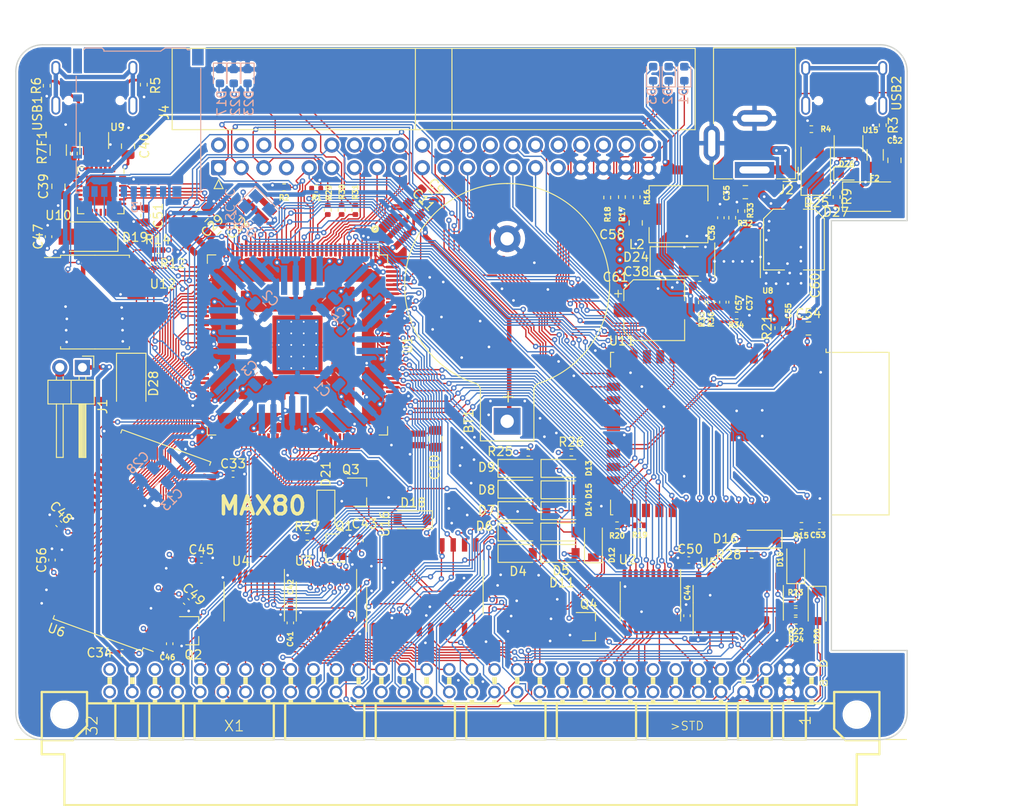
<source format=kicad_pcb>
(kicad_pcb (version 20171130) (host pcbnew 5.1.9-73d0e3b20d~88~ubuntu20.04.1)

  (general
    (thickness 1.6)
    (drawings 17)
    (tracks 3818)
    (zones 0)
    (modules 150)
    (nets 210)
  )

  (page A4)
  (title_block
    (title MAX80)
    (date 2021-01-31)
    (rev 0.01)
    (company "No name")
  )

  (layers
    (0 F.Cu signal)
    (1 In1.Cu signal)
    (2 In2.Cu signal)
    (31 B.Cu signal)
    (32 B.Adhes user)
    (33 F.Adhes user)
    (34 B.Paste user)
    (35 F.Paste user)
    (36 B.SilkS user)
    (37 F.SilkS user)
    (38 B.Mask user)
    (39 F.Mask user)
    (40 Dwgs.User user)
    (41 Cmts.User user)
    (42 Eco1.User user)
    (43 Eco2.User user)
    (44 Edge.Cuts user)
    (45 Margin user)
    (46 B.CrtYd user)
    (47 F.CrtYd user)
    (48 B.Fab user)
    (49 F.Fab user)
  )

  (setup
    (last_trace_width 0.15)
    (user_trace_width 0.3)
    (user_trace_width 0.5)
    (trace_clearance 0.15)
    (zone_clearance 0.2)
    (zone_45_only no)
    (trace_min 0.15)
    (via_size 0.6)
    (via_drill 0.3)
    (via_min_size 0.6)
    (via_min_drill 0.3)
    (uvia_size 0.3)
    (uvia_drill 0.1)
    (uvias_allowed no)
    (uvia_min_size 0.2)
    (uvia_min_drill 0.1)
    (edge_width 0.15)
    (segment_width 0.3)
    (pcb_text_width 0.3)
    (pcb_text_size 1.5 1.5)
    (mod_edge_width 0.15)
    (mod_text_size 1 1)
    (mod_text_width 0.15)
    (pad_size 2.6 1.6)
    (pad_drill 0)
    (pad_to_mask_clearance 0)
    (aux_axis_origin 0 0)
    (grid_origin 86.275 147.925)
    (visible_elements FFFFFF7F)
    (pcbplotparams
      (layerselection 0x010fc_ffffffff)
      (usegerberextensions false)
      (usegerberattributes true)
      (usegerberadvancedattributes true)
      (creategerberjobfile true)
      (excludeedgelayer true)
      (linewidth 0.100000)
      (plotframeref false)
      (viasonmask false)
      (mode 1)
      (useauxorigin false)
      (hpglpennumber 1)
      (hpglpenspeed 20)
      (hpglpendiameter 15.000000)
      (psnegative false)
      (psa4output false)
      (plotreference true)
      (plotvalue true)
      (plotinvisibletext false)
      (padsonsilk false)
      (subtractmaskfromsilk false)
      (outputformat 1)
      (mirror false)
      (drillshape 0)
      (scaleselection 1)
      (outputdirectory "abc80_gerber"))
  )

  (net 0 "")
  (net 1 VCC_ONE)
  (net 2 VCCA)
  (net 3 GND)
  (net 4 JTAGEN)
  (net 5 CLK0n)
  (net 6 +5V)
  (net 7 "Net-(R5-Pad2)")
  (net 8 "Net-(R6-Pad2)")
  (net 9 "Net-(R7-Pad1)")
  (net 10 "Net-(U10-Pad5)")
  (net 11 "Net-(U10-Pad4)")
  (net 12 "Net-(U9-Pad4)")
  (net 13 "Net-(U9-Pad6)")
  (net 14 "Net-(USB1-Pad13)")
  (net 15 "Net-(BT1-Pad1)")
  (net 16 /A4)
  (net 17 /A3)
  (net 18 /A2)
  (net 19 /A1)
  (net 20 /A0)
  (net 21 /IO0)
  (net 22 /IO3)
  (net 23 /IO4)
  (net 24 /IO5)
  (net 25 /IO6)
  (net 26 /IO7)
  (net 27 /WE)
  (net 28 /A11)
  (net 29 /IO9)
  (net 30 /A8)
  (net 31 /A7)
  (net 32 /A6)
  (net 33 /A5)
  (net 34 /A9)
  (net 35 /A10)
  (net 36 /A12)
  (net 37 /IO8)
  (net 38 /IO10)
  (net 39 /IO11)
  (net 40 /IO12)
  (net 41 /IO13)
  (net 42 /IO14)
  (net 43 /IO15)
  (net 44 /abc80bus/D7)
  (net 45 /abc80bus/D6)
  (net 46 /abc80bus/D5)
  (net 47 /abc80bus/D4)
  (net 48 /abc80bus/D3)
  (net 49 /abc80bus/D2)
  (net 50 /abc80bus/D1)
  (net 51 /abc80bus/D0)
  (net 52 /abc80bus/A8)
  (net 53 /abc80bus/A9)
  (net 54 /abc80bus/A10)
  (net 55 /abc80bus/A11)
  (net 56 /abc80bus/A12)
  (net 57 /abc80bus/A13)
  (net 58 /abc80bus/A14)
  (net 59 /abc80bus/A15)
  (net 60 /abc80bus/A7)
  (net 61 /abc80bus/A6)
  (net 62 /abc80bus/A5)
  (net 63 /abc80bus/A4)
  (net 64 /abc80bus/A3)
  (net 65 /abc80bus/A2)
  (net 66 /abc80bus/A1)
  (net 67 /abc80bus/A0)
  (net 68 /IO1)
  (net 69 /IO2)
  (net 70 /32KHZ)
  (net 71 /RTC_INT)
  (net 72 /abc80bus/ABC5V)
  (net 73 /SD_DAT1)
  (net 74 /SD_DAT2)
  (net 75 /SD_DAT3)
  (net 76 /SD_CMD)
  (net 77 /SD_CLK)
  (net 78 /SD_DAT0)
  (net 79 FPGA_TDI)
  (net 80 FPGA_TMS)
  (net 81 FPGA_TDO)
  (net 82 FPGA_TCK)
  (net 83 ABC_CLK_5)
  (net 84 /FPGA_SCL)
  (net 85 /FPGA_SDA)
  (net 86 FPGA_SPI_MISO)
  (net 87 FPGA_SPI_MOSI)
  (net 88 FPGA_SPI_CLK)
  (net 89 FGPA_SPI_CS_ESP32)
  (net 90 INT_ESP32)
  (net 91 "Net-(C53-Pad1)")
  (net 92 "Net-(F2-Pad2)")
  (net 93 ESP32_TDO)
  (net 94 ESP32_TCK)
  (net 95 ESP32_TMS)
  (net 96 ESP32_IO0)
  (net 97 ESP32_RXD)
  (net 98 ESP32_TXD)
  (net 99 ESP32_EN)
  (net 100 "Net-(R3-Pad2)")
  (net 101 "Net-(R4-Pad2)")
  (net 102 /ESP32/USB_D-)
  (net 103 /ESP32/USB_D+)
  (net 104 ESP32_TDI)
  (net 105 "Net-(U15-Pad6)")
  (net 106 "Net-(U15-Pad4)")
  (net 107 "Net-(USB2-Pad13)")
  (net 108 "Net-(D1-Pad2)")
  (net 109 "Net-(D1-Pad1)")
  (net 110 "Net-(D2-Pad2)")
  (net 111 "Net-(D2-Pad1)")
  (net 112 "Net-(D3-Pad2)")
  (net 113 "Net-(D3-Pad1)")
  (net 114 ESP32_SCL)
  (net 115 ESP32_SDA)
  (net 116 ESP32_CS2)
  (net 117 ESP32_CS0)
  (net 118 ESP32_MISO)
  (net 119 ESP32_SCK)
  (net 120 ESP32_MOSI)
  (net 121 ESP32_CS1)
  (net 122 /FPGA_USB_TXD)
  (net 123 /FPGA_USB_RXD)
  (net 124 /abc80bus/~XMEMW80)
  (net 125 /abc80bus/~CS)
  (net 126 /abc80bus/~C4)
  (net 127 /abc80bus/~C3)
  (net 128 /abc80bus/~C2)
  (net 129 /abc80bus/~C1)
  (net 130 /abc80bus/~OUT)
  (net 131 /abc80bus/~XOUT)
  (net 132 /abc80bus/~RST)
  (net 133 ~IORD)
  (net 134 /abc80bus/~XMEMFL)
  (net 135 /abc80bus/~XIN)
  (net 136 /abc80bus/~INP)
  (net 137 /abc80bus/~STATUS)
  (net 138 ~MEMRW)
  (net 139 "Net-(D18-Pad1)")
  (net 140 /abc80bus/~XINPSTB)
  (net 141 /abc80bus/~XOUTSTB)
  (net 142 /abc80bus/~XMEMW800)
  (net 143 ADSEL0)
  (net 144 ADSEL1)
  (net 145 "Net-(U3-Pad19)")
  (net 146 "Net-(U4-Pad19)")
  (net 147 /abc80bus/~INT)
  (net 148 ~IORW)
  (net 149 ~MEMRD)
  (net 150 AD0)
  (net 151 AD1)
  (net 152 AD2)
  (net 153 AD3)
  (net 154 AD4)
  (net 155 AD5)
  (net 156 AD6)
  (net 157 AD7)
  (net 158 O1)
  (net 159 O2)
  (net 160 /abc80bus/~RESIN)
  (net 161 /abc80bus/~XM)
  (net 162 /abc80bus/Y0)
  (net 163 /abc80bus/~Y0)
  (net 164 "Net-(D20-Pad1)")
  (net 165 "Net-(D21-Pad1)")
  (net 166 /FPGA_LED1)
  (net 167 /FPGA_LED2)
  (net 168 /FPGA_LED3)
  (net 169 "Net-(D17-Pad2)")
  (net 170 "Net-(D22-Pad2)")
  (net 171 "Net-(D23-Pad2)")
  (net 172 FPGA_GPIO3)
  (net 173 FPGA_GPIO2)
  (net 174 FPGA_GPIO1)
  (net 175 FPGA_GPIO0)
  (net 176 FPGA_GPIO5)
  (net 177 FPGA_GPIO4)
  (net 178 "Net-(C36-Pad1)")
  (net 179 "Net-(C37-Pad2)")
  (net 180 "Net-(C37-Pad1)")
  (net 181 "Net-(C38-Pad2)")
  (net 182 "Net-(R32-Pad2)")
  (net 183 "Net-(R35-Pad2)")
  (net 184 "Net-(C38-Pad1)")
  (net 185 /abc80bus/READY)
  (net 186 /abc80bus/~NMI)
  (net 187 ~FPGA_READY)
  (net 188 FPGA_NMI)
  (net 189 "Net-(U1-Pad88)")
  (net 190 "Net-(C39-Pad2)")
  (net 191 "Net-(C52-Pad2)")
  (net 192 "Net-(D26-Pad2)")
  (net 193 FPGA_RESIN)
  (net 194 ABC_CLK_3)
  (net 195 /DQMH)
  (net 196 /CLK)
  (net 197 /CKE)
  (net 198 /BA1)
  (net 199 /BA0)
  (net 200 /CS)
  (net 201 /RAS)
  (net 202 /CAS)
  (net 203 /DQML)
  (net 204 "Net-(D28-Pad2)")
  (net 205 "Net-(D25-Pad2)")
  (net 206 "Net-(F1-Pad2)")
  (net 207 /FPGA_USB_RTS)
  (net 208 /FPGA_USB_CTS)
  (net 209 /FPGA_USB_DTR)

  (net_class Default "This is the default net class."
    (clearance 0.15)
    (trace_width 0.15)
    (via_dia 0.6)
    (via_drill 0.3)
    (uvia_dia 0.3)
    (uvia_drill 0.1)
    (add_net +5V)
    (add_net /32KHZ)
    (add_net /A0)
    (add_net /A1)
    (add_net /A10)
    (add_net /A11)
    (add_net /A12)
    (add_net /A2)
    (add_net /A3)
    (add_net /A4)
    (add_net /A5)
    (add_net /A6)
    (add_net /A7)
    (add_net /A8)
    (add_net /A9)
    (add_net /BA0)
    (add_net /BA1)
    (add_net /CAS)
    (add_net /CKE)
    (add_net /CLK)
    (add_net /CS)
    (add_net /DQMH)
    (add_net /DQML)
    (add_net /ESP32/USB_D+)
    (add_net /ESP32/USB_D-)
    (add_net /FPGA_LED1)
    (add_net /FPGA_LED2)
    (add_net /FPGA_LED3)
    (add_net /FPGA_SCL)
    (add_net /FPGA_SDA)
    (add_net /FPGA_USB_CTS)
    (add_net /FPGA_USB_DTR)
    (add_net /FPGA_USB_RTS)
    (add_net /FPGA_USB_RXD)
    (add_net /FPGA_USB_TXD)
    (add_net /IO0)
    (add_net /IO1)
    (add_net /IO10)
    (add_net /IO11)
    (add_net /IO12)
    (add_net /IO13)
    (add_net /IO14)
    (add_net /IO15)
    (add_net /IO2)
    (add_net /IO3)
    (add_net /IO4)
    (add_net /IO5)
    (add_net /IO6)
    (add_net /IO7)
    (add_net /IO8)
    (add_net /IO9)
    (add_net /RAS)
    (add_net /RTC_INT)
    (add_net /SD_CLK)
    (add_net /SD_CMD)
    (add_net /SD_DAT0)
    (add_net /SD_DAT1)
    (add_net /SD_DAT2)
    (add_net /SD_DAT3)
    (add_net /WE)
    (add_net /abc80bus/A0)
    (add_net /abc80bus/A1)
    (add_net /abc80bus/A10)
    (add_net /abc80bus/A11)
    (add_net /abc80bus/A12)
    (add_net /abc80bus/A13)
    (add_net /abc80bus/A14)
    (add_net /abc80bus/A15)
    (add_net /abc80bus/A2)
    (add_net /abc80bus/A3)
    (add_net /abc80bus/A4)
    (add_net /abc80bus/A5)
    (add_net /abc80bus/A6)
    (add_net /abc80bus/A7)
    (add_net /abc80bus/A8)
    (add_net /abc80bus/A9)
    (add_net /abc80bus/ABC5V)
    (add_net /abc80bus/D0)
    (add_net /abc80bus/D1)
    (add_net /abc80bus/D2)
    (add_net /abc80bus/D3)
    (add_net /abc80bus/D4)
    (add_net /abc80bus/D5)
    (add_net /abc80bus/D6)
    (add_net /abc80bus/D7)
    (add_net /abc80bus/READY)
    (add_net /abc80bus/Y0)
    (add_net /abc80bus/~C1)
    (add_net /abc80bus/~C2)
    (add_net /abc80bus/~C3)
    (add_net /abc80bus/~C4)
    (add_net /abc80bus/~CS)
    (add_net /abc80bus/~INP)
    (add_net /abc80bus/~INT)
    (add_net /abc80bus/~NMI)
    (add_net /abc80bus/~OUT)
    (add_net /abc80bus/~RESIN)
    (add_net /abc80bus/~RST)
    (add_net /abc80bus/~STATUS)
    (add_net /abc80bus/~XIN)
    (add_net /abc80bus/~XINPSTB)
    (add_net /abc80bus/~XM)
    (add_net /abc80bus/~XMEMFL)
    (add_net /abc80bus/~XMEMW80)
    (add_net /abc80bus/~XMEMW800)
    (add_net /abc80bus/~XOUT)
    (add_net /abc80bus/~XOUTSTB)
    (add_net /abc80bus/~Y0)
    (add_net ABC_CLK_3)
    (add_net ABC_CLK_5)
    (add_net AD0)
    (add_net AD1)
    (add_net AD2)
    (add_net AD3)
    (add_net AD4)
    (add_net AD5)
    (add_net AD6)
    (add_net AD7)
    (add_net ADSEL0)
    (add_net ADSEL1)
    (add_net CLK0n)
    (add_net ESP32_CS0)
    (add_net ESP32_CS1)
    (add_net ESP32_CS2)
    (add_net ESP32_EN)
    (add_net ESP32_IO0)
    (add_net ESP32_MISO)
    (add_net ESP32_MOSI)
    (add_net ESP32_RXD)
    (add_net ESP32_SCK)
    (add_net ESP32_SCL)
    (add_net ESP32_SDA)
    (add_net ESP32_TCK)
    (add_net ESP32_TDI)
    (add_net ESP32_TDO)
    (add_net ESP32_TMS)
    (add_net ESP32_TXD)
    (add_net FGPA_SPI_CS_ESP32)
    (add_net FPGA_GPIO0)
    (add_net FPGA_GPIO1)
    (add_net FPGA_GPIO2)
    (add_net FPGA_GPIO3)
    (add_net FPGA_GPIO4)
    (add_net FPGA_GPIO5)
    (add_net FPGA_NMI)
    (add_net FPGA_RESIN)
    (add_net FPGA_SPI_CLK)
    (add_net FPGA_SPI_MISO)
    (add_net FPGA_SPI_MOSI)
    (add_net FPGA_TCK)
    (add_net FPGA_TDI)
    (add_net FPGA_TDO)
    (add_net FPGA_TMS)
    (add_net GND)
    (add_net INT_ESP32)
    (add_net JTAGEN)
    (add_net "Net-(BT1-Pad1)")
    (add_net "Net-(C36-Pad1)")
    (add_net "Net-(C37-Pad1)")
    (add_net "Net-(C37-Pad2)")
    (add_net "Net-(C38-Pad1)")
    (add_net "Net-(C38-Pad2)")
    (add_net "Net-(C39-Pad2)")
    (add_net "Net-(C52-Pad2)")
    (add_net "Net-(C53-Pad1)")
    (add_net "Net-(D1-Pad1)")
    (add_net "Net-(D1-Pad2)")
    (add_net "Net-(D17-Pad2)")
    (add_net "Net-(D18-Pad1)")
    (add_net "Net-(D2-Pad1)")
    (add_net "Net-(D2-Pad2)")
    (add_net "Net-(D20-Pad1)")
    (add_net "Net-(D21-Pad1)")
    (add_net "Net-(D22-Pad2)")
    (add_net "Net-(D23-Pad2)")
    (add_net "Net-(D25-Pad2)")
    (add_net "Net-(D26-Pad2)")
    (add_net "Net-(D28-Pad2)")
    (add_net "Net-(D3-Pad1)")
    (add_net "Net-(D3-Pad2)")
    (add_net "Net-(F1-Pad2)")
    (add_net "Net-(F2-Pad2)")
    (add_net "Net-(R3-Pad2)")
    (add_net "Net-(R32-Pad2)")
    (add_net "Net-(R35-Pad2)")
    (add_net "Net-(R4-Pad2)")
    (add_net "Net-(R5-Pad2)")
    (add_net "Net-(R6-Pad2)")
    (add_net "Net-(R7-Pad1)")
    (add_net "Net-(U1-Pad88)")
    (add_net "Net-(U10-Pad4)")
    (add_net "Net-(U10-Pad5)")
    (add_net "Net-(U15-Pad4)")
    (add_net "Net-(U15-Pad6)")
    (add_net "Net-(U3-Pad19)")
    (add_net "Net-(U4-Pad19)")
    (add_net "Net-(U9-Pad4)")
    (add_net "Net-(U9-Pad6)")
    (add_net "Net-(USB1-Pad13)")
    (add_net "Net-(USB2-Pad13)")
    (add_net O1)
    (add_net O2)
    (add_net VCCA)
    (add_net VCC_ONE)
    (add_net ~FPGA_READY)
    (add_net ~IORD)
    (add_net ~IORW)
    (add_net ~MEMRD)
    (add_net ~MEMRW)
  )

  (module Diode_SMD:D_SMA (layer F.Cu) (tedit 586432E5) (tstamp 6032CF27)
    (at 65.447 139.035 270)
    (descr "Diode SMA (DO-214AC)")
    (tags "Diode SMA (DO-214AC)")
    (path /6013B380/603612AB)
    (attr smd)
    (fp_text reference D28 (at 0 -2.5 90) (layer F.SilkS)
      (effects (font (size 1 1) (thickness 0.15)))
    )
    (fp_text value MBRA340T (at 0 2.6 90) (layer F.Fab)
      (effects (font (size 1 1) (thickness 0.15)))
    )
    (fp_line (start -3.4 -1.65) (end 2 -1.65) (layer F.SilkS) (width 0.12))
    (fp_line (start -3.4 1.65) (end 2 1.65) (layer F.SilkS) (width 0.12))
    (fp_line (start -0.64944 0.00102) (end 0.50118 -0.79908) (layer F.Fab) (width 0.1))
    (fp_line (start -0.64944 0.00102) (end 0.50118 0.75032) (layer F.Fab) (width 0.1))
    (fp_line (start 0.50118 0.75032) (end 0.50118 -0.79908) (layer F.Fab) (width 0.1))
    (fp_line (start -0.64944 -0.79908) (end -0.64944 0.80112) (layer F.Fab) (width 0.1))
    (fp_line (start 0.50118 0.00102) (end 1.4994 0.00102) (layer F.Fab) (width 0.1))
    (fp_line (start -0.64944 0.00102) (end -1.55114 0.00102) (layer F.Fab) (width 0.1))
    (fp_line (start -3.5 1.75) (end -3.5 -1.75) (layer F.CrtYd) (width 0.05))
    (fp_line (start 3.5 1.75) (end -3.5 1.75) (layer F.CrtYd) (width 0.05))
    (fp_line (start 3.5 -1.75) (end 3.5 1.75) (layer F.CrtYd) (width 0.05))
    (fp_line (start -3.5 -1.75) (end 3.5 -1.75) (layer F.CrtYd) (width 0.05))
    (fp_line (start 2.3 -1.5) (end -2.3 -1.5) (layer F.Fab) (width 0.1))
    (fp_line (start 2.3 -1.5) (end 2.3 1.5) (layer F.Fab) (width 0.1))
    (fp_line (start -2.3 1.5) (end -2.3 -1.5) (layer F.Fab) (width 0.1))
    (fp_line (start 2.3 1.5) (end -2.3 1.5) (layer F.Fab) (width 0.1))
    (fp_line (start -3.4 -1.65) (end -3.4 1.65) (layer F.SilkS) (width 0.12))
    (fp_text user %R (at 0 -2.5 90) (layer F.Fab)
      (effects (font (size 1 1) (thickness 0.15)))
    )
    (pad 2 smd rect (at 2 0 270) (size 2.5 1.8) (layers F.Cu F.Paste F.Mask)
      (net 204 "Net-(D28-Pad2)"))
    (pad 1 smd rect (at -2 0 270) (size 2.5 1.8) (layers F.Cu F.Paste F.Mask)
      (net 6 +5V))
    (model ${KISYS3DMOD}/Diode_SMD.3dshapes/D_SMA.wrl
      (at (xyz 0 0 0))
      (scale (xyz 1 1 1))
      (rotate (xyz 0 0 0))
    )
  )

  (module Capacitor_SMD:C_0402_1005Metric (layer F.Cu) (tedit 5F68FEEE) (tstamp 603AB2EA)
    (at 56.557 158.847 90)
    (descr "Capacitor SMD 0402 (1005 Metric), square (rectangular) end terminal, IPC_7351 nominal, (Body size source: IPC-SM-782 page 76, https://www.pcb-3d.com/wordpress/wp-content/uploads/ipc-sm-782a_amendment_1_and_2.pdf), generated with kicad-footprint-generator")
    (tags capacitor)
    (path /6091A70C)
    (attr smd)
    (fp_text reference C56 (at 0 -1.16 90) (layer F.SilkS)
      (effects (font (size 1 1) (thickness 0.15)))
    )
    (fp_text value 100nF (at 0 1.16 90) (layer F.Fab)
      (effects (font (size 1 1) (thickness 0.15)))
    )
    (fp_line (start 0.91 0.46) (end -0.91 0.46) (layer F.CrtYd) (width 0.05))
    (fp_line (start 0.91 -0.46) (end 0.91 0.46) (layer F.CrtYd) (width 0.05))
    (fp_line (start -0.91 -0.46) (end 0.91 -0.46) (layer F.CrtYd) (width 0.05))
    (fp_line (start -0.91 0.46) (end -0.91 -0.46) (layer F.CrtYd) (width 0.05))
    (fp_line (start -0.107836 0.36) (end 0.107836 0.36) (layer F.SilkS) (width 0.12))
    (fp_line (start -0.107836 -0.36) (end 0.107836 -0.36) (layer F.SilkS) (width 0.12))
    (fp_line (start 0.5 0.25) (end -0.5 0.25) (layer F.Fab) (width 0.1))
    (fp_line (start 0.5 -0.25) (end 0.5 0.25) (layer F.Fab) (width 0.1))
    (fp_line (start -0.5 -0.25) (end 0.5 -0.25) (layer F.Fab) (width 0.1))
    (fp_line (start -0.5 0.25) (end -0.5 -0.25) (layer F.Fab) (width 0.1))
    (fp_text user %R (at 0 0 90) (layer F.Fab)
      (effects (font (size 0.25 0.25) (thickness 0.04)))
    )
    (pad 2 smd roundrect (at 0.48 0 90) (size 0.56 0.62) (layers F.Cu F.Paste F.Mask) (roundrect_rratio 0.25)
      (net 3 GND))
    (pad 1 smd roundrect (at -0.48 0 90) (size 0.56 0.62) (layers F.Cu F.Paste F.Mask) (roundrect_rratio 0.25)
      (net 1 VCC_ONE))
    (model ${KISYS3DMOD}/Capacitor_SMD.3dshapes/C_0402_1005Metric.wrl
      (at (xyz 0 0 0))
      (scale (xyz 1 1 1))
      (rotate (xyz 0 0 0))
    )
  )

  (module Capacitor_SMD:C_0402_1005Metric (layer F.Cu) (tedit 5F68FEEE) (tstamp 603AB1B9)
    (at 69.765 168.245 270)
    (descr "Capacitor SMD 0402 (1005 Metric), square (rectangular) end terminal, IPC_7351 nominal, (Body size source: IPC-SM-782 page 76, https://www.pcb-3d.com/wordpress/wp-content/uploads/ipc-sm-782a_amendment_1_and_2.pdf), generated with kicad-footprint-generator")
    (tags capacitor)
    (path /60932F0E)
    (attr smd)
    (fp_text reference C46 (at 1.524 0.254 180) (layer F.SilkS)
      (effects (font (size 0.6 0.6) (thickness 0.15)))
    )
    (fp_text value 100nF (at 0 1.16 90) (layer F.Fab)
      (effects (font (size 1 1) (thickness 0.15)))
    )
    (fp_line (start 0.91 0.46) (end -0.91 0.46) (layer F.CrtYd) (width 0.05))
    (fp_line (start 0.91 -0.46) (end 0.91 0.46) (layer F.CrtYd) (width 0.05))
    (fp_line (start -0.91 -0.46) (end 0.91 -0.46) (layer F.CrtYd) (width 0.05))
    (fp_line (start -0.91 0.46) (end -0.91 -0.46) (layer F.CrtYd) (width 0.05))
    (fp_line (start -0.107836 0.36) (end 0.107836 0.36) (layer F.SilkS) (width 0.12))
    (fp_line (start -0.107836 -0.36) (end 0.107836 -0.36) (layer F.SilkS) (width 0.12))
    (fp_line (start 0.5 0.25) (end -0.5 0.25) (layer F.Fab) (width 0.1))
    (fp_line (start 0.5 -0.25) (end 0.5 0.25) (layer F.Fab) (width 0.1))
    (fp_line (start -0.5 -0.25) (end 0.5 -0.25) (layer F.Fab) (width 0.1))
    (fp_line (start -0.5 0.25) (end -0.5 -0.25) (layer F.Fab) (width 0.1))
    (fp_text user %R (at 0 0 90) (layer F.Fab)
      (effects (font (size 0.25 0.25) (thickness 0.04)))
    )
    (pad 2 smd roundrect (at 0.48 0 270) (size 0.56 0.62) (layers F.Cu F.Paste F.Mask) (roundrect_rratio 0.25)
      (net 3 GND))
    (pad 1 smd roundrect (at -0.48 0 270) (size 0.56 0.62) (layers F.Cu F.Paste F.Mask) (roundrect_rratio 0.25)
      (net 1 VCC_ONE))
    (model ${KISYS3DMOD}/Capacitor_SMD.3dshapes/C_0402_1005Metric.wrl
      (at (xyz 0 0 0))
      (scale (xyz 1 1 1))
      (rotate (xyz 0 0 0))
    )
  )

  (module Capacitor_SMD:C_0402_1005Metric (layer F.Cu) (tedit 5F68FEEE) (tstamp 603AB1A8)
    (at 73.321 158.847)
    (descr "Capacitor SMD 0402 (1005 Metric), square (rectangular) end terminal, IPC_7351 nominal, (Body size source: IPC-SM-782 page 76, https://www.pcb-3d.com/wordpress/wp-content/uploads/ipc-sm-782a_amendment_1_and_2.pdf), generated with kicad-footprint-generator")
    (tags capacitor)
    (path /6094CE83)
    (attr smd)
    (fp_text reference C45 (at 0 -1.16) (layer F.SilkS)
      (effects (font (size 1 1) (thickness 0.15)))
    )
    (fp_text value 100nF (at 0 1.16) (layer F.Fab)
      (effects (font (size 1 1) (thickness 0.15)))
    )
    (fp_line (start 0.91 0.46) (end -0.91 0.46) (layer F.CrtYd) (width 0.05))
    (fp_line (start 0.91 -0.46) (end 0.91 0.46) (layer F.CrtYd) (width 0.05))
    (fp_line (start -0.91 -0.46) (end 0.91 -0.46) (layer F.CrtYd) (width 0.05))
    (fp_line (start -0.91 0.46) (end -0.91 -0.46) (layer F.CrtYd) (width 0.05))
    (fp_line (start -0.107836 0.36) (end 0.107836 0.36) (layer F.SilkS) (width 0.12))
    (fp_line (start -0.107836 -0.36) (end 0.107836 -0.36) (layer F.SilkS) (width 0.12))
    (fp_line (start 0.5 0.25) (end -0.5 0.25) (layer F.Fab) (width 0.1))
    (fp_line (start 0.5 -0.25) (end 0.5 0.25) (layer F.Fab) (width 0.1))
    (fp_line (start -0.5 -0.25) (end 0.5 -0.25) (layer F.Fab) (width 0.1))
    (fp_line (start -0.5 0.25) (end -0.5 -0.25) (layer F.Fab) (width 0.1))
    (fp_text user %R (at 0 0) (layer F.Fab)
      (effects (font (size 0.25 0.25) (thickness 0.04)))
    )
    (pad 2 smd roundrect (at 0.48 0) (size 0.56 0.62) (layers F.Cu F.Paste F.Mask) (roundrect_rratio 0.25)
      (net 3 GND))
    (pad 1 smd roundrect (at -0.48 0) (size 0.56 0.62) (layers F.Cu F.Paste F.Mask) (roundrect_rratio 0.25)
      (net 1 VCC_ONE))
    (model ${KISYS3DMOD}/Capacitor_SMD.3dshapes/C_0402_1005Metric.wrl
      (at (xyz 0 0 0))
      (scale (xyz 1 1 1))
      (rotate (xyz 0 0 0))
    )
  )

  (module Capacitor_SMD:C_0402_1005Metric (layer F.Cu) (tedit 5F68FEEE) (tstamp 603AC9A5)
    (at 64.431 169.261 180)
    (descr "Capacitor SMD 0402 (1005 Metric), square (rectangular) end terminal, IPC_7351 nominal, (Body size source: IPC-SM-782 page 76, https://www.pcb-3d.com/wordpress/wp-content/uploads/ipc-sm-782a_amendment_1_and_2.pdf), generated with kicad-footprint-generator")
    (tags capacitor)
    (path /6097D4FE)
    (attr smd)
    (fp_text reference C34 (at 2.54 0) (layer F.SilkS)
      (effects (font (size 1 1) (thickness 0.15)))
    )
    (fp_text value 100nF (at 0 1.16) (layer F.Fab)
      (effects (font (size 1 1) (thickness 0.15)))
    )
    (fp_line (start 0.91 0.46) (end -0.91 0.46) (layer F.CrtYd) (width 0.05))
    (fp_line (start 0.91 -0.46) (end 0.91 0.46) (layer F.CrtYd) (width 0.05))
    (fp_line (start -0.91 -0.46) (end 0.91 -0.46) (layer F.CrtYd) (width 0.05))
    (fp_line (start -0.91 0.46) (end -0.91 -0.46) (layer F.CrtYd) (width 0.05))
    (fp_line (start -0.107836 0.36) (end 0.107836 0.36) (layer F.SilkS) (width 0.12))
    (fp_line (start -0.107836 -0.36) (end 0.107836 -0.36) (layer F.SilkS) (width 0.12))
    (fp_line (start 0.5 0.25) (end -0.5 0.25) (layer F.Fab) (width 0.1))
    (fp_line (start 0.5 -0.25) (end 0.5 0.25) (layer F.Fab) (width 0.1))
    (fp_line (start -0.5 -0.25) (end 0.5 -0.25) (layer F.Fab) (width 0.1))
    (fp_line (start -0.5 0.25) (end -0.5 -0.25) (layer F.Fab) (width 0.1))
    (fp_text user %R (at 0 0) (layer F.Fab)
      (effects (font (size 0.25 0.25) (thickness 0.04)))
    )
    (pad 2 smd roundrect (at 0.48 0 180) (size 0.56 0.62) (layers F.Cu F.Paste F.Mask) (roundrect_rratio 0.25)
      (net 3 GND))
    (pad 1 smd roundrect (at -0.48 0 180) (size 0.56 0.62) (layers F.Cu F.Paste F.Mask) (roundrect_rratio 0.25)
      (net 1 VCC_ONE))
    (model ${KISYS3DMOD}/Capacitor_SMD.3dshapes/C_0402_1005Metric.wrl
      (at (xyz 0 0 0))
      (scale (xyz 1 1 1))
      (rotate (xyz 0 0 0))
    )
  )

  (module Capacitor_SMD:C_0402_1005Metric (layer F.Cu) (tedit 5F68FEEE) (tstamp 603AB046)
    (at 76.877 149.195)
    (descr "Capacitor SMD 0402 (1005 Metric), square (rectangular) end terminal, IPC_7351 nominal, (Body size source: IPC-SM-782 page 76, https://www.pcb-3d.com/wordpress/wp-content/uploads/ipc-sm-782a_amendment_1_and_2.pdf), generated with kicad-footprint-generator")
    (tags capacitor)
    (path /60997E09)
    (attr smd)
    (fp_text reference C33 (at 0 -1.16) (layer F.SilkS)
      (effects (font (size 1 1) (thickness 0.15)))
    )
    (fp_text value 100nF (at 0 1.16) (layer F.Fab)
      (effects (font (size 1 1) (thickness 0.15)))
    )
    (fp_line (start 0.91 0.46) (end -0.91 0.46) (layer F.CrtYd) (width 0.05))
    (fp_line (start 0.91 -0.46) (end 0.91 0.46) (layer F.CrtYd) (width 0.05))
    (fp_line (start -0.91 -0.46) (end 0.91 -0.46) (layer F.CrtYd) (width 0.05))
    (fp_line (start -0.91 0.46) (end -0.91 -0.46) (layer F.CrtYd) (width 0.05))
    (fp_line (start -0.107836 0.36) (end 0.107836 0.36) (layer F.SilkS) (width 0.12))
    (fp_line (start -0.107836 -0.36) (end 0.107836 -0.36) (layer F.SilkS) (width 0.12))
    (fp_line (start 0.5 0.25) (end -0.5 0.25) (layer F.Fab) (width 0.1))
    (fp_line (start 0.5 -0.25) (end 0.5 0.25) (layer F.Fab) (width 0.1))
    (fp_line (start -0.5 -0.25) (end 0.5 -0.25) (layer F.Fab) (width 0.1))
    (fp_line (start -0.5 0.25) (end -0.5 -0.25) (layer F.Fab) (width 0.1))
    (fp_text user %R (at 0 0) (layer F.Fab)
      (effects (font (size 0.25 0.25) (thickness 0.04)))
    )
    (pad 2 smd roundrect (at 0.48 0) (size 0.56 0.62) (layers F.Cu F.Paste F.Mask) (roundrect_rratio 0.25)
      (net 3 GND))
    (pad 1 smd roundrect (at -0.48 0) (size 0.56 0.62) (layers F.Cu F.Paste F.Mask) (roundrect_rratio 0.25)
      (net 1 VCC_ONE))
    (model ${KISYS3DMOD}/Capacitor_SMD.3dshapes/C_0402_1005Metric.wrl
      (at (xyz 0 0 0))
      (scale (xyz 1 1 1))
      (rotate (xyz 0 0 0))
    )
  )

  (module Package_SO:TSOP-II-54_22.2x10.16mm_P0.8mm (layer F.Cu) (tedit 5B589EC7) (tstamp 60346482)
    (at 65.535 156.645 160)
    (descr "54-lead TSOP typ II package")
    (tags "TSOPII TSOP2")
    (path /604F9283)
    (attr smd)
    (fp_text reference U6 (at 4.513002 -12.365253 160) (layer F.SilkS)
      (effects (font (size 1 1) (thickness 0.15)))
    )
    (fp_text value MT48LC16M16A2P-6A (at 0 12.5 160) (layer F.Fab)
      (effects (font (size 0.85 0.85) (thickness 0.15)))
    )
    (fp_line (start -4.08 -11.11) (end 5.08 -11.11) (layer F.Fab) (width 0.1))
    (fp_line (start 5.08 -11.11) (end 5.08 11.11) (layer F.Fab) (width 0.1))
    (fp_line (start 5.08 11.11) (end -5.08 11.11) (layer F.Fab) (width 0.1))
    (fp_line (start -5.08 11.11) (end -5.08 -10.11) (layer F.Fab) (width 0.1))
    (fp_line (start -4.08 -11.11) (end -5.08 -10.11) (layer F.Fab) (width 0.1))
    (fp_line (start -6.5 -10.9) (end -5.3 -10.9) (layer F.SilkS) (width 0.12))
    (fp_line (start -5.3 -10.9) (end -5.3 -11.3) (layer F.SilkS) (width 0.12))
    (fp_line (start -5.3 -11.3) (end 5.3 -11.3) (layer F.SilkS) (width 0.12))
    (fp_line (start -5.3 11.3) (end 5.3 11.3) (layer F.SilkS) (width 0.12))
    (fp_line (start 5.3 -11.3) (end 5.3 -10.9) (layer F.SilkS) (width 0.12))
    (fp_line (start 5.3 10.9) (end 5.3 11.3) (layer F.SilkS) (width 0.12))
    (fp_line (start -5.3 10.9) (end -5.3 11.3) (layer F.SilkS) (width 0.12))
    (fp_line (start -6.76 -11.36) (end 6.76 -11.36) (layer F.CrtYd) (width 0.05))
    (fp_line (start 6.76 -11.36) (end 6.76 11.36) (layer F.CrtYd) (width 0.05))
    (fp_line (start 6.76 11.36) (end -6.76 11.36) (layer F.CrtYd) (width 0.05))
    (fp_line (start -6.76 -11.36) (end -6.76 11.36) (layer F.CrtYd) (width 0.05))
    (fp_text user %R (at 0 0 160) (layer F.Fab)
      (effects (font (size 1 1) (thickness 0.15)))
    )
    (pad 54 smd rect (at 5.75 -10.4 160) (size 1.51 0.458) (layers F.Cu F.Paste F.Mask)
      (net 3 GND))
    (pad 53 smd rect (at 5.75 -9.6 160) (size 1.51 0.458) (layers F.Cu F.Paste F.Mask)
      (net 43 /IO15))
    (pad 52 smd rect (at 5.75 -8.8 160) (size 1.51 0.458) (layers F.Cu F.Paste F.Mask)
      (net 3 GND))
    (pad 51 smd rect (at 5.75 -8 160) (size 1.51 0.458) (layers F.Cu F.Paste F.Mask)
      (net 42 /IO14))
    (pad 50 smd rect (at 5.75 -7.2 160) (size 1.51 0.458) (layers F.Cu F.Paste F.Mask)
      (net 41 /IO13))
    (pad 49 smd rect (at 5.75 -6.4 160) (size 1.51 0.458) (layers F.Cu F.Paste F.Mask)
      (net 1 VCC_ONE))
    (pad 48 smd rect (at 5.75 -5.6 160) (size 1.51 0.458) (layers F.Cu F.Paste F.Mask)
      (net 40 /IO12))
    (pad 47 smd rect (at 5.75 -4.8 160) (size 1.51 0.458) (layers F.Cu F.Paste F.Mask)
      (net 39 /IO11))
    (pad 46 smd rect (at 5.75 -4 160) (size 1.51 0.458) (layers F.Cu F.Paste F.Mask)
      (net 3 GND))
    (pad 45 smd rect (at 5.75 -3.2 160) (size 1.51 0.458) (layers F.Cu F.Paste F.Mask)
      (net 38 /IO10))
    (pad 44 smd rect (at 5.75 -2.4 160) (size 1.51 0.458) (layers F.Cu F.Paste F.Mask)
      (net 29 /IO9))
    (pad 43 smd rect (at 5.75 -1.6 160) (size 1.51 0.458) (layers F.Cu F.Paste F.Mask)
      (net 1 VCC_ONE))
    (pad 42 smd rect (at 5.75 -0.8 160) (size 1.51 0.458) (layers F.Cu F.Paste F.Mask)
      (net 37 /IO8))
    (pad 41 smd rect (at 5.75 0 160) (size 1.51 0.458) (layers F.Cu F.Paste F.Mask)
      (net 3 GND))
    (pad 40 smd rect (at 5.75 0.8 160) (size 1.51 0.458) (layers F.Cu F.Paste F.Mask))
    (pad 39 smd rect (at 5.75 1.6 160) (size 1.51 0.458) (layers F.Cu F.Paste F.Mask)
      (net 195 /DQMH))
    (pad 38 smd rect (at 5.75 2.4 160) (size 1.51 0.458) (layers F.Cu F.Paste F.Mask)
      (net 196 /CLK))
    (pad 37 smd rect (at 5.75 3.2 160) (size 1.51 0.458) (layers F.Cu F.Paste F.Mask)
      (net 197 /CKE))
    (pad 36 smd rect (at 5.75 4 160) (size 1.51 0.458) (layers F.Cu F.Paste F.Mask)
      (net 36 /A12))
    (pad 35 smd rect (at 5.75 4.8 160) (size 1.51 0.458) (layers F.Cu F.Paste F.Mask)
      (net 28 /A11))
    (pad 34 smd rect (at 5.75 5.6 160) (size 1.51 0.458) (layers F.Cu F.Paste F.Mask)
      (net 34 /A9))
    (pad 33 smd rect (at 5.75 6.4 160) (size 1.51 0.458) (layers F.Cu F.Paste F.Mask)
      (net 30 /A8))
    (pad 32 smd rect (at 5.75 7.2 160) (size 1.51 0.458) (layers F.Cu F.Paste F.Mask)
      (net 31 /A7))
    (pad 31 smd rect (at 5.75 8 160) (size 1.51 0.458) (layers F.Cu F.Paste F.Mask)
      (net 32 /A6))
    (pad 30 smd rect (at 5.75 8.8 160) (size 1.51 0.458) (layers F.Cu F.Paste F.Mask)
      (net 33 /A5))
    (pad 29 smd rect (at 5.75 9.6 160) (size 1.51 0.458) (layers F.Cu F.Paste F.Mask)
      (net 16 /A4))
    (pad 28 smd rect (at 5.75 10.4 160) (size 1.51 0.458) (layers F.Cu F.Paste F.Mask)
      (net 3 GND))
    (pad 27 smd rect (at -5.75 10.4 160) (size 1.51 0.458) (layers F.Cu F.Paste F.Mask)
      (net 1 VCC_ONE))
    (pad 26 smd rect (at -5.75 9.6 160) (size 1.51 0.458) (layers F.Cu F.Paste F.Mask)
      (net 17 /A3))
    (pad 25 smd rect (at -5.75 8.8 160) (size 1.51 0.458) (layers F.Cu F.Paste F.Mask)
      (net 18 /A2))
    (pad 24 smd rect (at -5.75 8 160) (size 1.51 0.458) (layers F.Cu F.Paste F.Mask)
      (net 19 /A1))
    (pad 23 smd rect (at -5.75 7.2 160) (size 1.51 0.458) (layers F.Cu F.Paste F.Mask)
      (net 20 /A0))
    (pad 22 smd rect (at -5.75 6.4 160) (size 1.51 0.458) (layers F.Cu F.Paste F.Mask)
      (net 35 /A10))
    (pad 21 smd rect (at -5.75 5.6 160) (size 1.51 0.458) (layers F.Cu F.Paste F.Mask)
      (net 198 /BA1))
    (pad 20 smd rect (at -5.75 4.8 160) (size 1.51 0.458) (layers F.Cu F.Paste F.Mask)
      (net 199 /BA0))
    (pad 19 smd rect (at -5.75 4 160) (size 1.51 0.458) (layers F.Cu F.Paste F.Mask)
      (net 200 /CS))
    (pad 18 smd rect (at -5.75 3.2 160) (size 1.51 0.458) (layers F.Cu F.Paste F.Mask)
      (net 201 /RAS))
    (pad 17 smd rect (at -5.75 2.4 160) (size 1.51 0.458) (layers F.Cu F.Paste F.Mask)
      (net 202 /CAS))
    (pad 16 smd rect (at -5.75 1.6 160) (size 1.51 0.458) (layers F.Cu F.Paste F.Mask)
      (net 27 /WE))
    (pad 15 smd rect (at -5.75 0.8 160) (size 1.51 0.458) (layers F.Cu F.Paste F.Mask)
      (net 203 /DQML))
    (pad 14 smd rect (at -5.75 0 160) (size 1.51 0.458) (layers F.Cu F.Paste F.Mask)
      (net 1 VCC_ONE))
    (pad 13 smd rect (at -5.75 -0.8 160) (size 1.51 0.458) (layers F.Cu F.Paste F.Mask)
      (net 26 /IO7))
    (pad 12 smd rect (at -5.75 -1.6 160) (size 1.51 0.458) (layers F.Cu F.Paste F.Mask)
      (net 3 GND))
    (pad 11 smd rect (at -5.75 -2.4 160) (size 1.51 0.458) (layers F.Cu F.Paste F.Mask)
      (net 25 /IO6))
    (pad 10 smd rect (at -5.75 -3.2 160) (size 1.51 0.458) (layers F.Cu F.Paste F.Mask)
      (net 24 /IO5))
    (pad 9 smd rect (at -5.75 -4 160) (size 1.51 0.458) (layers F.Cu F.Paste F.Mask)
      (net 1 VCC_ONE))
    (pad 8 smd rect (at -5.75 -4.8 160) (size 1.51 0.458) (layers F.Cu F.Paste F.Mask)
      (net 23 /IO4))
    (pad 7 smd rect (at -5.75 -5.6 160) (size 1.51 0.458) (layers F.Cu F.Paste F.Mask)
      (net 22 /IO3))
    (pad 6 smd rect (at -5.75 -6.4 160) (size 1.51 0.458) (layers F.Cu F.Paste F.Mask)
      (net 3 GND))
    (pad 5 smd rect (at -5.75 -7.2 160) (size 1.51 0.458) (layers F.Cu F.Paste F.Mask)
      (net 69 /IO2))
    (pad 4 smd rect (at -5.75 -8 160) (size 1.51 0.458) (layers F.Cu F.Paste F.Mask)
      (net 68 /IO1))
    (pad 3 smd rect (at -5.75 -8.8 160) (size 1.51 0.458) (layers F.Cu F.Paste F.Mask)
      (net 1 VCC_ONE))
    (pad 2 smd rect (at -5.75 -9.6 160) (size 1.51 0.458) (layers F.Cu F.Paste F.Mask)
      (net 21 /IO0))
    (pad 1 smd rect (at -5.75 -10.4 160) (size 1.51 0.458) (layers F.Cu F.Paste F.Mask)
      (net 1 VCC_ONE))
    (model ${KISYS3DMOD}/Package_SO.3dshapes/TSOP-II-54_22.2x10.16mm_P0.8mm.wrl
      (at (xyz 0 0 0))
      (scale (xyz 1 1 1))
      (rotate (xyz 0 0 0))
    )
  )

  (module Connector_PinHeader_2.54mm:PinHeader_1x02_P2.54mm_Horizontal (layer F.Cu) (tedit 59FED5CB) (tstamp 6032D4AA)
    (at 59.975 137.225 270)
    (descr "Through hole angled pin header, 1x02, 2.54mm pitch, 6mm pin length, single row")
    (tags "Through hole angled pin header THT 1x02 2.54mm single row")
    (path /6013B380/603FB6A3)
    (fp_text reference J1 (at 4.385 -2.27 90) (layer F.SilkS)
      (effects (font (size 1 1) (thickness 0.15)))
    )
    (fp_text value Conn_01x02_Male (at 4.385 4.81 90) (layer F.Fab)
      (effects (font (size 1 1) (thickness 0.15)))
    )
    (fp_line (start 10.55 -1.8) (end -1.8 -1.8) (layer F.CrtYd) (width 0.05))
    (fp_line (start 10.55 4.35) (end 10.55 -1.8) (layer F.CrtYd) (width 0.05))
    (fp_line (start -1.8 4.35) (end 10.55 4.35) (layer F.CrtYd) (width 0.05))
    (fp_line (start -1.8 -1.8) (end -1.8 4.35) (layer F.CrtYd) (width 0.05))
    (fp_line (start -1.27 -1.27) (end 0 -1.27) (layer F.SilkS) (width 0.12))
    (fp_line (start -1.27 0) (end -1.27 -1.27) (layer F.SilkS) (width 0.12))
    (fp_line (start 1.042929 2.92) (end 1.44 2.92) (layer F.SilkS) (width 0.12))
    (fp_line (start 1.042929 2.16) (end 1.44 2.16) (layer F.SilkS) (width 0.12))
    (fp_line (start 10.1 2.92) (end 4.1 2.92) (layer F.SilkS) (width 0.12))
    (fp_line (start 10.1 2.16) (end 10.1 2.92) (layer F.SilkS) (width 0.12))
    (fp_line (start 4.1 2.16) (end 10.1 2.16) (layer F.SilkS) (width 0.12))
    (fp_line (start 1.44 1.27) (end 4.1 1.27) (layer F.SilkS) (width 0.12))
    (fp_line (start 1.11 0.38) (end 1.44 0.38) (layer F.SilkS) (width 0.12))
    (fp_line (start 1.11 -0.38) (end 1.44 -0.38) (layer F.SilkS) (width 0.12))
    (fp_line (start 4.1 0.28) (end 10.1 0.28) (layer F.SilkS) (width 0.12))
    (fp_line (start 4.1 0.16) (end 10.1 0.16) (layer F.SilkS) (width 0.12))
    (fp_line (start 4.1 0.04) (end 10.1 0.04) (layer F.SilkS) (width 0.12))
    (fp_line (start 4.1 -0.08) (end 10.1 -0.08) (layer F.SilkS) (width 0.12))
    (fp_line (start 4.1 -0.2) (end 10.1 -0.2) (layer F.SilkS) (width 0.12))
    (fp_line (start 4.1 -0.32) (end 10.1 -0.32) (layer F.SilkS) (width 0.12))
    (fp_line (start 10.1 0.38) (end 4.1 0.38) (layer F.SilkS) (width 0.12))
    (fp_line (start 10.1 -0.38) (end 10.1 0.38) (layer F.SilkS) (width 0.12))
    (fp_line (start 4.1 -0.38) (end 10.1 -0.38) (layer F.SilkS) (width 0.12))
    (fp_line (start 4.1 -1.33) (end 1.44 -1.33) (layer F.SilkS) (width 0.12))
    (fp_line (start 4.1 3.87) (end 4.1 -1.33) (layer F.SilkS) (width 0.12))
    (fp_line (start 1.44 3.87) (end 4.1 3.87) (layer F.SilkS) (width 0.12))
    (fp_line (start 1.44 -1.33) (end 1.44 3.87) (layer F.SilkS) (width 0.12))
    (fp_line (start 4.04 2.86) (end 10.04 2.86) (layer F.Fab) (width 0.1))
    (fp_line (start 10.04 2.22) (end 10.04 2.86) (layer F.Fab) (width 0.1))
    (fp_line (start 4.04 2.22) (end 10.04 2.22) (layer F.Fab) (width 0.1))
    (fp_line (start -0.32 2.86) (end 1.5 2.86) (layer F.Fab) (width 0.1))
    (fp_line (start -0.32 2.22) (end -0.32 2.86) (layer F.Fab) (width 0.1))
    (fp_line (start -0.32 2.22) (end 1.5 2.22) (layer F.Fab) (width 0.1))
    (fp_line (start 4.04 0.32) (end 10.04 0.32) (layer F.Fab) (width 0.1))
    (fp_line (start 10.04 -0.32) (end 10.04 0.32) (layer F.Fab) (width 0.1))
    (fp_line (start 4.04 -0.32) (end 10.04 -0.32) (layer F.Fab) (width 0.1))
    (fp_line (start -0.32 0.32) (end 1.5 0.32) (layer F.Fab) (width 0.1))
    (fp_line (start -0.32 -0.32) (end -0.32 0.32) (layer F.Fab) (width 0.1))
    (fp_line (start -0.32 -0.32) (end 1.5 -0.32) (layer F.Fab) (width 0.1))
    (fp_line (start 1.5 -0.635) (end 2.135 -1.27) (layer F.Fab) (width 0.1))
    (fp_line (start 1.5 3.81) (end 1.5 -0.635) (layer F.Fab) (width 0.1))
    (fp_line (start 4.04 3.81) (end 1.5 3.81) (layer F.Fab) (width 0.1))
    (fp_line (start 4.04 -1.27) (end 4.04 3.81) (layer F.Fab) (width 0.1))
    (fp_line (start 2.135 -1.27) (end 4.04 -1.27) (layer F.Fab) (width 0.1))
    (fp_text user %R (at 2.77 1.27) (layer F.Fab)
      (effects (font (size 1 1) (thickness 0.15)))
    )
    (pad 2 thru_hole oval (at 0 2.54 270) (size 1.7 1.7) (drill 1) (layers *.Cu *.Mask)
      (net 204 "Net-(D28-Pad2)"))
    (pad 1 thru_hole rect (at 0 0 270) (size 1.7 1.7) (drill 1) (layers *.Cu *.Mask)
      (net 72 /abc80bus/ABC5V))
    (model ${KISYS3DMOD}/Connector_PinHeader_2.54mm.3dshapes/PinHeader_1x02_P2.54mm_Horizontal.wrl
      (at (xyz 0 0 0))
      (scale (xyz 1 1 1))
      (rotate (xyz 0 0 0))
    )
  )

  (module Diode_SMD:D_SMA (layer F.Cu) (tedit 586432E5) (tstamp 60323018)
    (at 148.655 118.055)
    (descr "Diode SMA (DO-214AC)")
    (tags "Diode SMA (DO-214AC)")
    (path /602159BB/6032D6A5)
    (attr smd)
    (fp_text reference D27 (at -4.14 1.74) (layer F.SilkS)
      (effects (font (size 1 1) (thickness 0.15)))
    )
    (fp_text value MBRA340T (at 0 2.6) (layer F.Fab)
      (effects (font (size 1 1) (thickness 0.15)))
    )
    (fp_line (start -3.4 -1.65) (end -3.4 1.65) (layer F.SilkS) (width 0.12))
    (fp_line (start 2.3 1.5) (end -2.3 1.5) (layer F.Fab) (width 0.1))
    (fp_line (start -2.3 1.5) (end -2.3 -1.5) (layer F.Fab) (width 0.1))
    (fp_line (start 2.3 -1.5) (end 2.3 1.5) (layer F.Fab) (width 0.1))
    (fp_line (start 2.3 -1.5) (end -2.3 -1.5) (layer F.Fab) (width 0.1))
    (fp_line (start -3.5 -1.75) (end 3.5 -1.75) (layer F.CrtYd) (width 0.05))
    (fp_line (start 3.5 -1.75) (end 3.5 1.75) (layer F.CrtYd) (width 0.05))
    (fp_line (start 3.5 1.75) (end -3.5 1.75) (layer F.CrtYd) (width 0.05))
    (fp_line (start -3.5 1.75) (end -3.5 -1.75) (layer F.CrtYd) (width 0.05))
    (fp_line (start -0.64944 0.00102) (end -1.55114 0.00102) (layer F.Fab) (width 0.1))
    (fp_line (start 0.50118 0.00102) (end 1.4994 0.00102) (layer F.Fab) (width 0.1))
    (fp_line (start -0.64944 -0.79908) (end -0.64944 0.80112) (layer F.Fab) (width 0.1))
    (fp_line (start 0.50118 0.75032) (end 0.50118 -0.79908) (layer F.Fab) (width 0.1))
    (fp_line (start -0.64944 0.00102) (end 0.50118 0.75032) (layer F.Fab) (width 0.1))
    (fp_line (start -0.64944 0.00102) (end 0.50118 -0.79908) (layer F.Fab) (width 0.1))
    (fp_line (start -3.4 1.65) (end 2 1.65) (layer F.SilkS) (width 0.12))
    (fp_line (start -3.4 -1.65) (end 2 -1.65) (layer F.SilkS) (width 0.12))
    (fp_text user %R (at 0 -2.5) (layer F.Fab)
      (effects (font (size 1 1) (thickness 0.15)))
    )
    (pad 2 smd rect (at 2 0) (size 2.5 1.8) (layers F.Cu F.Paste F.Mask)
      (net 191 "Net-(C52-Pad2)"))
    (pad 1 smd rect (at -2 0) (size 2.5 1.8) (layers F.Cu F.Paste F.Mask)
      (net 6 +5V))
    (model ${KISYS3DMOD}/Diode_SMD.3dshapes/D_SMA.wrl
      (at (xyz 0 0 0))
      (scale (xyz 1 1 1))
      (rotate (xyz 0 0 0))
    )
  )

  (module Diode_SMD:D_SMA (layer F.Cu) (tedit 586432E5) (tstamp 60322ED8)
    (at 60.555 122.545 180)
    (descr "Diode SMA (DO-214AC)")
    (tags "Diode SMA (DO-214AC)")
    (path /601569F0/60325B03)
    (attr smd)
    (fp_text reference D19 (at -5.31 -0.07) (layer F.SilkS)
      (effects (font (size 1 1) (thickness 0.15)))
    )
    (fp_text value MBRA340T (at 0 2.6) (layer F.Fab)
      (effects (font (size 1 1) (thickness 0.15)))
    )
    (fp_line (start -3.4 -1.65) (end -3.4 1.65) (layer F.SilkS) (width 0.12))
    (fp_line (start 2.3 1.5) (end -2.3 1.5) (layer F.Fab) (width 0.1))
    (fp_line (start -2.3 1.5) (end -2.3 -1.5) (layer F.Fab) (width 0.1))
    (fp_line (start 2.3 -1.5) (end 2.3 1.5) (layer F.Fab) (width 0.1))
    (fp_line (start 2.3 -1.5) (end -2.3 -1.5) (layer F.Fab) (width 0.1))
    (fp_line (start -3.5 -1.75) (end 3.5 -1.75) (layer F.CrtYd) (width 0.05))
    (fp_line (start 3.5 -1.75) (end 3.5 1.75) (layer F.CrtYd) (width 0.05))
    (fp_line (start 3.5 1.75) (end -3.5 1.75) (layer F.CrtYd) (width 0.05))
    (fp_line (start -3.5 1.75) (end -3.5 -1.75) (layer F.CrtYd) (width 0.05))
    (fp_line (start -0.64944 0.00102) (end -1.55114 0.00102) (layer F.Fab) (width 0.1))
    (fp_line (start 0.50118 0.00102) (end 1.4994 0.00102) (layer F.Fab) (width 0.1))
    (fp_line (start -0.64944 -0.79908) (end -0.64944 0.80112) (layer F.Fab) (width 0.1))
    (fp_line (start 0.50118 0.75032) (end 0.50118 -0.79908) (layer F.Fab) (width 0.1))
    (fp_line (start -0.64944 0.00102) (end 0.50118 0.75032) (layer F.Fab) (width 0.1))
    (fp_line (start -0.64944 0.00102) (end 0.50118 -0.79908) (layer F.Fab) (width 0.1))
    (fp_line (start -3.4 1.65) (end 2 1.65) (layer F.SilkS) (width 0.12))
    (fp_line (start -3.4 -1.65) (end 2 -1.65) (layer F.SilkS) (width 0.12))
    (pad 2 smd rect (at 2 0 180) (size 2.5 1.8) (layers F.Cu F.Paste F.Mask)
      (net 190 "Net-(C39-Pad2)"))
    (pad 1 smd rect (at -2 0 180) (size 2.5 1.8) (layers F.Cu F.Paste F.Mask)
      (net 6 +5V))
    (model ${KISYS3DMOD}/Diode_SMD.3dshapes/D_SMA.wrl
      (at (xyz 0 0 0))
      (scale (xyz 1 1 1))
      (rotate (xyz 0 0 0))
    )
  )

  (module Package_TO_SOT_SMD:SOT-23 (layer F.Cu) (tedit 5A02FF57) (tstamp 6021E332)
    (at 116.775 166.325)
    (descr "SOT-23, Standard")
    (tags SOT-23)
    (path /6013B380/60285B62)
    (attr smd)
    (fp_text reference Q4 (at 0 -2.5) (layer F.SilkS)
      (effects (font (size 1 1) (thickness 0.15)))
    )
    (fp_text value AO3400A (at 0 2.5) (layer F.Fab)
      (effects (font (size 1 1) (thickness 0.15)))
    )
    (fp_line (start -0.7 -0.95) (end -0.7 1.5) (layer F.Fab) (width 0.1))
    (fp_line (start -0.15 -1.52) (end 0.7 -1.52) (layer F.Fab) (width 0.1))
    (fp_line (start -0.7 -0.95) (end -0.15 -1.52) (layer F.Fab) (width 0.1))
    (fp_line (start 0.7 -1.52) (end 0.7 1.52) (layer F.Fab) (width 0.1))
    (fp_line (start -0.7 1.52) (end 0.7 1.52) (layer F.Fab) (width 0.1))
    (fp_line (start 0.76 1.58) (end 0.76 0.65) (layer F.SilkS) (width 0.12))
    (fp_line (start 0.76 -1.58) (end 0.76 -0.65) (layer F.SilkS) (width 0.12))
    (fp_line (start -1.7 -1.75) (end 1.7 -1.75) (layer F.CrtYd) (width 0.05))
    (fp_line (start 1.7 -1.75) (end 1.7 1.75) (layer F.CrtYd) (width 0.05))
    (fp_line (start 1.7 1.75) (end -1.7 1.75) (layer F.CrtYd) (width 0.05))
    (fp_line (start -1.7 1.75) (end -1.7 -1.75) (layer F.CrtYd) (width 0.05))
    (fp_line (start 0.76 -1.58) (end -1.4 -1.58) (layer F.SilkS) (width 0.12))
    (fp_line (start 0.76 1.58) (end -0.7 1.58) (layer F.SilkS) (width 0.12))
    (fp_text user %R (at 0 0 90) (layer F.Fab)
      (effects (font (size 0.5 0.5) (thickness 0.075)))
    )
    (pad 3 smd rect (at 1 0) (size 0.9 0.8) (layers F.Cu F.Paste F.Mask)
      (net 160 /abc80bus/~RESIN))
    (pad 2 smd rect (at -1 0.95) (size 0.9 0.8) (layers F.Cu F.Paste F.Mask)
      (net 3 GND))
    (pad 1 smd rect (at -1 -0.95) (size 0.9 0.8) (layers F.Cu F.Paste F.Mask)
      (net 193 FPGA_RESIN))
    (model ${KISYS3DMOD}/Package_TO_SOT_SMD.3dshapes/SOT-23.wrl
      (at (xyz 0 0 0))
      (scale (xyz 1 1 1))
      (rotate (xyz 0 0 0))
    )
  )

  (module Resistor_SMD:R_0402_1005Metric (layer F.Cu) (tedit 5F68FEEE) (tstamp 6020EA01)
    (at 144.585 118.105 90)
    (descr "Resistor SMD 0402 (1005 Metric), square (rectangular) end terminal, IPC_7351 nominal, (Body size source: IPC-SM-782 page 72, https://www.pcb-3d.com/wordpress/wp-content/uploads/ipc-sm-782a_amendment_1_and_2.pdf), generated with kicad-footprint-generator")
    (tags resistor)
    (path /6013A59C/6024D9C9)
    (attr smd)
    (fp_text reference R9 (at 0.05 1.15 90) (layer F.SilkS)
      (effects (font (size 1 1) (thickness 0.15)))
    )
    (fp_text value 1k (at 0 1.17 90) (layer F.Fab)
      (effects (font (size 1 1) (thickness 0.15)))
    )
    (fp_line (start 0.93 0.47) (end -0.93 0.47) (layer F.CrtYd) (width 0.05))
    (fp_line (start 0.93 -0.47) (end 0.93 0.47) (layer F.CrtYd) (width 0.05))
    (fp_line (start -0.93 -0.47) (end 0.93 -0.47) (layer F.CrtYd) (width 0.05))
    (fp_line (start -0.93 0.47) (end -0.93 -0.47) (layer F.CrtYd) (width 0.05))
    (fp_line (start -0.153641 0.38) (end 0.153641 0.38) (layer F.SilkS) (width 0.12))
    (fp_line (start -0.153641 -0.38) (end 0.153641 -0.38) (layer F.SilkS) (width 0.12))
    (fp_line (start 0.525 0.27) (end -0.525 0.27) (layer F.Fab) (width 0.1))
    (fp_line (start 0.525 -0.27) (end 0.525 0.27) (layer F.Fab) (width 0.1))
    (fp_line (start -0.525 -0.27) (end 0.525 -0.27) (layer F.Fab) (width 0.1))
    (fp_line (start -0.525 0.27) (end -0.525 -0.27) (layer F.Fab) (width 0.1))
    (fp_text user %R (at 0 0 90) (layer F.Fab)
      (effects (font (size 0.26 0.26) (thickness 0.04)))
    )
    (pad 2 smd roundrect (at 0.51 0 90) (size 0.54 0.64) (layers F.Cu F.Paste F.Mask) (roundrect_rratio 0.25)
      (net 192 "Net-(D26-Pad2)"))
    (pad 1 smd roundrect (at -0.51 0 90) (size 0.54 0.64) (layers F.Cu F.Paste F.Mask) (roundrect_rratio 0.25)
      (net 1 VCC_ONE))
    (model ${KISYS3DMOD}/Resistor_SMD.3dshapes/R_0402_1005Metric.wrl
      (at (xyz 0 0 0))
      (scale (xyz 1 1 1))
      (rotate (xyz 0 0 0))
    )
  )

  (module LED_SMD:LED_0603_1608Metric (layer F.Cu) (tedit 5F68FEF1) (tstamp 6020FB48)
    (at 145.755 115.455)
    (descr "LED SMD 0603 (1608 Metric), square (rectangular) end terminal, IPC_7351 nominal, (Body size source: http://www.tortai-tech.com/upload/download/2011102023233369053.pdf), generated with kicad-footprint-generator")
    (tags LED)
    (path /6013A59C/6024C492)
    (attr smd)
    (fp_text reference D26 (at -0.04 -1.07) (layer F.SilkS)
      (effects (font (size 0.6 0.6) (thickness 0.15)))
    )
    (fp_text value LED-B (at 0 1.43) (layer F.Fab)
      (effects (font (size 1 1) (thickness 0.15)))
    )
    (fp_line (start 1.48 0.73) (end -1.48 0.73) (layer F.CrtYd) (width 0.05))
    (fp_line (start 1.48 -0.73) (end 1.48 0.73) (layer F.CrtYd) (width 0.05))
    (fp_line (start -1.48 -0.73) (end 1.48 -0.73) (layer F.CrtYd) (width 0.05))
    (fp_line (start -1.48 0.73) (end -1.48 -0.73) (layer F.CrtYd) (width 0.05))
    (fp_line (start -1.485 0.735) (end 0.8 0.735) (layer F.SilkS) (width 0.12))
    (fp_line (start -1.485 -0.735) (end -1.485 0.735) (layer F.SilkS) (width 0.12))
    (fp_line (start 0.8 -0.735) (end -1.485 -0.735) (layer F.SilkS) (width 0.12))
    (fp_line (start 0.8 0.4) (end 0.8 -0.4) (layer F.Fab) (width 0.1))
    (fp_line (start -0.8 0.4) (end 0.8 0.4) (layer F.Fab) (width 0.1))
    (fp_line (start -0.8 -0.1) (end -0.8 0.4) (layer F.Fab) (width 0.1))
    (fp_line (start -0.5 -0.4) (end -0.8 -0.1) (layer F.Fab) (width 0.1))
    (fp_line (start 0.8 -0.4) (end -0.5 -0.4) (layer F.Fab) (width 0.1))
    (fp_text user %R (at 0 0) (layer F.Fab)
      (effects (font (size 0.4 0.4) (thickness 0.06)))
    )
    (pad 2 smd roundrect (at 0.7875 0) (size 0.875 0.95) (layers F.Cu F.Paste F.Mask) (roundrect_rratio 0.25)
      (net 192 "Net-(D26-Pad2)"))
    (pad 1 smd roundrect (at -0.7875 0) (size 0.875 0.95) (layers F.Cu F.Paste F.Mask) (roundrect_rratio 0.25)
      (net 3 GND))
    (model ${KISYS3DMOD}/LED_SMD.3dshapes/LED_0603_1608Metric.wrl
      (at (xyz 0 0 0))
      (scale (xyz 1 1 1))
      (rotate (xyz 0 0 0))
    )
  )

  (module Capacitor_SMD:CP_Elec_6.3x5.4 (layer F.Cu) (tedit 5BCA39D0) (tstamp 60206C2E)
    (at 124.125 130.8)
    (descr "SMD capacitor, aluminum electrolytic, Panasonic C55, 6.3x5.4mm")
    (tags "capacitor electrolytic")
    (path /6013A59C/602A7E22)
    (attr smd)
    (fp_text reference C61 (at -4.34 -3.715) (layer F.SilkS)
      (effects (font (size 1 1) (thickness 0.15)))
    )
    (fp_text value 220uF (at 0 4.35) (layer F.Fab)
      (effects (font (size 1 1) (thickness 0.15)))
    )
    (fp_circle (center 0 0) (end 3.15 0) (layer F.Fab) (width 0.1))
    (fp_line (start 3.3 -3.3) (end 3.3 3.3) (layer F.Fab) (width 0.1))
    (fp_line (start -2.3 -3.3) (end 3.3 -3.3) (layer F.Fab) (width 0.1))
    (fp_line (start -2.3 3.3) (end 3.3 3.3) (layer F.Fab) (width 0.1))
    (fp_line (start -3.3 -2.3) (end -3.3 2.3) (layer F.Fab) (width 0.1))
    (fp_line (start -3.3 -2.3) (end -2.3 -3.3) (layer F.Fab) (width 0.1))
    (fp_line (start -3.3 2.3) (end -2.3 3.3) (layer F.Fab) (width 0.1))
    (fp_line (start -2.704838 -1.33) (end -2.074838 -1.33) (layer F.Fab) (width 0.1))
    (fp_line (start -2.389838 -1.645) (end -2.389838 -1.015) (layer F.Fab) (width 0.1))
    (fp_line (start 3.41 3.41) (end 3.41 1.06) (layer F.SilkS) (width 0.12))
    (fp_line (start 3.41 -3.41) (end 3.41 -1.06) (layer F.SilkS) (width 0.12))
    (fp_line (start -2.345563 -3.41) (end 3.41 -3.41) (layer F.SilkS) (width 0.12))
    (fp_line (start -2.345563 3.41) (end 3.41 3.41) (layer F.SilkS) (width 0.12))
    (fp_line (start -3.41 2.345563) (end -3.41 1.06) (layer F.SilkS) (width 0.12))
    (fp_line (start -3.41 -2.345563) (end -3.41 -1.06) (layer F.SilkS) (width 0.12))
    (fp_line (start -3.41 -2.345563) (end -2.345563 -3.41) (layer F.SilkS) (width 0.12))
    (fp_line (start -3.41 2.345563) (end -2.345563 3.41) (layer F.SilkS) (width 0.12))
    (fp_line (start -4.4375 -1.8475) (end -3.65 -1.8475) (layer F.SilkS) (width 0.12))
    (fp_line (start -4.04375 -2.24125) (end -4.04375 -1.45375) (layer F.SilkS) (width 0.12))
    (fp_line (start 3.55 -3.55) (end 3.55 -1.05) (layer F.CrtYd) (width 0.05))
    (fp_line (start 3.55 -1.05) (end 4.8 -1.05) (layer F.CrtYd) (width 0.05))
    (fp_line (start 4.8 -1.05) (end 4.8 1.05) (layer F.CrtYd) (width 0.05))
    (fp_line (start 4.8 1.05) (end 3.55 1.05) (layer F.CrtYd) (width 0.05))
    (fp_line (start 3.55 1.05) (end 3.55 3.55) (layer F.CrtYd) (width 0.05))
    (fp_line (start -2.4 3.55) (end 3.55 3.55) (layer F.CrtYd) (width 0.05))
    (fp_line (start -2.4 -3.55) (end 3.55 -3.55) (layer F.CrtYd) (width 0.05))
    (fp_line (start -3.55 2.4) (end -2.4 3.55) (layer F.CrtYd) (width 0.05))
    (fp_line (start -3.55 -2.4) (end -2.4 -3.55) (layer F.CrtYd) (width 0.05))
    (fp_line (start -3.55 -2.4) (end -3.55 -1.05) (layer F.CrtYd) (width 0.05))
    (fp_line (start -3.55 1.05) (end -3.55 2.4) (layer F.CrtYd) (width 0.05))
    (fp_line (start -3.55 -1.05) (end -4.8 -1.05) (layer F.CrtYd) (width 0.05))
    (fp_line (start -4.8 -1.05) (end -4.8 1.05) (layer F.CrtYd) (width 0.05))
    (fp_line (start -4.8 1.05) (end -3.55 1.05) (layer F.CrtYd) (width 0.05))
    (fp_text user %R (at 0 0) (layer F.Fab)
      (effects (font (size 1 1) (thickness 0.15)))
    )
    (pad 2 smd roundrect (at 2.8 0) (size 3.5 1.6) (layers F.Cu F.Paste F.Mask) (roundrect_rratio 0.15625)
      (net 3 GND))
    (pad 1 smd roundrect (at -2.8 0) (size 3.5 1.6) (layers F.Cu F.Paste F.Mask) (roundrect_rratio 0.15625)
      (net 1 VCC_ONE))
    (model ${KISYS3DMOD}/Capacitor_SMD.3dshapes/CP_Elec_6.3x5.4.wrl
      (at (xyz 0 0 0))
      (scale (xyz 1 1 1))
      (rotate (xyz 0 0 0))
    )
  )

  (module Capacitor_SMD:CP_Elec_6.3x5.4 (layer F.Cu) (tedit 5BCA39D0) (tstamp 601FE47A)
    (at 139.8 122.875 270)
    (descr "SMD capacitor, aluminum electrolytic, Panasonic C55, 6.3x5.4mm")
    (tags "capacitor electrolytic")
    (path /6013A59C/602A83A7)
    (attr smd)
    (fp_text reference C60 (at 5.15 -2.375 90) (layer F.SilkS)
      (effects (font (size 1 1) (thickness 0.15)))
    )
    (fp_text value 220uF (at 0 4.35 90) (layer F.Fab)
      (effects (font (size 1 1) (thickness 0.15)))
    )
    (fp_circle (center 0 0) (end 3.15 0) (layer F.Fab) (width 0.1))
    (fp_line (start 3.3 -3.3) (end 3.3 3.3) (layer F.Fab) (width 0.1))
    (fp_line (start -2.3 -3.3) (end 3.3 -3.3) (layer F.Fab) (width 0.1))
    (fp_line (start -2.3 3.3) (end 3.3 3.3) (layer F.Fab) (width 0.1))
    (fp_line (start -3.3 -2.3) (end -3.3 2.3) (layer F.Fab) (width 0.1))
    (fp_line (start -3.3 -2.3) (end -2.3 -3.3) (layer F.Fab) (width 0.1))
    (fp_line (start -3.3 2.3) (end -2.3 3.3) (layer F.Fab) (width 0.1))
    (fp_line (start -2.704838 -1.33) (end -2.074838 -1.33) (layer F.Fab) (width 0.1))
    (fp_line (start -2.389838 -1.645) (end -2.389838 -1.015) (layer F.Fab) (width 0.1))
    (fp_line (start 3.41 3.41) (end 3.41 1.06) (layer F.SilkS) (width 0.12))
    (fp_line (start 3.41 -3.41) (end 3.41 -1.06) (layer F.SilkS) (width 0.12))
    (fp_line (start -2.345563 -3.41) (end 3.41 -3.41) (layer F.SilkS) (width 0.12))
    (fp_line (start -2.345563 3.41) (end 3.41 3.41) (layer F.SilkS) (width 0.12))
    (fp_line (start -3.41 2.345563) (end -3.41 1.06) (layer F.SilkS) (width 0.12))
    (fp_line (start -3.41 -2.345563) (end -3.41 -1.06) (layer F.SilkS) (width 0.12))
    (fp_line (start -3.41 -2.345563) (end -2.345563 -3.41) (layer F.SilkS) (width 0.12))
    (fp_line (start -3.41 2.345563) (end -2.345563 3.41) (layer F.SilkS) (width 0.12))
    (fp_line (start -4.4375 -1.8475) (end -3.65 -1.8475) (layer F.SilkS) (width 0.12))
    (fp_line (start -4.04375 -2.24125) (end -4.04375 -1.45375) (layer F.SilkS) (width 0.12))
    (fp_line (start 3.55 -3.55) (end 3.55 -1.05) (layer F.CrtYd) (width 0.05))
    (fp_line (start 3.55 -1.05) (end 4.8 -1.05) (layer F.CrtYd) (width 0.05))
    (fp_line (start 4.8 -1.05) (end 4.8 1.05) (layer F.CrtYd) (width 0.05))
    (fp_line (start 4.8 1.05) (end 3.55 1.05) (layer F.CrtYd) (width 0.05))
    (fp_line (start 3.55 1.05) (end 3.55 3.55) (layer F.CrtYd) (width 0.05))
    (fp_line (start -2.4 3.55) (end 3.55 3.55) (layer F.CrtYd) (width 0.05))
    (fp_line (start -2.4 -3.55) (end 3.55 -3.55) (layer F.CrtYd) (width 0.05))
    (fp_line (start -3.55 2.4) (end -2.4 3.55) (layer F.CrtYd) (width 0.05))
    (fp_line (start -3.55 -2.4) (end -2.4 -3.55) (layer F.CrtYd) (width 0.05))
    (fp_line (start -3.55 -2.4) (end -3.55 -1.05) (layer F.CrtYd) (width 0.05))
    (fp_line (start -3.55 1.05) (end -3.55 2.4) (layer F.CrtYd) (width 0.05))
    (fp_line (start -3.55 -1.05) (end -4.8 -1.05) (layer F.CrtYd) (width 0.05))
    (fp_line (start -4.8 -1.05) (end -4.8 1.05) (layer F.CrtYd) (width 0.05))
    (fp_line (start -4.8 1.05) (end -3.55 1.05) (layer F.CrtYd) (width 0.05))
    (fp_text user %R (at 0 0 90) (layer F.Fab)
      (effects (font (size 1 1) (thickness 0.15)))
    )
    (pad 2 smd roundrect (at 2.8 0 270) (size 3.5 1.6) (layers F.Cu F.Paste F.Mask) (roundrect_rratio 0.15625)
      (net 3 GND))
    (pad 1 smd roundrect (at -2.8 0 270) (size 3.5 1.6) (layers F.Cu F.Paste F.Mask) (roundrect_rratio 0.15625)
      (net 6 +5V))
    (model ${KISYS3DMOD}/Capacitor_SMD.3dshapes/CP_Elec_6.3x5.4.wrl
      (at (xyz 0 0 0))
      (scale (xyz 1 1 1))
      (rotate (xyz 0 0 0))
    )
  )

  (module Capacitor_SMD:C_0805_2012Metric (layer F.Cu) (tedit 5F68FEEE) (tstamp 60240E0A)
    (at 73.375 120.15 225)
    (descr "Capacitor SMD 0805 (2012 Metric), square (rectangular) end terminal, IPC_7351 nominal, (Body size source: IPC-SM-782 page 76, https://www.pcb-3d.com/wordpress/wp-content/uploads/ipc-sm-782a_amendment_1_and_2.pdf, https://docs.google.com/spreadsheets/d/1BsfQQcO9C6DZCsRaXUlFlo91Tg2WpOkGARC1WS5S8t0/edit?usp=sharing), generated with kicad-footprint-generator")
    (tags capacitor)
    (path /57BBEF6F)
    (attr smd)
    (fp_text reference C29 (at 0 -1.68 45) (layer F.SilkS)
      (effects (font (size 1 1) (thickness 0.15)))
    )
    (fp_text value 47uF (at 0 1.68 45) (layer F.Fab)
      (effects (font (size 1 1) (thickness 0.15)))
    )
    (fp_line (start -1 0.625) (end -1 -0.625) (layer F.Fab) (width 0.1))
    (fp_line (start -1 -0.625) (end 1 -0.625) (layer F.Fab) (width 0.1))
    (fp_line (start 1 -0.625) (end 1 0.625) (layer F.Fab) (width 0.1))
    (fp_line (start 1 0.625) (end -1 0.625) (layer F.Fab) (width 0.1))
    (fp_line (start -0.261252 -0.735) (end 0.261252 -0.735) (layer F.SilkS) (width 0.12))
    (fp_line (start -0.261252 0.735) (end 0.261252 0.735) (layer F.SilkS) (width 0.12))
    (fp_line (start -1.7 0.98) (end -1.7 -0.98) (layer F.CrtYd) (width 0.05))
    (fp_line (start -1.7 -0.98) (end 1.7 -0.98) (layer F.CrtYd) (width 0.05))
    (fp_line (start 1.7 -0.98) (end 1.7 0.98) (layer F.CrtYd) (width 0.05))
    (fp_line (start 1.7 0.98) (end -1.7 0.98) (layer F.CrtYd) (width 0.05))
    (fp_text user %R (at 0 0 45) (layer F.Fab)
      (effects (font (size 0.5 0.5) (thickness 0.08)))
    )
    (pad 2 smd roundrect (at 0.95 0 225) (size 1 1.45) (layers F.Cu F.Paste F.Mask) (roundrect_rratio 0.25)
      (net 1 VCC_ONE))
    (pad 1 smd roundrect (at -0.95 0 225) (size 1 1.45) (layers F.Cu F.Paste F.Mask) (roundrect_rratio 0.25)
      (net 3 GND))
    (model ${KISYS3DMOD}/Capacitor_SMD.3dshapes/C_0805_2012Metric.wrl
      (at (xyz 0 0 0))
      (scale (xyz 1 1 1))
      (rotate (xyz 0 0 0))
    )
  )

  (module Capacitor_SMD:C_0805_2012Metric (layer B.Cu) (tedit 5F68FEEE) (tstamp 6012B32A)
    (at 67.225 149.195 45)
    (descr "Capacitor SMD 0805 (2012 Metric), square (rectangular) end terminal, IPC_7351 nominal, (Body size source: IPC-SM-782 page 76, https://www.pcb-3d.com/wordpress/wp-content/uploads/ipc-sm-782a_amendment_1_and_2.pdf, https://docs.google.com/spreadsheets/d/1BsfQQcO9C6DZCsRaXUlFlo91Tg2WpOkGARC1WS5S8t0/edit?usp=sharing), generated with kicad-footprint-generator")
    (tags capacitor)
    (path /57BBEDBF)
    (attr smd)
    (fp_text reference C28 (at 0.179605 -1.616446 225) (layer B.SilkS)
      (effects (font (size 1 1) (thickness 0.15)) (justify mirror))
    )
    (fp_text value 47uF (at 0 -1.679999 225) (layer B.Fab)
      (effects (font (size 1 1) (thickness 0.15)) (justify mirror))
    )
    (fp_line (start -1 -0.625) (end -1 0.625) (layer B.Fab) (width 0.1))
    (fp_line (start -1 0.625) (end 1 0.625) (layer B.Fab) (width 0.1))
    (fp_line (start 1 0.625) (end 1 -0.625) (layer B.Fab) (width 0.1))
    (fp_line (start 1 -0.625) (end -1 -0.625) (layer B.Fab) (width 0.1))
    (fp_line (start -0.261252 0.735) (end 0.261252 0.735) (layer B.SilkS) (width 0.12))
    (fp_line (start -0.261252 -0.735) (end 0.261252 -0.735) (layer B.SilkS) (width 0.12))
    (fp_line (start -1.7 -0.98) (end -1.7 0.98) (layer B.CrtYd) (width 0.05))
    (fp_line (start -1.7 0.98) (end 1.7 0.98) (layer B.CrtYd) (width 0.05))
    (fp_line (start 1.7 0.98) (end 1.7 -0.98) (layer B.CrtYd) (width 0.05))
    (fp_line (start 1.7 -0.98) (end -1.7 -0.98) (layer B.CrtYd) (width 0.05))
    (fp_text user %R (at 0 0 225) (layer B.Fab)
      (effects (font (size 0.5 0.5) (thickness 0.08)) (justify mirror))
    )
    (pad 2 smd roundrect (at 0.95 0 45) (size 1 1.45) (layers B.Cu B.Paste B.Mask) (roundrect_rratio 0.25)
      (net 1 VCC_ONE))
    (pad 1 smd roundrect (at -0.95 0 45) (size 1 1.45) (layers B.Cu B.Paste B.Mask) (roundrect_rratio 0.25)
      (net 3 GND))
    (model ${KISYS3DMOD}/Capacitor_SMD.3dshapes/C_0805_2012Metric.wrl
      (at (xyz 0 0 0))
      (scale (xyz 1 1 1))
      (rotate (xyz 0 0 0))
    )
  )

  (module Capacitor_SMD:C_0805_2012Metric (layer B.Cu) (tedit 5F68FEEE) (tstamp 6039244F)
    (at 68.839249 150.882751 45)
    (descr "Capacitor SMD 0805 (2012 Metric), square (rectangular) end terminal, IPC_7351 nominal, (Body size source: IPC-SM-782 page 76, https://www.pcb-3d.com/wordpress/wp-content/uploads/ipc-sm-782a_amendment_1_and_2.pdf, https://docs.google.com/spreadsheets/d/1BsfQQcO9C6DZCsRaXUlFlo91Tg2WpOkGARC1WS5S8t0/edit?usp=sharing), generated with kicad-footprint-generator")
    (tags capacitor)
    (path /57BB0661)
    (attr smd)
    (fp_text reference C13 (at 0 1.679999 225) (layer B.SilkS)
      (effects (font (size 1 1) (thickness 0.15)) (justify mirror))
    )
    (fp_text value 47uF (at 0 -1.679999 225) (layer B.Fab)
      (effects (font (size 1 1) (thickness 0.15)) (justify mirror))
    )
    (fp_line (start -1 -0.625) (end -1 0.625) (layer B.Fab) (width 0.1))
    (fp_line (start -1 0.625) (end 1 0.625) (layer B.Fab) (width 0.1))
    (fp_line (start 1 0.625) (end 1 -0.625) (layer B.Fab) (width 0.1))
    (fp_line (start 1 -0.625) (end -1 -0.625) (layer B.Fab) (width 0.1))
    (fp_line (start -0.261252 0.735) (end 0.261252 0.735) (layer B.SilkS) (width 0.12))
    (fp_line (start -0.261252 -0.735) (end 0.261252 -0.735) (layer B.SilkS) (width 0.12))
    (fp_line (start -1.7 -0.98) (end -1.7 0.98) (layer B.CrtYd) (width 0.05))
    (fp_line (start -1.7 0.98) (end 1.7 0.98) (layer B.CrtYd) (width 0.05))
    (fp_line (start 1.7 0.98) (end 1.7 -0.98) (layer B.CrtYd) (width 0.05))
    (fp_line (start 1.7 -0.98) (end -1.7 -0.98) (layer B.CrtYd) (width 0.05))
    (fp_text user %R (at 0 0 225) (layer B.Fab)
      (effects (font (size 0.5 0.5) (thickness 0.08)) (justify mirror))
    )
    (pad 2 smd roundrect (at 0.95 0 45) (size 1 1.45) (layers B.Cu B.Paste B.Mask) (roundrect_rratio 0.25)
      (net 1 VCC_ONE))
    (pad 1 smd roundrect (at -0.95 0 45) (size 1 1.45) (layers B.Cu B.Paste B.Mask) (roundrect_rratio 0.25)
      (net 3 GND))
    (model ${KISYS3DMOD}/Capacitor_SMD.3dshapes/C_0805_2012Metric.wrl
      (at (xyz 0 0 0))
      (scale (xyz 1 1 1))
      (rotate (xyz 0 0 0))
    )
  )

  (module Capacitor_SMD:C_0805_2012Metric (layer F.Cu) (tedit 5F68FEEE) (tstamp 6012B05D)
    (at 74.825 121.6 225)
    (descr "Capacitor SMD 0805 (2012 Metric), square (rectangular) end terminal, IPC_7351 nominal, (Body size source: IPC-SM-782 page 76, https://www.pcb-3d.com/wordpress/wp-content/uploads/ipc-sm-782a_amendment_1_and_2.pdf, https://docs.google.com/spreadsheets/d/1BsfQQcO9C6DZCsRaXUlFlo91Tg2WpOkGARC1WS5S8t0/edit?usp=sharing), generated with kicad-footprint-generator")
    (tags capacitor)
    (path /57BB0614)
    (attr smd)
    (fp_text reference C12 (at -1.8208 -1.785445 45) (layer F.SilkS)
      (effects (font (size 1 1) (thickness 0.15)))
    )
    (fp_text value 47uF (at 0 1.68 45) (layer F.Fab)
      (effects (font (size 1 1) (thickness 0.15)))
    )
    (fp_line (start -1 0.625) (end -1 -0.625) (layer F.Fab) (width 0.1))
    (fp_line (start -1 -0.625) (end 1 -0.625) (layer F.Fab) (width 0.1))
    (fp_line (start 1 -0.625) (end 1 0.625) (layer F.Fab) (width 0.1))
    (fp_line (start 1 0.625) (end -1 0.625) (layer F.Fab) (width 0.1))
    (fp_line (start -0.261252 -0.735) (end 0.261252 -0.735) (layer F.SilkS) (width 0.12))
    (fp_line (start -0.261252 0.735) (end 0.261252 0.735) (layer F.SilkS) (width 0.12))
    (fp_line (start -1.7 0.98) (end -1.7 -0.98) (layer F.CrtYd) (width 0.05))
    (fp_line (start -1.7 -0.98) (end 1.7 -0.98) (layer F.CrtYd) (width 0.05))
    (fp_line (start 1.7 -0.98) (end 1.7 0.98) (layer F.CrtYd) (width 0.05))
    (fp_line (start 1.7 0.98) (end -1.7 0.98) (layer F.CrtYd) (width 0.05))
    (fp_text user %R (at 0 0 45) (layer F.Fab)
      (effects (font (size 0.5 0.5) (thickness 0.08)))
    )
    (pad 2 smd roundrect (at 0.95 0 225) (size 1 1.45) (layers F.Cu F.Paste F.Mask) (roundrect_rratio 0.25)
      (net 1 VCC_ONE))
    (pad 1 smd roundrect (at -0.95 0 225) (size 1 1.45) (layers F.Cu F.Paste F.Mask) (roundrect_rratio 0.25)
      (net 3 GND))
    (model ${KISYS3DMOD}/Capacitor_SMD.3dshapes/C_0805_2012Metric.wrl
      (at (xyz 0 0 0))
      (scale (xyz 1 1 1))
      (rotate (xyz 0 0 0))
    )
  )

  (module Capacitor_SMD:C_0805_2012Metric (layer F.Cu) (tedit 5F68FEEE) (tstamp 6012B0C3)
    (at 97.0511 119.6036 315)
    (descr "Capacitor SMD 0805 (2012 Metric), square (rectangular) end terminal, IPC_7351 nominal, (Body size source: IPC-SM-782 page 76, https://www.pcb-3d.com/wordpress/wp-content/uploads/ipc-sm-782a_amendment_1_and_2.pdf, https://docs.google.com/spreadsheets/d/1BsfQQcO9C6DZCsRaXUlFlo91Tg2WpOkGARC1WS5S8t0/edit?usp=sharing), generated with kicad-footprint-generator")
    (tags capacitor)
    (path /57BB05CE)
    (attr smd)
    (fp_text reference C11 (at 0 -1.68 135) (layer F.SilkS)
      (effects (font (size 1 1) (thickness 0.15)))
    )
    (fp_text value 47uF (at 0 1.68 135) (layer F.Fab)
      (effects (font (size 1 1) (thickness 0.15)))
    )
    (fp_line (start -1 0.625) (end -1 -0.625) (layer F.Fab) (width 0.1))
    (fp_line (start -1 -0.625) (end 1 -0.625) (layer F.Fab) (width 0.1))
    (fp_line (start 1 -0.625) (end 1 0.625) (layer F.Fab) (width 0.1))
    (fp_line (start 1 0.625) (end -1 0.625) (layer F.Fab) (width 0.1))
    (fp_line (start -0.261252 -0.735) (end 0.261252 -0.735) (layer F.SilkS) (width 0.12))
    (fp_line (start -0.261252 0.735) (end 0.261252 0.735) (layer F.SilkS) (width 0.12))
    (fp_line (start -1.7 0.98) (end -1.7 -0.98) (layer F.CrtYd) (width 0.05))
    (fp_line (start -1.7 -0.98) (end 1.7 -0.98) (layer F.CrtYd) (width 0.05))
    (fp_line (start 1.7 -0.98) (end 1.7 0.98) (layer F.CrtYd) (width 0.05))
    (fp_line (start 1.7 0.98) (end -1.7 0.98) (layer F.CrtYd) (width 0.05))
    (fp_text user %R (at 0 0 135) (layer F.Fab)
      (effects (font (size 0.5 0.5) (thickness 0.08)))
    )
    (pad 2 smd roundrect (at 0.95 0 315) (size 1 1.45) (layers F.Cu F.Paste F.Mask) (roundrect_rratio 0.25)
      (net 1 VCC_ONE))
    (pad 1 smd roundrect (at -0.95 0 315) (size 1 1.45) (layers F.Cu F.Paste F.Mask) (roundrect_rratio 0.25)
      (net 3 GND))
    (model ${KISYS3DMOD}/Capacitor_SMD.3dshapes/C_0805_2012Metric.wrl
      (at (xyz 0 0 0))
      (scale (xyz 1 1 1))
      (rotate (xyz 0 0 0))
    )
  )

  (module Capacitor_SMD:C_0805_2012Metric (layer F.Cu) (tedit 5F68FEEE) (tstamp 6012AA42)
    (at 99.5951 145.2446 90)
    (descr "Capacitor SMD 0805 (2012 Metric), square (rectangular) end terminal, IPC_7351 nominal, (Body size source: IPC-SM-782 page 76, https://www.pcb-3d.com/wordpress/wp-content/uploads/ipc-sm-782a_amendment_1_and_2.pdf, https://docs.google.com/spreadsheets/d/1BsfQQcO9C6DZCsRaXUlFlo91Tg2WpOkGARC1WS5S8t0/edit?usp=sharing), generated with kicad-footprint-generator")
    (tags capacitor)
    (path /57BB0565)
    (attr smd)
    (fp_text reference C10 (at -3.1884 -0.1121 90) (layer F.SilkS)
      (effects (font (size 1 1) (thickness 0.15)))
    )
    (fp_text value 47uF (at 0 1.68 90) (layer F.Fab)
      (effects (font (size 1 1) (thickness 0.15)))
    )
    (fp_line (start -1 0.625) (end -1 -0.625) (layer F.Fab) (width 0.1))
    (fp_line (start -1 -0.625) (end 1 -0.625) (layer F.Fab) (width 0.1))
    (fp_line (start 1 -0.625) (end 1 0.625) (layer F.Fab) (width 0.1))
    (fp_line (start 1 0.625) (end -1 0.625) (layer F.Fab) (width 0.1))
    (fp_line (start -0.261252 -0.735) (end 0.261252 -0.735) (layer F.SilkS) (width 0.12))
    (fp_line (start -0.261252 0.735) (end 0.261252 0.735) (layer F.SilkS) (width 0.12))
    (fp_line (start -1.7 0.98) (end -1.7 -0.98) (layer F.CrtYd) (width 0.05))
    (fp_line (start -1.7 -0.98) (end 1.7 -0.98) (layer F.CrtYd) (width 0.05))
    (fp_line (start 1.7 -0.98) (end 1.7 0.98) (layer F.CrtYd) (width 0.05))
    (fp_line (start 1.7 0.98) (end -1.7 0.98) (layer F.CrtYd) (width 0.05))
    (fp_text user %R (at 0 0 90) (layer F.Fab)
      (effects (font (size 0.5 0.5) (thickness 0.08)))
    )
    (pad 2 smd roundrect (at 0.95 0 90) (size 1 1.45) (layers F.Cu F.Paste F.Mask) (roundrect_rratio 0.25)
      (net 1 VCC_ONE))
    (pad 1 smd roundrect (at -0.95 0 90) (size 1 1.45) (layers F.Cu F.Paste F.Mask) (roundrect_rratio 0.25)
      (net 3 GND))
    (model ${KISYS3DMOD}/Capacitor_SMD.3dshapes/C_0805_2012Metric.wrl
      (at (xyz 0 0 0))
      (scale (xyz 1 1 1))
      (rotate (xyz 0 0 0))
    )
  )

  (module Capacitor_SMD:C_0805_2012Metric (layer F.Cu) (tedit 5F68FEEE) (tstamp 60285B71)
    (at 98.5011 118.1036 315)
    (descr "Capacitor SMD 0805 (2012 Metric), square (rectangular) end terminal, IPC_7351 nominal, (Body size source: IPC-SM-782 page 76, https://www.pcb-3d.com/wordpress/wp-content/uploads/ipc-sm-782a_amendment_1_and_2.pdf, https://docs.google.com/spreadsheets/d/1BsfQQcO9C6DZCsRaXUlFlo91Tg2WpOkGARC1WS5S8t0/edit?usp=sharing), generated with kicad-footprint-generator")
    (tags capacitor)
    (path /57BB0507)
    (attr smd)
    (fp_text reference C9 (at 0 -1.68 135) (layer F.SilkS)
      (effects (font (size 1 1) (thickness 0.15)))
    )
    (fp_text value 47uF (at 0 1.68 135) (layer F.Fab)
      (effects (font (size 1 1) (thickness 0.15)))
    )
    (fp_line (start -1 0.625) (end -1 -0.625) (layer F.Fab) (width 0.1))
    (fp_line (start -1 -0.625) (end 1 -0.625) (layer F.Fab) (width 0.1))
    (fp_line (start 1 -0.625) (end 1 0.625) (layer F.Fab) (width 0.1))
    (fp_line (start 1 0.625) (end -1 0.625) (layer F.Fab) (width 0.1))
    (fp_line (start -0.261252 -0.735) (end 0.261252 -0.735) (layer F.SilkS) (width 0.12))
    (fp_line (start -0.261252 0.735) (end 0.261252 0.735) (layer F.SilkS) (width 0.12))
    (fp_line (start -1.7 0.98) (end -1.7 -0.98) (layer F.CrtYd) (width 0.05))
    (fp_line (start -1.7 -0.98) (end 1.7 -0.98) (layer F.CrtYd) (width 0.05))
    (fp_line (start 1.7 -0.98) (end 1.7 0.98) (layer F.CrtYd) (width 0.05))
    (fp_line (start 1.7 0.98) (end -1.7 0.98) (layer F.CrtYd) (width 0.05))
    (fp_text user %R (at 0 0 135) (layer F.Fab)
      (effects (font (size 0.5 0.5) (thickness 0.08)))
    )
    (pad 2 smd roundrect (at 0.95 0 315) (size 1 1.45) (layers F.Cu F.Paste F.Mask) (roundrect_rratio 0.25)
      (net 1 VCC_ONE))
    (pad 1 smd roundrect (at -0.95 0 315) (size 1 1.45) (layers F.Cu F.Paste F.Mask) (roundrect_rratio 0.25)
      (net 3 GND))
    (model ${KISYS3DMOD}/Capacitor_SMD.3dshapes/C_0805_2012Metric.wrl
      (at (xyz 0 0 0))
      (scale (xyz 1 1 1))
      (rotate (xyz 0 0 0))
    )
  )

  (module Capacitor_SMD:C_0805_2012Metric (layer B.Cu) (tedit 5F68FEEE) (tstamp 6012B2FA)
    (at 87.5936 130.1316 45)
    (descr "Capacitor SMD 0805 (2012 Metric), square (rectangular) end terminal, IPC_7351 nominal, (Body size source: IPC-SM-782 page 76, https://www.pcb-3d.com/wordpress/wp-content/uploads/ipc-sm-782a_amendment_1_and_2.pdf, https://docs.google.com/spreadsheets/d/1BsfQQcO9C6DZCsRaXUlFlo91Tg2WpOkGARC1WS5S8t0/edit?usp=sharing), generated with kicad-footprint-generator")
    (tags capacitor)
    (path /57BAFE7E)
    (attr smd)
    (fp_text reference C4 (at 0 1.68 45) (layer B.SilkS)
      (effects (font (size 1 1) (thickness 0.15)) (justify mirror))
    )
    (fp_text value 47uF (at 0 -1.68 45) (layer B.Fab)
      (effects (font (size 1 1) (thickness 0.15)) (justify mirror))
    )
    (fp_line (start -1 -0.625) (end -1 0.625) (layer B.Fab) (width 0.1))
    (fp_line (start -1 0.625) (end 1 0.625) (layer B.Fab) (width 0.1))
    (fp_line (start 1 0.625) (end 1 -0.625) (layer B.Fab) (width 0.1))
    (fp_line (start 1 -0.625) (end -1 -0.625) (layer B.Fab) (width 0.1))
    (fp_line (start -0.261252 0.735) (end 0.261252 0.735) (layer B.SilkS) (width 0.12))
    (fp_line (start -0.261252 -0.735) (end 0.261252 -0.735) (layer B.SilkS) (width 0.12))
    (fp_line (start -1.7 -0.98) (end -1.7 0.98) (layer B.CrtYd) (width 0.05))
    (fp_line (start -1.7 0.98) (end 1.7 0.98) (layer B.CrtYd) (width 0.05))
    (fp_line (start 1.7 0.98) (end 1.7 -0.98) (layer B.CrtYd) (width 0.05))
    (fp_line (start 1.7 -0.98) (end -1.7 -0.98) (layer B.CrtYd) (width 0.05))
    (fp_text user %R (at 0 0 45) (layer B.Fab)
      (effects (font (size 0.5 0.5) (thickness 0.08)) (justify mirror))
    )
    (pad 2 smd roundrect (at 0.95 0 45) (size 1 1.45) (layers B.Cu B.Paste B.Mask) (roundrect_rratio 0.25)
      (net 2 VCCA))
    (pad 1 smd roundrect (at -0.95 0 45) (size 1 1.45) (layers B.Cu B.Paste B.Mask) (roundrect_rratio 0.25)
      (net 3 GND))
    (model ${KISYS3DMOD}/Capacitor_SMD.3dshapes/C_0805_2012Metric.wrl
      (at (xyz 0 0 0))
      (scale (xyz 1 1 1))
      (rotate (xyz 0 0 0))
    )
  )

  (module Capacitor_SMD:C_0805_2012Metric (layer B.Cu) (tedit 5F68FEEE) (tstamp 6012B261)
    (at 79.9511 138.5036 225)
    (descr "Capacitor SMD 0805 (2012 Metric), square (rectangular) end terminal, IPC_7351 nominal, (Body size source: IPC-SM-782 page 76, https://www.pcb-3d.com/wordpress/wp-content/uploads/ipc-sm-782a_amendment_1_and_2.pdf, https://docs.google.com/spreadsheets/d/1BsfQQcO9C6DZCsRaXUlFlo91Tg2WpOkGARC1WS5S8t0/edit?usp=sharing), generated with kicad-footprint-generator")
    (tags capacitor)
    (path /57BAFE3C)
    (attr smd)
    (fp_text reference C3 (at 0 1.68 45) (layer B.SilkS)
      (effects (font (size 1 1) (thickness 0.15)) (justify mirror))
    )
    (fp_text value 47uF (at 0 -1.68 45) (layer B.Fab)
      (effects (font (size 1 1) (thickness 0.15)) (justify mirror))
    )
    (fp_line (start -1 -0.625) (end -1 0.625) (layer B.Fab) (width 0.1))
    (fp_line (start -1 0.625) (end 1 0.625) (layer B.Fab) (width 0.1))
    (fp_line (start 1 0.625) (end 1 -0.625) (layer B.Fab) (width 0.1))
    (fp_line (start 1 -0.625) (end -1 -0.625) (layer B.Fab) (width 0.1))
    (fp_line (start -0.261252 0.735) (end 0.261252 0.735) (layer B.SilkS) (width 0.12))
    (fp_line (start -0.261252 -0.735) (end 0.261252 -0.735) (layer B.SilkS) (width 0.12))
    (fp_line (start -1.7 -0.98) (end -1.7 0.98) (layer B.CrtYd) (width 0.05))
    (fp_line (start -1.7 0.98) (end 1.7 0.98) (layer B.CrtYd) (width 0.05))
    (fp_line (start 1.7 0.98) (end 1.7 -0.98) (layer B.CrtYd) (width 0.05))
    (fp_line (start 1.7 -0.98) (end -1.7 -0.98) (layer B.CrtYd) (width 0.05))
    (fp_text user %R (at 0 0 45) (layer B.Fab)
      (effects (font (size 0.5 0.5) (thickness 0.08)) (justify mirror))
    )
    (pad 2 smd roundrect (at 0.95 0 225) (size 1 1.45) (layers B.Cu B.Paste B.Mask) (roundrect_rratio 0.25)
      (net 2 VCCA))
    (pad 1 smd roundrect (at -0.95 0 225) (size 1 1.45) (layers B.Cu B.Paste B.Mask) (roundrect_rratio 0.25)
      (net 3 GND))
    (model ${KISYS3DMOD}/Capacitor_SMD.3dshapes/C_0805_2012Metric.wrl
      (at (xyz 0 0 0))
      (scale (xyz 1 1 1))
      (rotate (xyz 0 0 0))
    )
  )

  (module Capacitor_SMD:C_0805_2012Metric (layer B.Cu) (tedit 5F68FEEE) (tstamp 6012B228)
    (at 79.874866 130.667866 135)
    (descr "Capacitor SMD 0805 (2012 Metric), square (rectangular) end terminal, IPC_7351 nominal, (Body size source: IPC-SM-782 page 76, https://www.pcb-3d.com/wordpress/wp-content/uploads/ipc-sm-782a_amendment_1_and_2.pdf, https://docs.google.com/spreadsheets/d/1BsfQQcO9C6DZCsRaXUlFlo91Tg2WpOkGARC1WS5S8t0/edit?usp=sharing), generated with kicad-footprint-generator")
    (tags capacitor)
    (path /57BAFDFF)
    (attr smd)
    (fp_text reference C2 (at 0 1.68 135) (layer B.SilkS)
      (effects (font (size 1 1) (thickness 0.15)) (justify mirror))
    )
    (fp_text value 47uF (at 0 -1.68 135) (layer B.Fab)
      (effects (font (size 1 1) (thickness 0.15)) (justify mirror))
    )
    (fp_line (start -1 -0.625) (end -1 0.625) (layer B.Fab) (width 0.1))
    (fp_line (start -1 0.625) (end 1 0.625) (layer B.Fab) (width 0.1))
    (fp_line (start 1 0.625) (end 1 -0.625) (layer B.Fab) (width 0.1))
    (fp_line (start 1 -0.625) (end -1 -0.625) (layer B.Fab) (width 0.1))
    (fp_line (start -0.261252 0.735) (end 0.261252 0.735) (layer B.SilkS) (width 0.12))
    (fp_line (start -0.261252 -0.735) (end 0.261252 -0.735) (layer B.SilkS) (width 0.12))
    (fp_line (start -1.7 -0.98) (end -1.7 0.98) (layer B.CrtYd) (width 0.05))
    (fp_line (start -1.7 0.98) (end 1.7 0.98) (layer B.CrtYd) (width 0.05))
    (fp_line (start 1.7 0.98) (end 1.7 -0.98) (layer B.CrtYd) (width 0.05))
    (fp_line (start 1.7 -0.98) (end -1.7 -0.98) (layer B.CrtYd) (width 0.05))
    (fp_text user %R (at 0 0 135) (layer B.Fab)
      (effects (font (size 0.5 0.5) (thickness 0.08)) (justify mirror))
    )
    (pad 2 smd roundrect (at 0.95 0 135) (size 1 1.45) (layers B.Cu B.Paste B.Mask) (roundrect_rratio 0.25)
      (net 2 VCCA))
    (pad 1 smd roundrect (at -0.95 0 135) (size 1 1.45) (layers B.Cu B.Paste B.Mask) (roundrect_rratio 0.25)
      (net 3 GND))
    (model ${KISYS3DMOD}/Capacitor_SMD.3dshapes/C_0805_2012Metric.wrl
      (at (xyz 0 0 0))
      (scale (xyz 1 1 1))
      (rotate (xyz 0 0 0))
    )
  )

  (module Capacitor_SMD:C_0805_2012Metric (layer B.Cu) (tedit 5F68FEEE) (tstamp 6012B291)
    (at 88.0511 138.4786 315)
    (descr "Capacitor SMD 0805 (2012 Metric), square (rectangular) end terminal, IPC_7351 nominal, (Body size source: IPC-SM-782 page 76, https://www.pcb-3d.com/wordpress/wp-content/uploads/ipc-sm-782a_amendment_1_and_2.pdf, https://docs.google.com/spreadsheets/d/1BsfQQcO9C6DZCsRaXUlFlo91Tg2WpOkGARC1WS5S8t0/edit?usp=sharing), generated with kicad-footprint-generator")
    (tags capacitor)
    (path /57BAFAFD)
    (attr smd)
    (fp_text reference C1 (at 0 1.68 135) (layer B.SilkS)
      (effects (font (size 1 1) (thickness 0.15)) (justify mirror))
    )
    (fp_text value 47uF (at 0 -1.68 135) (layer B.Fab)
      (effects (font (size 1 1) (thickness 0.15)) (justify mirror))
    )
    (fp_line (start -1 -0.625) (end -1 0.625) (layer B.Fab) (width 0.1))
    (fp_line (start -1 0.625) (end 1 0.625) (layer B.Fab) (width 0.1))
    (fp_line (start 1 0.625) (end 1 -0.625) (layer B.Fab) (width 0.1))
    (fp_line (start 1 -0.625) (end -1 -0.625) (layer B.Fab) (width 0.1))
    (fp_line (start -0.261252 0.735) (end 0.261252 0.735) (layer B.SilkS) (width 0.12))
    (fp_line (start -0.261252 -0.735) (end 0.261252 -0.735) (layer B.SilkS) (width 0.12))
    (fp_line (start -1.7 -0.98) (end -1.7 0.98) (layer B.CrtYd) (width 0.05))
    (fp_line (start -1.7 0.98) (end 1.7 0.98) (layer B.CrtYd) (width 0.05))
    (fp_line (start 1.7 0.98) (end 1.7 -0.98) (layer B.CrtYd) (width 0.05))
    (fp_line (start 1.7 -0.98) (end -1.7 -0.98) (layer B.CrtYd) (width 0.05))
    (fp_text user %R (at 0 0 135) (layer B.Fab)
      (effects (font (size 0.5 0.5) (thickness 0.08)) (justify mirror))
    )
    (pad 2 smd roundrect (at 0.95 0 315) (size 1 1.45) (layers B.Cu B.Paste B.Mask) (roundrect_rratio 0.25)
      (net 2 VCCA))
    (pad 1 smd roundrect (at -0.95 0 315) (size 1 1.45) (layers B.Cu B.Paste B.Mask) (roundrect_rratio 0.25)
      (net 3 GND))
    (model ${KISYS3DMOD}/Capacitor_SMD.3dshapes/C_0805_2012Metric.wrl
      (at (xyz 0 0 0))
      (scale (xyz 1 1 1))
      (rotate (xyz 0 0 0))
    )
  )

  (module max80:BatteryHolder_Keystone_103_1x20mm (layer F.Cu) (tedit 601E5DE3) (tstamp 60206633)
    (at 107.625 143.275 90)
    (descr http://www.keyelco.com/product-pdf.cfm?p=719)
    (tags "Keystone type 103 battery holder")
    (path /6023577B/6023A838)
    (fp_text reference BT1 (at 0 -4.3 90) (layer F.SilkS)
      (effects (font (size 1 1) (thickness 0.15)))
    )
    (fp_text value Battery_Cell (at 15 13 90) (layer F.Fab)
      (effects (font (size 1 1) (thickness 0.15)))
    )
    (fp_line (start -2.45 -3.25) (end 3.5 -3.25) (layer F.CrtYd) (width 0.05))
    (fp_line (start -2.45 3.25) (end 3.5 3.25) (layer F.CrtYd) (width 0.05))
    (fp_line (start -2.45 3.25) (end -2.45 -3.25) (layer F.CrtYd) (width 0.05))
    (fp_line (start -2.2 -3) (end 3.5 -3) (layer F.SilkS) (width 0.12))
    (fp_line (start -2.2 3) (end -2.2 -3) (layer F.SilkS) (width 0.12))
    (fp_line (start -2.2 3) (end 3.5 3) (layer F.SilkS) (width 0.12))
    (fp_line (start 23.5712 7.7216) (end 22.6568 6.8834) (layer F.Fab) (width 0.1))
    (fp_line (start 23.5712 -7.7216) (end 22.6314 -6.858) (layer F.Fab) (width 0.1))
    (fp_line (start 3.5306 -2.9) (end -1.7 -2.9) (layer F.Fab) (width 0.1))
    (fp_line (start -1.7 2.9) (end 3.5306 2.9) (layer F.Fab) (width 0.1))
    (fp_line (start -2.1 -2.5) (end -2.1 2.5) (layer F.Fab) (width 0.1))
    (fp_line (start 0 1.3) (end 16.2 1.3) (layer F.Fab) (width 0.1))
    (fp_line (start 16.2 -1.3) (end 0 -1.3) (layer F.Fab) (width 0.1))
    (fp_line (start 0 -1.3) (end 0 1.3) (layer F.Fab) (width 0.1))
    (fp_arc (start -1.7 -2.5) (end -2.1 -2.5) (angle 90) (layer F.Fab) (width 0.1))
    (fp_arc (start -1.7 2.5) (end -2.1 2.5) (angle -90) (layer F.Fab) (width 0.1))
    (fp_arc (start 16.2 0) (end 16.2 -1.3) (angle 180) (layer F.Fab) (width 0.1))
    (fp_arc (start 3.5 -3.8) (end 3.5 -2.9) (angle -70) (layer F.Fab) (width 0.1))
    (fp_arc (start 15.2 0) (end 5.2 -1.3) (angle 180) (layer F.Fab) (width 0.1))
    (fp_arc (start 15.2 0) (end 9 -1.3) (angle 170) (layer F.Fab) (width 0.1))
    (fp_arc (start 15.2 0) (end 13.3 -1.3) (angle 150) (layer F.Fab) (width 0.1))
    (fp_arc (start 15.2 0) (end 13.3 1.3) (angle -150) (layer F.Fab) (width 0.1))
    (fp_arc (start 15.2 0) (end 9 1.3) (angle -170) (layer F.Fab) (width 0.1))
    (fp_arc (start 15.2 0) (end 5.2 1.3) (angle -180) (layer F.Fab) (width 0.1))
    (fp_arc (start 15.2 0) (end 4.35 -3.5) (angle 162.5) (layer F.Fab) (width 0.1))
    (fp_arc (start 15.2 0) (end 4.35 3.5) (angle -162.5) (layer F.Fab) (width 0.1))
    (fp_arc (start 3.5 3.8) (end 3.5 2.9) (angle 70) (layer F.Fab) (width 0.1))
    (fp_arc (start 3.5 -3.8) (end 3.5 -3) (angle -70) (layer F.SilkS) (width 0.12))
    (fp_arc (start 15.2 0) (end 4.25 -3.5) (angle 162.5) (layer F.SilkS) (width 0.12))
    (fp_arc (start 3.5 3.8) (end 3.5 3) (angle 70) (layer F.SilkS) (width 0.12))
    (fp_arc (start 15.2 0) (end 4.25 3.5) (angle -162.5) (layer F.SilkS) (width 0.12))
    (fp_arc (start 3.5 -3.8) (end 3.5 -3.25) (angle -68.58703433) (layer F.CrtYd) (width 0.05))
    (fp_arc (start 3.5 3.8) (end 3.5 3.25) (angle 70) (layer F.CrtYd) (width 0.05))
    (fp_arc (start 15.2 0) (end 4.01 -3.6) (angle 162.1661955) (layer F.CrtYd) (width 0.05))
    (fp_arc (start 15.2 0) (end 4.016831 3.611889) (angle -162.1008173) (layer F.CrtYd) (width 0.05))
    (fp_text user %R (at 0 0 90) (layer F.Fab)
      (effects (font (size 1 1) (thickness 0.15)))
    )
    (fp_text user + (at 2.75 0 90) (layer F.SilkS)
      (effects (font (size 1.5 1.5) (thickness 0.15)))
    )
    (pad 1 thru_hole rect (at 0 0 90) (size 3 3) (drill 1.5) (layers *.Cu *.Mask)
      (net 15 "Net-(BT1-Pad1)"))
    (pad 2 thru_hole circle (at 20.49 0 90) (size 3 3) (drill 1.5) (layers *.Cu *.Mask)
      (net 3 GND))
    (model ${KISYS3DMOD}/Battery.3dshapes/BatteryHolder_Keystone_103_1x20mm.wrl
      (at (xyz 0 0 0))
      (scale (xyz 1 1 1))
      (rotate (xyz 0 0 0))
    )
  )

  (module Capacitor_SMD:C_0603_1608Metric (layer F.Cu) (tedit 5F68FEEE) (tstamp 601F0A81)
    (at 129.225 128.075)
    (descr "Capacitor SMD 0603 (1608 Metric), square (rectangular) end terminal, IPC_7351 nominal, (Body size source: IPC-SM-782 page 76, https://www.pcb-3d.com/wordpress/wp-content/uploads/ipc-sm-782a_amendment_1_and_2.pdf), generated with kicad-footprint-generator")
    (tags capacitor)
    (path /6013A59C/6025CAC8)
    (attr smd)
    (fp_text reference C38 (at -7.1 -1.6) (layer F.SilkS)
      (effects (font (size 1 1) (thickness 0.15)))
    )
    (fp_text value 100nF (at 0 1.43) (layer F.Fab)
      (effects (font (size 1 1) (thickness 0.15)))
    )
    (fp_line (start -0.8 0.4) (end -0.8 -0.4) (layer F.Fab) (width 0.1))
    (fp_line (start -0.8 -0.4) (end 0.8 -0.4) (layer F.Fab) (width 0.1))
    (fp_line (start 0.8 -0.4) (end 0.8 0.4) (layer F.Fab) (width 0.1))
    (fp_line (start 0.8 0.4) (end -0.8 0.4) (layer F.Fab) (width 0.1))
    (fp_line (start -0.14058 -0.51) (end 0.14058 -0.51) (layer F.SilkS) (width 0.12))
    (fp_line (start -0.14058 0.51) (end 0.14058 0.51) (layer F.SilkS) (width 0.12))
    (fp_line (start -1.48 0.73) (end -1.48 -0.73) (layer F.CrtYd) (width 0.05))
    (fp_line (start -1.48 -0.73) (end 1.48 -0.73) (layer F.CrtYd) (width 0.05))
    (fp_line (start 1.48 -0.73) (end 1.48 0.73) (layer F.CrtYd) (width 0.05))
    (fp_line (start 1.48 0.73) (end -1.48 0.73) (layer F.CrtYd) (width 0.05))
    (fp_text user %R (at 0 0) (layer F.Fab)
      (effects (font (size 0.4 0.4) (thickness 0.06)))
    )
    (pad 2 smd roundrect (at 0.775 0) (size 0.9 0.95) (layers F.Cu F.Paste F.Mask) (roundrect_rratio 0.25)
      (net 181 "Net-(C38-Pad2)"))
    (pad 1 smd roundrect (at -0.775 0) (size 0.9 0.95) (layers F.Cu F.Paste F.Mask) (roundrect_rratio 0.25)
      (net 184 "Net-(C38-Pad1)"))
    (model ${KISYS3DMOD}/Capacitor_SMD.3dshapes/C_0603_1608Metric.wrl
      (at (xyz 0 0 0))
      (scale (xyz 1 1 1))
      (rotate (xyz 0 0 0))
    )
  )

  (module Capacitor_SMD:C_0402_1005Metric (layer F.Cu) (tedit 5F68FEEE) (tstamp 601EBEC1)
    (at 131.6 120.425 90)
    (descr "Capacitor SMD 0402 (1005 Metric), square (rectangular) end terminal, IPC_7351 nominal, (Body size source: IPC-SM-782 page 76, https://www.pcb-3d.com/wordpress/wp-content/uploads/ipc-sm-782a_amendment_1_and_2.pdf), generated with kicad-footprint-generator")
    (tags capacitor)
    (path /6013A59C/60276365)
    (attr smd)
    (fp_text reference C36 (at -1.7 -1 90) (layer F.SilkS)
      (effects (font (size 0.6 0.6) (thickness 0.15)))
    )
    (fp_text value 15nF (at 0 1.16 90) (layer F.Fab)
      (effects (font (size 1 1) (thickness 0.15)))
    )
    (fp_line (start 0.91 0.46) (end -0.91 0.46) (layer F.CrtYd) (width 0.05))
    (fp_line (start 0.91 -0.46) (end 0.91 0.46) (layer F.CrtYd) (width 0.05))
    (fp_line (start -0.91 -0.46) (end 0.91 -0.46) (layer F.CrtYd) (width 0.05))
    (fp_line (start -0.91 0.46) (end -0.91 -0.46) (layer F.CrtYd) (width 0.05))
    (fp_line (start -0.107836 0.36) (end 0.107836 0.36) (layer F.SilkS) (width 0.12))
    (fp_line (start -0.107836 -0.36) (end 0.107836 -0.36) (layer F.SilkS) (width 0.12))
    (fp_line (start 0.5 0.25) (end -0.5 0.25) (layer F.Fab) (width 0.1))
    (fp_line (start 0.5 -0.25) (end 0.5 0.25) (layer F.Fab) (width 0.1))
    (fp_line (start -0.5 -0.25) (end 0.5 -0.25) (layer F.Fab) (width 0.1))
    (fp_line (start -0.5 0.25) (end -0.5 -0.25) (layer F.Fab) (width 0.1))
    (fp_text user %R (at 0 0 90) (layer F.Fab)
      (effects (font (size 0.25 0.25) (thickness 0.04)))
    )
    (pad 2 smd roundrect (at 0.48 0 90) (size 0.56 0.62) (layers F.Cu F.Paste F.Mask) (roundrect_rratio 0.25)
      (net 3 GND))
    (pad 1 smd roundrect (at -0.48 0 90) (size 0.56 0.62) (layers F.Cu F.Paste F.Mask) (roundrect_rratio 0.25)
      (net 178 "Net-(C36-Pad1)"))
    (model ${KISYS3DMOD}/Capacitor_SMD.3dshapes/C_0402_1005Metric.wrl
      (at (xyz 0 0 0))
      (scale (xyz 1 1 1))
      (rotate (xyz 0 0 0))
    )
  )

  (module Resistor_SMD:R_0402_1005Metric (layer F.Cu) (tedit 5F68FEEE) (tstamp 601FB77F)
    (at 133.375 131.4)
    (descr "Resistor SMD 0402 (1005 Metric), square (rectangular) end terminal, IPC_7351 nominal, (Body size source: IPC-SM-782 page 72, https://www.pcb-3d.com/wordpress/wp-content/uploads/ipc-sm-782a_amendment_1_and_2.pdf), generated with kicad-footprint-generator")
    (tags resistor)
    (path /6013A59C/6026DD71)
    (attr smd)
    (fp_text reference R34 (at -0.04 1.055) (layer F.SilkS)
      (effects (font (size 0.6 0.6) (thickness 0.15)))
    )
    (fp_text value 12.7k (at 0 1.17) (layer F.Fab)
      (effects (font (size 1 1) (thickness 0.15)))
    )
    (fp_line (start 0.93 0.47) (end -0.93 0.47) (layer F.CrtYd) (width 0.05))
    (fp_line (start 0.93 -0.47) (end 0.93 0.47) (layer F.CrtYd) (width 0.05))
    (fp_line (start -0.93 -0.47) (end 0.93 -0.47) (layer F.CrtYd) (width 0.05))
    (fp_line (start -0.93 0.47) (end -0.93 -0.47) (layer F.CrtYd) (width 0.05))
    (fp_line (start -0.153641 0.38) (end 0.153641 0.38) (layer F.SilkS) (width 0.12))
    (fp_line (start -0.153641 -0.38) (end 0.153641 -0.38) (layer F.SilkS) (width 0.12))
    (fp_line (start 0.525 0.27) (end -0.525 0.27) (layer F.Fab) (width 0.1))
    (fp_line (start 0.525 -0.27) (end 0.525 0.27) (layer F.Fab) (width 0.1))
    (fp_line (start -0.525 -0.27) (end 0.525 -0.27) (layer F.Fab) (width 0.1))
    (fp_line (start -0.525 0.27) (end -0.525 -0.27) (layer F.Fab) (width 0.1))
    (fp_text user %R (at 0 0) (layer F.Fab)
      (effects (font (size 0.26 0.26) (thickness 0.04)))
    )
    (pad 2 smd roundrect (at 0.51 0) (size 0.54 0.64) (layers F.Cu F.Paste F.Mask) (roundrect_rratio 0.25)
      (net 3 GND))
    (pad 1 smd roundrect (at -0.51 0) (size 0.54 0.64) (layers F.Cu F.Paste F.Mask) (roundrect_rratio 0.25)
      (net 179 "Net-(C37-Pad2)"))
    (model ${KISYS3DMOD}/Resistor_SMD.3dshapes/R_0402_1005Metric.wrl
      (at (xyz 0 0 0))
      (scale (xyz 1 1 1))
      (rotate (xyz 0 0 0))
    )
  )

  (module Resistor_SMD:R_0402_1005Metric (layer F.Cu) (tedit 5F68FEEE) (tstamp 601FB76E)
    (at 133.9 119.675 90)
    (descr "Resistor SMD 0402 (1005 Metric), square (rectangular) end terminal, IPC_7351 nominal, (Body size source: IPC-SM-782 page 72, https://www.pcb-3d.com/wordpress/wp-content/uploads/ipc-sm-782a_amendment_1_and_2.pdf), generated with kicad-footprint-generator")
    (tags resistor)
    (path /6013A59C/60287738)
    (attr smd)
    (fp_text reference R33 (at 0.07 1.015 90) (layer F.SilkS)
      (effects (font (size 0.6 0.6) (thickness 0.15)))
    )
    (fp_text value 120k (at 0 1.17 90) (layer F.Fab)
      (effects (font (size 1 1) (thickness 0.15)))
    )
    (fp_line (start 0.93 0.47) (end -0.93 0.47) (layer F.CrtYd) (width 0.05))
    (fp_line (start 0.93 -0.47) (end 0.93 0.47) (layer F.CrtYd) (width 0.05))
    (fp_line (start -0.93 -0.47) (end 0.93 -0.47) (layer F.CrtYd) (width 0.05))
    (fp_line (start -0.93 0.47) (end -0.93 -0.47) (layer F.CrtYd) (width 0.05))
    (fp_line (start -0.153641 0.38) (end 0.153641 0.38) (layer F.SilkS) (width 0.12))
    (fp_line (start -0.153641 -0.38) (end 0.153641 -0.38) (layer F.SilkS) (width 0.12))
    (fp_line (start 0.525 0.27) (end -0.525 0.27) (layer F.Fab) (width 0.1))
    (fp_line (start 0.525 -0.27) (end 0.525 0.27) (layer F.Fab) (width 0.1))
    (fp_line (start -0.525 -0.27) (end 0.525 -0.27) (layer F.Fab) (width 0.1))
    (fp_line (start -0.525 0.27) (end -0.525 -0.27) (layer F.Fab) (width 0.1))
    (fp_text user %R (at 0 0 90) (layer F.Fab)
      (effects (font (size 0.26 0.26) (thickness 0.04)))
    )
    (pad 2 smd roundrect (at 0.51 0 90) (size 0.54 0.64) (layers F.Cu F.Paste F.Mask) (roundrect_rratio 0.25)
      (net 3 GND))
    (pad 1 smd roundrect (at -0.51 0 90) (size 0.54 0.64) (layers F.Cu F.Paste F.Mask) (roundrect_rratio 0.25)
      (net 182 "Net-(R32-Pad2)"))
    (model ${KISYS3DMOD}/Resistor_SMD.3dshapes/R_0402_1005Metric.wrl
      (at (xyz 0 0 0))
      (scale (xyz 1 1 1))
      (rotate (xyz 0 0 0))
    )
  )

  (module Resistor_SMD:R_0402_1005Metric (layer F.Cu) (tedit 5F68FEEE) (tstamp 601FB75D)
    (at 132.875 120.425 270)
    (descr "Resistor SMD 0402 (1005 Metric), square (rectangular) end terminal, IPC_7351 nominal, (Body size source: IPC-SM-782 page 72, https://www.pcb-3d.com/wordpress/wp-content/uploads/ipc-sm-782a_amendment_1_and_2.pdf), generated with kicad-footprint-generator")
    (tags resistor)
    (path /6013A59C/602875D0)
    (attr smd)
    (fp_text reference R32 (at 0.63 -1.45 180) (layer F.SilkS)
      (effects (font (size 0.6 0.6) (thickness 0.15)))
    )
    (fp_text value 330k (at 0 1.17 90) (layer F.Fab)
      (effects (font (size 1 1) (thickness 0.15)))
    )
    (fp_line (start 0.93 0.47) (end -0.93 0.47) (layer F.CrtYd) (width 0.05))
    (fp_line (start 0.93 -0.47) (end 0.93 0.47) (layer F.CrtYd) (width 0.05))
    (fp_line (start -0.93 -0.47) (end 0.93 -0.47) (layer F.CrtYd) (width 0.05))
    (fp_line (start -0.93 0.47) (end -0.93 -0.47) (layer F.CrtYd) (width 0.05))
    (fp_line (start -0.153641 0.38) (end 0.153641 0.38) (layer F.SilkS) (width 0.12))
    (fp_line (start -0.153641 -0.38) (end 0.153641 -0.38) (layer F.SilkS) (width 0.12))
    (fp_line (start 0.525 0.27) (end -0.525 0.27) (layer F.Fab) (width 0.1))
    (fp_line (start 0.525 -0.27) (end 0.525 0.27) (layer F.Fab) (width 0.1))
    (fp_line (start -0.525 -0.27) (end 0.525 -0.27) (layer F.Fab) (width 0.1))
    (fp_line (start -0.525 0.27) (end -0.525 -0.27) (layer F.Fab) (width 0.1))
    (fp_text user %R (at 0 0 90) (layer F.Fab)
      (effects (font (size 0.26 0.26) (thickness 0.04)))
    )
    (pad 2 smd roundrect (at 0.51 0 270) (size 0.54 0.64) (layers F.Cu F.Paste F.Mask) (roundrect_rratio 0.25)
      (net 182 "Net-(R32-Pad2)"))
    (pad 1 smd roundrect (at -0.51 0 270) (size 0.54 0.64) (layers F.Cu F.Paste F.Mask) (roundrect_rratio 0.25)
      (net 6 +5V))
    (model ${KISYS3DMOD}/Resistor_SMD.3dshapes/R_0402_1005Metric.wrl
      (at (xyz 0 0 0))
      (scale (xyz 1 1 1))
      (rotate (xyz 0 0 0))
    )
  )

  (module Capacitor_SMD:C_0805_2012Metric (layer F.Cu) (tedit 5F68FEEE) (tstamp 60211466)
    (at 134.35 117.55 180)
    (descr "Capacitor SMD 0805 (2012 Metric), square (rectangular) end terminal, IPC_7351 nominal, (Body size source: IPC-SM-782 page 76, https://www.pcb-3d.com/wordpress/wp-content/uploads/ipc-sm-782a_amendment_1_and_2.pdf, https://docs.google.com/spreadsheets/d/1BsfQQcO9C6DZCsRaXUlFlo91Tg2WpOkGARC1WS5S8t0/edit?usp=sharing), generated with kicad-footprint-generator")
    (tags capacitor)
    (path /6013A59C/60299F43)
    (attr smd)
    (fp_text reference C35 (at 2.1 -0.1 90) (layer F.SilkS)
      (effects (font (size 0.6 0.6) (thickness 0.15)))
    )
    (fp_text value 47uF (at 0 1.68) (layer F.Fab)
      (effects (font (size 1 1) (thickness 0.15)))
    )
    (fp_line (start 1.7 0.98) (end -1.7 0.98) (layer F.CrtYd) (width 0.05))
    (fp_line (start 1.7 -0.98) (end 1.7 0.98) (layer F.CrtYd) (width 0.05))
    (fp_line (start -1.7 -0.98) (end 1.7 -0.98) (layer F.CrtYd) (width 0.05))
    (fp_line (start -1.7 0.98) (end -1.7 -0.98) (layer F.CrtYd) (width 0.05))
    (fp_line (start -0.261252 0.735) (end 0.261252 0.735) (layer F.SilkS) (width 0.12))
    (fp_line (start -0.261252 -0.735) (end 0.261252 -0.735) (layer F.SilkS) (width 0.12))
    (fp_line (start 1 0.625) (end -1 0.625) (layer F.Fab) (width 0.1))
    (fp_line (start 1 -0.625) (end 1 0.625) (layer F.Fab) (width 0.1))
    (fp_line (start -1 -0.625) (end 1 -0.625) (layer F.Fab) (width 0.1))
    (fp_line (start -1 0.625) (end -1 -0.625) (layer F.Fab) (width 0.1))
    (fp_text user %R (at 0 0) (layer F.Fab)
      (effects (font (size 0.5 0.5) (thickness 0.08)))
    )
    (pad 2 smd roundrect (at 0.95 0 180) (size 1 1.45) (layers F.Cu F.Paste F.Mask) (roundrect_rratio 0.25)
      (net 3 GND))
    (pad 1 smd roundrect (at -0.95 0 180) (size 1 1.45) (layers F.Cu F.Paste F.Mask) (roundrect_rratio 0.25)
      (net 6 +5V))
    (model ${KISYS3DMOD}/Capacitor_SMD.3dshapes/C_0805_2012Metric.wrl
      (at (xyz 0 0 0))
      (scale (xyz 1 1 1))
      (rotate (xyz 0 0 0))
    )
  )

  (module Connector_IDC:IDC-Header_2x20_P2.54mm_Horizontal (layer F.Cu) (tedit 5EAC9A08) (tstamp 6023ED55)
    (at 75.2511 114.8036 90)
    (descr "Through hole IDC box header, 2x20, 2.54mm pitch, DIN 41651 / IEC 60603-13, double rows, https://docs.google.com/spreadsheets/d/16SsEcesNF15N3Lb4niX7dcUr-NY5_MFPQhobNuNppn4/edit#gid=0")
    (tags "Through hole horizontal IDC box header THT 2x20 2.54mm double row")
    (path /60B94961/60B95FED)
    (fp_text reference J4 (at 6.215 -6.1 90) (layer F.SilkS)
      (effects (font (size 1 1) (thickness 0.15)))
    )
    (fp_text value Conn_02x20_Odd_Even (at 6.215 54.36 90) (layer F.Fab)
      (effects (font (size 1 1) (thickness 0.15)))
    )
    (fp_line (start 4.38 -4.1) (end 5.38 -5.1) (layer F.Fab) (width 0.1))
    (fp_line (start 4.38 22.08) (end 13.28 22.08) (layer F.Fab) (width 0.1))
    (fp_line (start 4.38 26.18) (end 13.28 26.18) (layer F.Fab) (width 0.1))
    (fp_line (start 4.27 22.08) (end 13.39 22.08) (layer F.SilkS) (width 0.12))
    (fp_line (start 4.27 26.18) (end 13.39 26.18) (layer F.SilkS) (width 0.12))
    (fp_line (start 4.38 -0.32) (end -0.32 -0.32) (layer F.Fab) (width 0.1))
    (fp_line (start -0.32 -0.32) (end -0.32 0.32) (layer F.Fab) (width 0.1))
    (fp_line (start -0.32 0.32) (end 4.38 0.32) (layer F.Fab) (width 0.1))
    (fp_line (start 4.38 2.22) (end -0.32 2.22) (layer F.Fab) (width 0.1))
    (fp_line (start -0.32 2.22) (end -0.32 2.86) (layer F.Fab) (width 0.1))
    (fp_line (start -0.32 2.86) (end 4.38 2.86) (layer F.Fab) (width 0.1))
    (fp_line (start 4.38 4.76) (end -0.32 4.76) (layer F.Fab) (width 0.1))
    (fp_line (start -0.32 4.76) (end -0.32 5.4) (layer F.Fab) (width 0.1))
    (fp_line (start -0.32 5.4) (end 4.38 5.4) (layer F.Fab) (width 0.1))
    (fp_line (start 4.38 7.3) (end -0.32 7.3) (layer F.Fab) (width 0.1))
    (fp_line (start -0.32 7.3) (end -0.32 7.94) (layer F.Fab) (width 0.1))
    (fp_line (start -0.32 7.94) (end 4.38 7.94) (layer F.Fab) (width 0.1))
    (fp_line (start 4.38 9.84) (end -0.32 9.84) (layer F.Fab) (width 0.1))
    (fp_line (start -0.32 9.84) (end -0.32 10.48) (layer F.Fab) (width 0.1))
    (fp_line (start -0.32 10.48) (end 4.38 10.48) (layer F.Fab) (width 0.1))
    (fp_line (start 4.38 12.38) (end -0.32 12.38) (layer F.Fab) (width 0.1))
    (fp_line (start -0.32 12.38) (end -0.32 13.02) (layer F.Fab) (width 0.1))
    (fp_line (start -0.32 13.02) (end 4.38 13.02) (layer F.Fab) (width 0.1))
    (fp_line (start 4.38 14.92) (end -0.32 14.92) (layer F.Fab) (width 0.1))
    (fp_line (start -0.32 14.92) (end -0.32 15.56) (layer F.Fab) (width 0.1))
    (fp_line (start -0.32 15.56) (end 4.38 15.56) (layer F.Fab) (width 0.1))
    (fp_line (start 4.38 17.46) (end -0.32 17.46) (layer F.Fab) (width 0.1))
    (fp_line (start -0.32 17.46) (end -0.32 18.1) (layer F.Fab) (width 0.1))
    (fp_line (start -0.32 18.1) (end 4.38 18.1) (layer F.Fab) (width 0.1))
    (fp_line (start 4.38 20) (end -0.32 20) (layer F.Fab) (width 0.1))
    (fp_line (start -0.32 20) (end -0.32 20.64) (layer F.Fab) (width 0.1))
    (fp_line (start -0.32 20.64) (end 4.38 20.64) (layer F.Fab) (width 0.1))
    (fp_line (start 4.38 22.54) (end -0.32 22.54) (layer F.Fab) (width 0.1))
    (fp_line (start -0.32 22.54) (end -0.32 23.18) (layer F.Fab) (width 0.1))
    (fp_line (start -0.32 23.18) (end 4.38 23.18) (layer F.Fab) (width 0.1))
    (fp_line (start 4.38 25.08) (end -0.32 25.08) (layer F.Fab) (width 0.1))
    (fp_line (start -0.32 25.08) (end -0.32 25.72) (layer F.Fab) (width 0.1))
    (fp_line (start -0.32 25.72) (end 4.38 25.72) (layer F.Fab) (width 0.1))
    (fp_line (start 4.38 27.62) (end -0.32 27.62) (layer F.Fab) (width 0.1))
    (fp_line (start -0.32 27.62) (end -0.32 28.26) (layer F.Fab) (width 0.1))
    (fp_line (start -0.32 28.26) (end 4.38 28.26) (layer F.Fab) (width 0.1))
    (fp_line (start 4.38 30.16) (end -0.32 30.16) (layer F.Fab) (width 0.1))
    (fp_line (start -0.32 30.16) (end -0.32 30.8) (layer F.Fab) (width 0.1))
    (fp_line (start -0.32 30.8) (end 4.38 30.8) (layer F.Fab) (width 0.1))
    (fp_line (start 4.38 32.7) (end -0.32 32.7) (layer F.Fab) (width 0.1))
    (fp_line (start -0.32 32.7) (end -0.32 33.34) (layer F.Fab) (width 0.1))
    (fp_line (start -0.32 33.34) (end 4.38 33.34) (layer F.Fab) (width 0.1))
    (fp_line (start 4.38 35.24) (end -0.32 35.24) (layer F.Fab) (width 0.1))
    (fp_line (start -0.32 35.24) (end -0.32 35.88) (layer F.Fab) (width 0.1))
    (fp_line (start -0.32 35.88) (end 4.38 35.88) (layer F.Fab) (width 0.1))
    (fp_line (start 4.38 37.78) (end -0.32 37.78) (layer F.Fab) (width 0.1))
    (fp_line (start -0.32 37.78) (end -0.32 38.42) (layer F.Fab) (width 0.1))
    (fp_line (start -0.32 38.42) (end 4.38 38.42) (layer F.Fab) (width 0.1))
    (fp_line (start 4.38 40.32) (end -0.32 40.32) (layer F.Fab) (width 0.1))
    (fp_line (start -0.32 40.32) (end -0.32 40.96) (layer F.Fab) (width 0.1))
    (fp_line (start -0.32 40.96) (end 4.38 40.96) (layer F.Fab) (width 0.1))
    (fp_line (start 4.38 42.86) (end -0.32 42.86) (layer F.Fab) (width 0.1))
    (fp_line (start -0.32 42.86) (end -0.32 43.5) (layer F.Fab) (width 0.1))
    (fp_line (start -0.32 43.5) (end 4.38 43.5) (layer F.Fab) (width 0.1))
    (fp_line (start 4.38 45.4) (end -0.32 45.4) (layer F.Fab) (width 0.1))
    (fp_line (start -0.32 45.4) (end -0.32 46.04) (layer F.Fab) (width 0.1))
    (fp_line (start -0.32 46.04) (end 4.38 46.04) (layer F.Fab) (width 0.1))
    (fp_line (start 4.38 47.94) (end -0.32 47.94) (layer F.Fab) (width 0.1))
    (fp_line (start -0.32 47.94) (end -0.32 48.58) (layer F.Fab) (width 0.1))
    (fp_line (start -0.32 48.58) (end 4.38 48.58) (layer F.Fab) (width 0.1))
    (fp_line (start 5.38 -5.1) (end 13.28 -5.1) (layer F.Fab) (width 0.1))
    (fp_line (start 13.28 -5.1) (end 13.28 53.36) (layer F.Fab) (width 0.1))
    (fp_line (start 13.28 53.36) (end 4.38 53.36) (layer F.Fab) (width 0.1))
    (fp_line (start 4.38 53.36) (end 4.38 -4.1) (layer F.Fab) (width 0.1))
    (fp_line (start 4.27 -5.21) (end 13.39 -5.21) (layer F.SilkS) (width 0.12))
    (fp_line (start 13.39 -5.21) (end 13.39 53.47) (layer F.SilkS) (width 0.12))
    (fp_line (start 13.39 53.47) (end 4.27 53.47) (layer F.SilkS) (width 0.12))
    (fp_line (start 4.27 53.47) (end 4.27 -5.21) (layer F.SilkS) (width 0.12))
    (fp_line (start -1.35 0) (end -2.35 -0.5) (layer F.SilkS) (width 0.12))
    (fp_line (start -2.35 -0.5) (end -2.35 0.5) (layer F.SilkS) (width 0.12))
    (fp_line (start -2.35 0.5) (end -1.35 0) (layer F.SilkS) (width 0.12))
    (fp_line (start -1.35 -5.6) (end -1.35 53.86) (layer F.CrtYd) (width 0.05))
    (fp_line (start -1.35 53.86) (end 13.78 53.86) (layer F.CrtYd) (width 0.05))
    (fp_line (start 13.78 53.86) (end 13.78 -5.6) (layer F.CrtYd) (width 0.05))
    (fp_line (start 13.78 -5.6) (end -1.35 -5.6) (layer F.CrtYd) (width 0.05))
    (fp_text user %R (at 8.83 24.13) (layer F.Fab)
      (effects (font (size 1 1) (thickness 0.15)))
    )
    (pad 40 thru_hole circle (at 2.54 48.26 90) (size 1.7 1.7) (drill 1) (layers *.Cu *.Mask))
    (pad 38 thru_hole circle (at 2.54 45.72 90) (size 1.7 1.7) (drill 1) (layers *.Cu *.Mask)
      (net 104 ESP32_TDI))
    (pad 36 thru_hole circle (at 2.54 43.18 90) (size 1.7 1.7) (drill 1) (layers *.Cu *.Mask)
      (net 93 ESP32_TDO))
    (pad 34 thru_hole circle (at 2.54 40.64 90) (size 1.7 1.7) (drill 1) (layers *.Cu *.Mask)
      (net 94 ESP32_TCK))
    (pad 32 thru_hole circle (at 2.54 38.1 90) (size 1.7 1.7) (drill 1) (layers *.Cu *.Mask)
      (net 95 ESP32_TMS))
    (pad 30 thru_hole circle (at 2.54 35.56 90) (size 1.7 1.7) (drill 1) (layers *.Cu *.Mask)
      (net 96 ESP32_IO0))
    (pad 28 thru_hole circle (at 2.54 33.02 90) (size 1.7 1.7) (drill 1) (layers *.Cu *.Mask)
      (net 99 ESP32_EN))
    (pad 26 thru_hole circle (at 2.54 30.48 90) (size 1.7 1.7) (drill 1) (layers *.Cu *.Mask)
      (net 118 ESP32_MISO))
    (pad 24 thru_hole circle (at 2.54 27.94 90) (size 1.7 1.7) (drill 1) (layers *.Cu *.Mask)
      (net 119 ESP32_SCK))
    (pad 22 thru_hole circle (at 2.54 25.4 90) (size 1.7 1.7) (drill 1) (layers *.Cu *.Mask)
      (net 120 ESP32_MOSI))
    (pad 20 thru_hole circle (at 2.54 22.86 90) (size 1.7 1.7) (drill 1) (layers *.Cu *.Mask)
      (net 115 ESP32_SDA))
    (pad 18 thru_hole circle (at 2.54 20.32 90) (size 1.7 1.7) (drill 1) (layers *.Cu *.Mask)
      (net 176 FPGA_GPIO5))
    (pad 16 thru_hole circle (at 2.54 17.78 90) (size 1.7 1.7) (drill 1) (layers *.Cu *.Mask)
      (net 172 FPGA_GPIO3))
    (pad 14 thru_hole circle (at 2.54 15.24 90) (size 1.7 1.7) (drill 1) (layers *.Cu *.Mask)
      (net 174 FPGA_GPIO1))
    (pad 12 thru_hole circle (at 2.54 12.7 90) (size 1.7 1.7) (drill 1) (layers *.Cu *.Mask)
      (net 85 /FPGA_SDA))
    (pad 10 thru_hole circle (at 2.54 10.16 90) (size 1.7 1.7) (drill 1) (layers *.Cu *.Mask)
      (net 3 GND))
    (pad 8 thru_hole circle (at 2.54 7.62 90) (size 1.7 1.7) (drill 1) (layers *.Cu *.Mask))
    (pad 6 thru_hole circle (at 2.54 5.08 90) (size 1.7 1.7) (drill 1) (layers *.Cu *.Mask))
    (pad 4 thru_hole circle (at 2.54 2.54 90) (size 1.7 1.7) (drill 1) (layers *.Cu *.Mask)
      (net 1 VCC_ONE))
    (pad 2 thru_hole circle (at 2.54 0 90) (size 1.7 1.7) (drill 1) (layers *.Cu *.Mask)
      (net 3 GND))
    (pad 39 thru_hole circle (at 0 48.26 90) (size 1.7 1.7) (drill 1) (layers *.Cu *.Mask)
      (net 3 GND))
    (pad 37 thru_hole circle (at 0 45.72 90) (size 1.7 1.7) (drill 1) (layers *.Cu *.Mask)
      (net 3 GND))
    (pad 35 thru_hole circle (at 0 43.18 90) (size 1.7 1.7) (drill 1) (layers *.Cu *.Mask)
      (net 3 GND))
    (pad 33 thru_hole circle (at 0 40.64 90) (size 1.7 1.7) (drill 1) (layers *.Cu *.Mask)
      (net 3 GND))
    (pad 31 thru_hole circle (at 0 38.1 90) (size 1.7 1.7) (drill 1) (layers *.Cu *.Mask)
      (net 1 VCC_ONE))
    (pad 29 thru_hole circle (at 0 35.56 90) (size 1.7 1.7) (drill 1) (layers *.Cu *.Mask)
      (net 97 ESP32_RXD))
    (pad 27 thru_hole circle (at 0 33.02 90) (size 1.7 1.7) (drill 1) (layers *.Cu *.Mask)
      (net 98 ESP32_TXD))
    (pad 25 thru_hole circle (at 0 30.48 90) (size 1.7 1.7) (drill 1) (layers *.Cu *.Mask)
      (net 117 ESP32_CS0))
    (pad 23 thru_hole circle (at 0 27.94 90) (size 1.7 1.7) (drill 1) (layers *.Cu *.Mask)
      (net 121 ESP32_CS1))
    (pad 21 thru_hole circle (at 0 25.4 90) (size 1.7 1.7) (drill 1) (layers *.Cu *.Mask)
      (net 114 ESP32_SCL))
    (pad 19 thru_hole circle (at 0 22.86 90) (size 1.7 1.7) (drill 1) (layers *.Cu *.Mask)
      (net 116 ESP32_CS2))
    (pad 17 thru_hole circle (at 0 20.32 90) (size 1.7 1.7) (drill 1) (layers *.Cu *.Mask)
      (net 177 FPGA_GPIO4))
    (pad 15 thru_hole circle (at 0 17.78 90) (size 1.7 1.7) (drill 1) (layers *.Cu *.Mask)
      (net 173 FPGA_GPIO2))
    (pad 13 thru_hole circle (at 0 15.24 90) (size 1.7 1.7) (drill 1) (layers *.Cu *.Mask)
      (net 175 FPGA_GPIO0))
    (pad 11 thru_hole circle (at 0 12.7 90) (size 1.7 1.7) (drill 1) (layers *.Cu *.Mask)
      (net 84 /FPGA_SCL))
    (pad 9 thru_hole circle (at 0 10.16 90) (size 1.7 1.7) (drill 1) (layers *.Cu *.Mask)
      (net 79 FPGA_TDI))
    (pad 7 thru_hole circle (at 0 7.62 90) (size 1.7 1.7) (drill 1) (layers *.Cu *.Mask))
    (pad 5 thru_hole circle (at 0 5.08 90) (size 1.7 1.7) (drill 1) (layers *.Cu *.Mask)
      (net 80 FPGA_TMS))
    (pad 3 thru_hole circle (at 0 2.54 90) (size 1.7 1.7) (drill 1) (layers *.Cu *.Mask)
      (net 81 FPGA_TDO))
    (pad 1 thru_hole roundrect (at 0 0 90) (size 1.7 1.7) (drill 1) (layers *.Cu *.Mask) (roundrect_rratio 0.1470588235294118)
      (net 82 FPGA_TCK))
    (model ${KISYS3DMOD}/Connector_IDC.3dshapes/IDC-Header_2x20_P2.54mm_Horizontal.wrl
      (at (xyz 0 0 0))
      (scale (xyz 1 1 1))
      (rotate (xyz 0 0 0))
    )
  )

  (module max80:MAB64B-FAB64Q (layer F.Cu) (tedit 0) (tstamp 6025F71F)
    (at 102.4011 176.2036 270)
    (descr "<b>DIN 41612 CONNECTOR</b>\n<p>\nMale, 64 pins, type B, rows ab, grid 2.54 mm<br />\nFemale, 64 bits, type Q, rows ab, grid 2.54 mm<br />\nB mates with Q, but pin numbers reversed\n</p>")
    (path /6013B380/6011F2D2)
    (fp_text reference X1 (at 1.27 25.4) (layer F.SilkS)
      (effects (font (size 1.2065 1.2065) (thickness 0.12065)))
    )
    (fp_text value ABC-Bus (at 1.27 5.1054) (layer F.Fab)
      (effects (font (size 1.2065 1.2065) (thickness 0.12065)))
    )
    (fp_line (start 4.445 46.99) (end 4.445 44.45) (layer F.SilkS) (width 0.254))
    (fp_line (start 4.445 44.45) (end 10.16 44.45) (layer F.SilkS) (width 0.254))
    (fp_line (start 10.16 44.45) (end 10.16 -44.45) (layer F.SilkS) (width 0.254))
    (fp_line (start 10.16 -44.45) (end 4.445 -44.45) (layer F.SilkS) (width 0.254))
    (fp_line (start 4.445 -44.45) (end 4.445 -46.99) (layer F.SilkS) (width 0.254))
    (fp_line (start -2.54 -46.99) (end -2.54 -41.91) (layer F.SilkS) (width 0.254))
    (fp_line (start -2.54 -41.91) (end -1.27 -41.91) (layer F.SilkS) (width 0.254))
    (fp_line (start -1.27 -41.91) (end 1.6002 -41.91) (layer F.SilkS) (width 0.254))
    (fp_line (start 4.445 -46.99) (end 2.8702 -46.99) (layer F.SilkS) (width 0.254))
    (fp_line (start 2.8702 -46.99) (end -2.54 -46.99) (layer F.SilkS) (width 0.254))
    (fp_line (start 1.6002 -41.91) (end 2.8702 -43.18) (layer F.SilkS) (width 0.254))
    (fp_line (start 2.8702 -43.18) (end 2.8702 -46.99) (layer F.SilkS) (width 0.254))
    (fp_line (start -2.54 46.99) (end 2.8702 46.99) (layer F.SilkS) (width 0.254))
    (fp_line (start 2.8702 46.99) (end 4.445 46.99) (layer F.SilkS) (width 0.254))
    (fp_line (start 2.8702 43.5102) (end 1.27 41.91) (layer F.SilkS) (width 0.254))
    (fp_line (start 2.8702 43.5102) (end 2.8702 46.99) (layer F.SilkS) (width 0.254))
    (fp_line (start -2.54 41.91) (end -2.54 46.99) (layer F.SilkS) (width 0.254))
    (fp_line (start -2.54 41.91) (end -1.27 41.91) (layer F.SilkS) (width 0.254))
    (fp_line (start -1.27 41.91) (end 1.27 41.91) (layer F.SilkS) (width 0.254))
    (fp_line (start -1.27 -41.91) (end -1.27 -38.735) (layer F.SilkS) (width 0.254))
    (fp_line (start 2.794 -38.735) (end 2.794 -36.195) (layer F.SilkS) (width 0.254))
    (fp_line (start 2.794 -38.735) (end -1.27 -38.735) (layer F.SilkS) (width 0.254))
    (fp_line (start -1.27 -38.735) (end -1.27 -36.195) (layer F.SilkS) (width 0.254))
    (fp_line (start 2.794 -36.195) (end -1.27 -36.195) (layer F.SilkS) (width 0.254))
    (fp_line (start -1.27 -36.195) (end -1.27 -34.925) (layer F.SilkS) (width 0.254))
    (fp_line (start 2.794 -34.925) (end -1.27 -34.925) (layer F.SilkS) (width 0.254))
    (fp_line (start 2.794 -34.925) (end 2.794 -31.115) (layer F.SilkS) (width 0.254))
    (fp_line (start -1.27 -34.925) (end -1.27 -31.115) (layer F.SilkS) (width 0.254))
    (fp_line (start 2.794 -31.115) (end -1.27 -31.115) (layer F.SilkS) (width 0.254))
    (fp_line (start -1.27 -31.115) (end -1.27 -29.845) (layer F.SilkS) (width 0.254))
    (fp_line (start 2.794 -29.845) (end -1.27 -29.845) (layer F.SilkS) (width 0.254))
    (fp_line (start 2.794 -29.845) (end 2.794 -20.955) (layer F.SilkS) (width 0.254))
    (fp_line (start -1.27 -29.845) (end -1.27 -20.955) (layer F.SilkS) (width 0.254))
    (fp_line (start 2.794 -20.955) (end -1.27 -20.955) (layer F.SilkS) (width 0.254))
    (fp_line (start -1.27 -20.955) (end -1.27 -19.685) (layer F.SilkS) (width 0.254))
    (fp_line (start 2.794 -19.685) (end -1.27 -19.685) (layer F.SilkS) (width 0.254))
    (fp_line (start 2.794 -19.685) (end 2.794 -10.795) (layer F.SilkS) (width 0.254))
    (fp_line (start -1.27 -19.685) (end -1.27 -10.795) (layer F.SilkS) (width 0.254))
    (fp_line (start 2.794 -10.795) (end -1.27 -10.795) (layer F.SilkS) (width 0.254))
    (fp_line (start -1.27 -10.795) (end -1.27 -9.525) (layer F.SilkS) (width 0.254))
    (fp_line (start 2.794 -9.525) (end -1.27 -9.525) (layer F.SilkS) (width 0.254))
    (fp_line (start 2.794 -9.525) (end 2.794 -0.635) (layer F.SilkS) (width 0.254))
    (fp_line (start -1.27 -9.525) (end -1.27 -0.635) (layer F.SilkS) (width 0.254))
    (fp_line (start 2.794 -0.635) (end -1.27 -0.635) (layer F.SilkS) (width 0.254))
    (fp_line (start -1.27 -0.635) (end -1.27 0.635) (layer F.SilkS) (width 0.254))
    (fp_line (start 2.794 0.635) (end -1.27 0.635) (layer F.SilkS) (width 0.254))
    (fp_line (start 2.794 0.635) (end 2.794 9.525) (layer F.SilkS) (width 0.254))
    (fp_line (start -1.27 0.635) (end -1.27 9.525) (layer F.SilkS) (width 0.254))
    (fp_line (start 2.794 9.525) (end -1.27 9.525) (layer F.SilkS) (width 0.254))
    (fp_line (start -1.27 9.525) (end -1.27 10.795) (layer F.SilkS) (width 0.254))
    (fp_line (start 2.794 10.795) (end -1.27 10.795) (layer F.SilkS) (width 0.254))
    (fp_line (start 2.794 10.795) (end 2.794 19.685) (layer F.SilkS) (width 0.254))
    (fp_line (start -1.27 10.795) (end -1.27 19.685) (layer F.SilkS) (width 0.254))
    (fp_line (start 2.794 19.685) (end -1.27 19.685) (layer F.SilkS) (width 0.254))
    (fp_line (start -1.27 19.685) (end -1.27 20.955) (layer F.SilkS) (width 0.254))
    (fp_line (start 2.794 20.955) (end -1.27 20.955) (layer F.SilkS) (width 0.254))
    (fp_line (start 2.794 20.955) (end 2.794 29.845) (layer F.SilkS) (width 0.254))
    (fp_line (start -1.27 20.955) (end -1.27 29.845) (layer F.SilkS) (width 0.254))
    (fp_line (start 2.794 29.845) (end -1.27 29.845) (layer F.SilkS) (width 0.254))
    (fp_line (start -1.27 29.845) (end -1.27 31.115) (layer F.SilkS) (width 0.254))
    (fp_line (start 2.794 31.115) (end -1.27 31.115) (layer F.SilkS) (width 0.254))
    (fp_line (start 2.794 31.115) (end 2.794 34.925) (layer F.SilkS) (width 0.254))
    (fp_line (start -1.27 31.115) (end -1.27 34.925) (layer F.SilkS) (width 0.254))
    (fp_line (start 2.794 34.925) (end -1.27 34.925) (layer F.SilkS) (width 0.254))
    (fp_line (start -1.27 34.925) (end -1.27 36.195) (layer F.SilkS) (width 0.254))
    (fp_line (start 2.794 36.195) (end -1.27 36.195) (layer F.SilkS) (width 0.254))
    (fp_line (start 2.794 36.195) (end 2.794 38.735) (layer F.SilkS) (width 0.254))
    (fp_line (start -1.27 36.195) (end -1.27 38.735) (layer F.SilkS) (width 0.254))
    (fp_line (start 2.794 38.735) (end -1.27 38.735) (layer F.SilkS) (width 0.254))
    (fp_line (start -1.27 38.735) (end -1.27 41.91) (layer F.SilkS) (width 0.254))
    (fp_line (start 2.794 50.0126) (end 2.794 -50.0126) (layer F.SilkS) (width 0.12))
    (fp_circle (center 0 -44.45) (end 1.27 -44.45) (layer F.SilkS) (width 0.254))
    (fp_circle (center 0 44.45) (end 1.27 44.45) (layer F.SilkS) (width 0.254))
    (fp_poly (pts (xy -1.651 -39.116) (xy -1.27 -39.116) (xy -1.27 -39.624) (xy -1.651 -39.624)) (layer F.SilkS) (width 0))
    (fp_poly (pts (xy -3.429 -39.116) (xy -1.651 -39.116) (xy -1.651 -39.624) (xy -3.429 -39.624)) (layer F.Fab) (width 0))
    (fp_poly (pts (xy -5.334 -39.116) (xy -4.191 -39.116) (xy -4.191 -39.624) (xy -5.334 -39.624)) (layer F.Fab) (width 0))
    (fp_poly (pts (xy -1.651 -36.576) (xy -1.27 -36.576) (xy -1.27 -37.084) (xy -1.651 -37.084)) (layer F.SilkS) (width 0))
    (fp_poly (pts (xy -3.429 -36.576) (xy -1.651 -36.576) (xy -1.651 -37.084) (xy -3.429 -37.084)) (layer F.Fab) (width 0))
    (fp_poly (pts (xy -5.334 -36.576) (xy -4.191 -36.576) (xy -4.191 -37.084) (xy -5.334 -37.084)) (layer F.Fab) (width 0))
    (fp_poly (pts (xy -5.334 -34.036) (xy -4.191 -34.036) (xy -4.191 -34.544) (xy -5.334 -34.544)) (layer F.Fab) (width 0))
    (fp_poly (pts (xy -1.651 -34.036) (xy -1.27 -34.036) (xy -1.27 -34.544) (xy -1.651 -34.544)) (layer F.SilkS) (width 0))
    (fp_poly (pts (xy -3.429 -34.036) (xy -1.651 -34.036) (xy -1.651 -34.544) (xy -3.429 -34.544)) (layer F.Fab) (width 0))
    (fp_poly (pts (xy -1.651 -31.496) (xy -1.27 -31.496) (xy -1.27 -32.004) (xy -1.651 -32.004)) (layer F.SilkS) (width 0))
    (fp_poly (pts (xy -3.429 -31.496) (xy -1.651 -31.496) (xy -1.651 -32.004) (xy -3.429 -32.004)) (layer F.Fab) (width 0))
    (fp_poly (pts (xy -5.334 -31.496) (xy -4.191 -31.496) (xy -4.191 -32.004) (xy -5.334 -32.004)) (layer F.Fab) (width 0))
    (fp_poly (pts (xy -1.651 -28.956) (xy -1.27 -28.956) (xy -1.27 -29.464) (xy -1.651 -29.464)) (layer F.SilkS) (width 0))
    (fp_poly (pts (xy -1.651 -26.416) (xy -1.27 -26.416) (xy -1.27 -26.924) (xy -1.651 -26.924)) (layer F.SilkS) (width 0))
    (fp_poly (pts (xy -3.429 -28.956) (xy -1.651 -28.956) (xy -1.651 -29.464) (xy -3.429 -29.464)) (layer F.Fab) (width 0))
    (fp_poly (pts (xy -3.429 -26.416) (xy -1.651 -26.416) (xy -1.651 -26.924) (xy -3.429 -26.924)) (layer F.Fab) (width 0))
    (fp_poly (pts (xy -5.334 -28.956) (xy -4.191 -28.956) (xy -4.191 -29.464) (xy -5.334 -29.464)) (layer F.Fab) (width 0))
    (fp_poly (pts (xy -5.334 -26.416) (xy -4.191 -26.416) (xy -4.191 -26.924) (xy -5.334 -26.924)) (layer F.Fab) (width 0))
    (fp_poly (pts (xy -5.334 -23.876) (xy -4.191 -23.876) (xy -4.191 -24.384) (xy -5.334 -24.384)) (layer F.Fab) (width 0))
    (fp_poly (pts (xy -1.651 -23.876) (xy -1.27 -23.876) (xy -1.27 -24.384) (xy -1.651 -24.384)) (layer F.SilkS) (width 0))
    (fp_poly (pts (xy -3.429 -23.876) (xy -1.651 -23.876) (xy -1.651 -24.384) (xy -3.429 -24.384)) (layer F.Fab) (width 0))
    (fp_poly (pts (xy -3.429 -21.336) (xy -1.651 -21.336) (xy -1.651 -21.844) (xy -3.429 -21.844)) (layer F.Fab) (width 0))
    (fp_poly (pts (xy -1.651 -21.336) (xy -1.27 -21.336) (xy -1.27 -21.844) (xy -1.651 -21.844)) (layer F.SilkS) (width 0))
    (fp_poly (pts (xy -5.334 -21.336) (xy -4.191 -21.336) (xy -4.191 -21.844) (xy -5.334 -21.844)) (layer F.Fab) (width 0))
    (fp_poly (pts (xy -3.429 -18.796) (xy -1.651 -18.796) (xy -1.651 -19.304) (xy -3.429 -19.304)) (layer F.Fab) (width 0))
    (fp_poly (pts (xy -1.651 -18.796) (xy -1.27 -18.796) (xy -1.27 -19.304) (xy -1.651 -19.304)) (layer F.SilkS) (width 0))
    (fp_poly (pts (xy -5.334 -18.796) (xy -4.191 -18.796) (xy -4.191 -19.304) (xy -5.334 -19.304)) (layer F.Fab) (width 0))
    (fp_poly (pts (xy -1.651 -16.256) (xy -1.27 -16.256) (xy -1.27 -16.764) (xy -1.651 -16.764)) (layer F.SilkS) (width 0))
    (fp_poly (pts (xy -3.429 -16.256) (xy -1.651 -16.256) (xy -1.651 -16.764) (xy -3.429 -16.764)) (layer F.Fab) (width 0))
    (fp_poly (pts (xy -5.334 -16.256) (xy -4.191 -16.256) (xy -4.191 -16.764) (xy -5.334 -16.764)) (layer F.Fab) (width 0))
    (fp_poly (pts (xy -5.334 -13.716) (xy -4.191 -13.716) (xy -4.191 -14.224) (xy -5.334 -14.224)) (layer F.Fab) (width 0))
    (fp_poly (pts (xy -3.429 -13.716) (xy -1.651 -13.716) (xy -1.651 -14.224) (xy -3.429 -14.224)) (layer F.Fab) (width 0))
    (fp_poly (pts (xy -1.651 -13.716) (xy -1.27 -13.716) (xy -1.27 -14.224) (xy -1.651 -14.224)) (layer F.SilkS) (width 0))
    (fp_poly (pts (xy -3.429 -11.176) (xy -1.651 -11.176) (xy -1.651 -11.684) (xy -3.429 -11.684)) (layer F.Fab) (width 0))
    (fp_poly (pts (xy -3.429 -8.636) (xy -1.651 -8.636) (xy -1.651 -9.144) (xy -3.429 -9.144)) (layer F.Fab) (width 0))
    (fp_poly (pts (xy -1.651 -11.176) (xy -1.27 -11.176) (xy -1.27 -11.684) (xy -1.651 -11.684)) (layer F.SilkS) (width 0))
    (fp_poly (pts (xy -1.651 -8.636) (xy -1.27 -8.636) (xy -1.27 -9.144) (xy -1.651 -9.144)) (layer F.SilkS) (width 0))
    (fp_poly (pts (xy -5.334 -11.176) (xy -4.191 -11.176) (xy -4.191 -11.684) (xy -5.334 -11.684)) (layer F.Fab) (width 0))
    (fp_poly (pts (xy -5.334 -8.636) (xy -4.191 -8.636) (xy -4.191 -9.144) (xy -5.334 -9.144)) (layer F.Fab) (width 0))
    (fp_poly (pts (xy -5.334 -6.096) (xy -4.191 -6.096) (xy -4.191 -6.604) (xy -5.334 -6.604)) (layer F.Fab) (width 0))
    (fp_poly (pts (xy -3.429 -6.096) (xy -1.651 -6.096) (xy -1.651 -6.604) (xy -3.429 -6.604)) (layer F.Fab) (width 0))
    (fp_poly (pts (xy -3.429 -3.556) (xy -1.651 -3.556) (xy -1.651 -4.064) (xy -3.429 -4.064)) (layer F.Fab) (width 0))
    (fp_poly (pts (xy -1.651 -6.096) (xy -1.27 -6.096) (xy -1.27 -6.604) (xy -1.651 -6.604)) (layer F.SilkS) (width 0))
    (fp_poly (pts (xy -1.651 -3.556) (xy -1.27 -3.556) (xy -1.27 -4.064) (xy -1.651 -4.064)) (layer F.SilkS) (width 0))
    (fp_poly (pts (xy -5.334 -3.556) (xy -4.191 -3.556) (xy -4.191 -4.064) (xy -5.334 -4.064)) (layer F.Fab) (width 0))
    (fp_poly (pts (xy -5.334 -1.016) (xy -4.191 -1.016) (xy -4.191 -1.524) (xy -5.334 -1.524)) (layer F.Fab) (width 0))
    (fp_poly (pts (xy -3.429 -1.016) (xy -1.651 -1.016) (xy -1.651 -1.524) (xy -3.429 -1.524)) (layer F.Fab) (width 0))
    (fp_poly (pts (xy -1.651 -1.016) (xy -1.27 -1.016) (xy -1.27 -1.524) (xy -1.651 -1.524)) (layer F.SilkS) (width 0))
    (fp_poly (pts (xy -1.651 1.524) (xy -1.27 1.524) (xy -1.27 1.016) (xy -1.651 1.016)) (layer F.SilkS) (width 0))
    (fp_poly (pts (xy -3.429 1.524) (xy -1.651 1.524) (xy -1.651 1.016) (xy -3.429 1.016)) (layer F.Fab) (width 0))
    (fp_poly (pts (xy -5.334 1.524) (xy -4.191 1.524) (xy -4.191 1.016) (xy -5.334 1.016)) (layer F.Fab) (width 0))
    (fp_poly (pts (xy -1.651 4.064) (xy -1.27 4.064) (xy -1.27 3.556) (xy -1.651 3.556)) (layer F.SilkS) (width 0))
    (fp_poly (pts (xy -3.429 4.064) (xy -1.651 4.064) (xy -1.651 3.556) (xy -3.429 3.556)) (layer F.Fab) (width 0))
    (fp_poly (pts (xy -5.334 4.064) (xy -4.191 4.064) (xy -4.191 3.556) (xy -5.334 3.556)) (layer F.Fab) (width 0))
    (fp_poly (pts (xy -3.429 6.604) (xy -1.651 6.604) (xy -1.651 6.096) (xy -3.429 6.096)) (layer F.Fab) (width 0))
    (fp_poly (pts (xy -1.651 6.604) (xy -1.27 6.604) (xy -1.27 6.096) (xy -1.651 6.096)) (layer F.SilkS) (width 0))
    (fp_poly (pts (xy -5.334 6.604) (xy -4.191 6.604) (xy -4.191 6.096) (xy -5.334 6.096)) (layer F.Fab) (width 0))
    (fp_poly (pts (xy -5.334 9.144) (xy -4.191 9.144) (xy -4.191 8.636) (xy -5.334 8.636)) (layer F.Fab) (width 0))
    (fp_poly (pts (xy -3.429 9.144) (xy -1.651 9.144) (xy -1.651 8.636) (xy -3.429 8.636)) (layer F.Fab) (width 0))
    (fp_poly (pts (xy -1.651 9.144) (xy -1.27 9.144) (xy -1.27 8.636) (xy -1.651 8.636)) (layer F.SilkS) (width 0))
    (fp_poly (pts (xy -1.651 11.684) (xy -1.27 11.684) (xy -1.27 11.176) (xy -1.651 11.176)) (layer F.SilkS) (width 0))
    (fp_poly (pts (xy -1.651 14.224) (xy -1.27 14.224) (xy -1.27 13.716) (xy -1.651 13.716)) (layer F.SilkS) (width 0))
    (fp_poly (pts (xy -3.429 11.684) (xy -1.651 11.684) (xy -1.651 11.176) (xy -3.429 11.176)) (layer F.Fab) (width 0))
    (fp_poly (pts (xy -5.334 11.684) (xy -4.191 11.684) (xy -4.191 11.176) (xy -5.334 11.176)) (layer F.Fab) (width 0))
    (fp_poly (pts (xy -3.429 16.764) (xy -1.651 16.764) (xy -1.651 16.256) (xy -3.429 16.256)) (layer F.Fab) (width 0))
    (fp_poly (pts (xy -1.651 16.764) (xy -1.27 16.764) (xy -1.27 16.256) (xy -1.651 16.256)) (layer F.SilkS) (width 0))
    (fp_poly (pts (xy -5.334 16.764) (xy -4.191 16.764) (xy -4.191 16.256) (xy -5.334 16.256)) (layer F.Fab) (width 0))
    (fp_poly (pts (xy -3.429 14.224) (xy -1.651 14.224) (xy -1.651 13.716) (xy -3.429 13.716)) (layer F.Fab) (width 0))
    (fp_poly (pts (xy -5.334 14.224) (xy -4.191 14.224) (xy -4.191 13.716) (xy -5.334 13.716)) (layer F.Fab) (width 0))
    (fp_poly (pts (xy -3.429 19.304) (xy -1.651 19.304) (xy -1.651 18.796) (xy -3.429 18.796)) (layer F.Fab) (width 0))
    (fp_poly (pts (xy -1.651 19.304) (xy -1.27 19.304) (xy -1.27 18.796) (xy -1.651 18.796)) (layer F.SilkS) (width 0))
    (fp_poly (pts (xy -5.334 19.304) (xy -4.191 19.304) (xy -4.191 18.796) (xy -5.334 18.796)) (layer F.Fab) (width 0))
    (fp_poly (pts (xy -5.334 21.844) (xy -4.191 21.844) (xy -4.191 21.336) (xy -5.334 21.336)) (layer F.Fab) (width 0))
    (fp_poly (pts (xy -3.429 21.844) (xy -1.651 21.844) (xy -1.651 21.336) (xy -3.429 21.336)) (layer F.Fab) (width 0))
    (fp_poly (pts (xy -1.651 21.844) (xy -1.27 21.844) (xy -1.27 21.336) (xy -1.651 21.336)) (layer F.SilkS) (width 0))
    (fp_poly (pts (xy -3.429 24.384) (xy -1.651 24.384) (xy -1.651 23.876) (xy -3.429 23.876)) (layer F.Fab) (width 0))
    (fp_poly (pts (xy -1.651 24.384) (xy -1.27 24.384) (xy -1.27 23.876) (xy -1.651 23.876)) (layer F.SilkS) (width 0))
    (fp_poly (pts (xy -5.334 24.384) (xy -4.191 24.384) (xy -4.191 23.876) (xy -5.334 23.876)) (layer F.Fab) (width 0))
    (fp_poly (pts (xy -3.429 26.924) (xy -1.651 26.924) (xy -1.651 26.416) (xy -3.429 26.416)) (layer F.Fab) (width 0))
    (fp_poly (pts (xy -1.651 26.924) (xy -1.27 26.924) (xy -1.27 26.416) (xy -1.651 26.416)) (layer F.SilkS) (width 0))
    (fp_poly (pts (xy -5.334 26.924) (xy -4.191 26.924) (xy -4.191 26.416) (xy -5.334 26.416)) (layer F.Fab) (width 0))
    (fp_poly (pts (xy -3.429 29.464) (xy -1.651 29.464) (xy -1.651 28.956) (xy -3.429 28.956)) (layer F.Fab) (width 0))
    (fp_poly (pts (xy -1.651 29.464) (xy -1.27 29.464) (xy -1.27 28.956) (xy -1.651 28.956)) (layer F.SilkS) (width 0))
    (fp_poly (pts (xy -5.334 29.464) (xy -4.191 29.464) (xy -4.191 28.956) (xy -5.334 28.956)) (layer F.Fab) (width 0))
    (fp_poly (pts (xy -5.334 32.004) (xy -4.191 32.004) (xy -4.191 31.496) (xy -5.334 31.496)) (layer F.Fab) (width 0))
    (fp_poly (pts (xy -3.429 32.004) (xy -1.651 32.004) (xy -1.651 31.496) (xy -3.429 31.496)) (layer F.Fab) (width 0))
    (fp_poly (pts (xy -1.651 32.004) (xy -1.27 32.004) (xy -1.27 31.496) (xy -1.651 31.496)) (layer F.SilkS) (width 0))
    (fp_poly (pts (xy -1.651 34.544) (xy -1.27 34.544) (xy -1.27 34.036) (xy -1.651 34.036)) (layer F.SilkS) (width 0))
    (fp_poly (pts (xy -3.429 34.544) (xy -1.651 34.544) (xy -1.651 34.036) (xy -3.429 34.036)) (layer F.Fab) (width 0))
    (fp_poly (pts (xy -5.334 34.544) (xy -4.191 34.544) (xy -4.191 34.036) (xy -5.334 34.036)) (layer F.Fab) (width 0))
    (fp_poly (pts (xy -5.334 37.084) (xy -4.191 37.084) (xy -4.191 36.576) (xy -5.334 36.576)) (layer F.Fab) (width 0))
    (fp_poly (pts (xy -3.429 37.084) (xy -1.651 37.084) (xy -1.651 36.576) (xy -3.429 36.576)) (layer F.Fab) (width 0))
    (fp_poly (pts (xy -1.651 37.084) (xy -1.27 37.084) (xy -1.27 36.576) (xy -1.651 36.576)) (layer F.SilkS) (width 0))
    (fp_poly (pts (xy -3.429 39.624) (xy -1.651 39.624) (xy -1.651 39.116) (xy -3.429 39.116)) (layer F.Fab) (width 0))
    (fp_poly (pts (xy -1.651 39.624) (xy -1.27 39.624) (xy -1.27 39.116) (xy -1.651 39.116)) (layer F.SilkS) (width 0))
    (fp_poly (pts (xy -5.334 39.624) (xy -4.191 39.624) (xy -4.191 39.116) (xy -5.334 39.116)) (layer F.Fab) (width 0))
    (fp_poly (pts (xy -4.191 -39.116) (xy -3.429 -39.116) (xy -3.429 -39.624) (xy -4.191 -39.624)) (layer F.SilkS) (width 0))
    (fp_poly (pts (xy -4.191 -36.576) (xy -3.429 -36.576) (xy -3.429 -37.084) (xy -4.191 -37.084)) (layer F.SilkS) (width 0))
    (fp_poly (pts (xy -4.191 -34.036) (xy -3.429 -34.036) (xy -3.429 -34.544) (xy -4.191 -34.544)) (layer F.SilkS) (width 0))
    (fp_poly (pts (xy -4.191 -31.496) (xy -3.429 -31.496) (xy -3.429 -32.004) (xy -4.191 -32.004)) (layer F.SilkS) (width 0))
    (fp_poly (pts (xy -4.191 -28.956) (xy -3.429 -28.956) (xy -3.429 -29.464) (xy -4.191 -29.464)) (layer F.SilkS) (width 0))
    (fp_poly (pts (xy -4.191 -26.416) (xy -3.429 -26.416) (xy -3.429 -26.924) (xy -4.191 -26.924)) (layer F.SilkS) (width 0))
    (fp_poly (pts (xy -4.191 -23.876) (xy -3.429 -23.876) (xy -3.429 -24.384) (xy -4.191 -24.384)) (layer F.SilkS) (width 0))
    (fp_poly (pts (xy -4.191 -21.336) (xy -3.429 -21.336) (xy -3.429 -21.844) (xy -4.191 -21.844)) (layer F.SilkS) (width 0))
    (fp_poly (pts (xy -4.191 -18.796) (xy -3.429 -18.796) (xy -3.429 -19.304) (xy -4.191 -19.304)) (layer F.SilkS) (width 0))
    (fp_poly (pts (xy -4.191 -16.256) (xy -3.429 -16.256) (xy -3.429 -16.764) (xy -4.191 -16.764)) (layer F.SilkS) (width 0))
    (fp_poly (pts (xy -4.191 -13.716) (xy -3.429 -13.716) (xy -3.429 -14.224) (xy -4.191 -14.224)) (layer F.SilkS) (width 0))
    (fp_poly (pts (xy -4.191 -11.176) (xy -3.429 -11.176) (xy -3.429 -11.684) (xy -4.191 -11.684)) (layer F.SilkS) (width 0))
    (fp_poly (pts (xy -4.191 -8.636) (xy -3.429 -8.636) (xy -3.429 -9.144) (xy -4.191 -9.144)) (layer F.SilkS) (width 0))
    (fp_poly (pts (xy -4.191 -6.096) (xy -3.429 -6.096) (xy -3.429 -6.604) (xy -4.191 -6.604)) (layer F.SilkS) (width 0))
    (fp_poly (pts (xy -4.191 -3.556) (xy -3.429 -3.556) (xy -3.429 -4.064) (xy -4.191 -4.064)) (layer F.SilkS) (width 0))
    (fp_poly (pts (xy -4.191 -1.016) (xy -3.429 -1.016) (xy -3.429 -1.524) (xy -4.191 -1.524)) (layer F.SilkS) (width 0))
    (fp_poly (pts (xy -4.191 1.524) (xy -3.429 1.524) (xy -3.429 1.016) (xy -4.191 1.016)) (layer F.SilkS) (width 0))
    (fp_poly (pts (xy -4.191 4.064) (xy -3.429 4.064) (xy -3.429 3.556) (xy -4.191 3.556)) (layer F.SilkS) (width 0))
    (fp_poly (pts (xy -4.191 6.604) (xy -3.429 6.604) (xy -3.429 6.096) (xy -4.191 6.096)) (layer F.SilkS) (width 0))
    (fp_poly (pts (xy -4.191 9.144) (xy -3.429 9.144) (xy -3.429 8.636) (xy -4.191 8.636)) (layer F.SilkS) (width 0))
    (fp_poly (pts (xy -4.191 11.684) (xy -3.429 11.684) (xy -3.429 11.176) (xy -4.191 11.176)) (layer F.SilkS) (width 0))
    (fp_poly (pts (xy -4.191 14.224) (xy -3.429 14.224) (xy -3.429 13.716) (xy -4.191 13.716)) (layer F.SilkS) (width 0))
    (fp_poly (pts (xy -4.191 16.764) (xy -3.429 16.764) (xy -3.429 16.256) (xy -4.191 16.256)) (layer F.SilkS) (width 0))
    (fp_poly (pts (xy -4.191 19.304) (xy -3.429 19.304) (xy -3.429 18.796) (xy -4.191 18.796)) (layer F.SilkS) (width 0))
    (fp_poly (pts (xy -4.191 21.844) (xy -3.429 21.844) (xy -3.429 21.336) (xy -4.191 21.336)) (layer F.SilkS) (width 0))
    (fp_poly (pts (xy -4.191 24.384) (xy -3.429 24.384) (xy -3.429 23.876) (xy -4.191 23.876)) (layer F.SilkS) (width 0))
    (fp_poly (pts (xy -4.191 26.924) (xy -3.429 26.924) (xy -3.429 26.416) (xy -4.191 26.416)) (layer F.SilkS) (width 0))
    (fp_poly (pts (xy -4.191 29.464) (xy -3.429 29.464) (xy -3.429 28.956) (xy -4.191 28.956)) (layer F.SilkS) (width 0))
    (fp_poly (pts (xy -4.191 32.004) (xy -3.429 32.004) (xy -3.429 31.496) (xy -4.191 31.496)) (layer F.SilkS) (width 0))
    (fp_poly (pts (xy -4.191 34.544) (xy -3.429 34.544) (xy -3.429 34.036) (xy -4.191 34.036)) (layer F.SilkS) (width 0))
    (fp_poly (pts (xy -4.191 37.084) (xy -3.429 37.084) (xy -3.429 36.576) (xy -4.191 36.576)) (layer F.SilkS) (width 0))
    (fp_poly (pts (xy -4.191 39.624) (xy -3.429 39.624) (xy -3.429 39.116) (xy -4.191 39.116)) (layer F.SilkS) (width 0))
    (fp_text user >STD (at 1.27 -25.4) (layer F.SilkS)
      (effects (font (size 0.9652 0.9652) (thickness 0.1016)))
    )
    (fp_text user 32 (at 0 40.64 90) (layer F.SilkS)
      (effects (font (size 1.2065 1.2065) (thickness 0.127)) (justify right bottom))
    )
    (fp_text user b (at -6.35 -41.275 90) (layer F.SilkS)
      (effects (font (size 1.2065 1.2065) (thickness 0.127)) (justify right bottom))
    )
    (fp_text user 1 (at 0 -39.37 90) (layer F.SilkS)
      (effects (font (size 1.2065 1.2065) (thickness 0.127)) (justify right bottom))
    )
    (fp_text user a (at -4.191 -41.275 90) (layer F.SilkS)
      (effects (font (size 1.2065 1.2065) (thickness 0.127)) (justify right bottom))
    )
    (pad "" np_thru_hole circle (at 0 44.45 270) (size 2.794 2.794) (drill 2.794) (layers *.Cu *.Mask))
    (pad "" np_thru_hole circle (at 0 -44.45 270) (size 2.794 2.794) (drill 2.794) (layers *.Cu *.Mask))
    (pad B32 thru_hole circle (at -5.08 39.37 270) (size 1.4224 1.4224) (drill 0.9144) (layers *.Cu *.Mask)
      (solder_mask_margin 0.1016))
    (pad B31 thru_hole circle (at -5.08 36.83 270) (size 1.4224 1.4224) (drill 0.9144) (layers *.Cu *.Mask)
      (net 72 /abc80bus/ABC5V) (solder_mask_margin 0.1016))
    (pad B30 thru_hole circle (at -5.08 34.29 270) (size 1.4224 1.4224) (drill 0.9144) (layers *.Cu *.Mask)
      (solder_mask_margin 0.1016))
    (pad B29 thru_hole circle (at -5.08 31.75 270) (size 1.4224 1.4224) (drill 0.9144) (layers *.Cu *.Mask)
      (net 67 /abc80bus/A0) (solder_mask_margin 0.1016))
    (pad B28 thru_hole circle (at -5.08 29.21 270) (size 1.4224 1.4224) (drill 0.9144) (layers *.Cu *.Mask)
      (net 66 /abc80bus/A1) (solder_mask_margin 0.1016))
    (pad B27 thru_hole circle (at -5.08 26.67 270) (size 1.4224 1.4224) (drill 0.9144) (layers *.Cu *.Mask)
      (net 65 /abc80bus/A2) (solder_mask_margin 0.1016))
    (pad B26 thru_hole circle (at -5.08 24.13 270) (size 1.4224 1.4224) (drill 0.9144) (layers *.Cu *.Mask)
      (net 64 /abc80bus/A3) (solder_mask_margin 0.1016))
    (pad B25 thru_hole circle (at -5.08 21.59 270) (size 1.4224 1.4224) (drill 0.9144) (layers *.Cu *.Mask)
      (net 63 /abc80bus/A4) (solder_mask_margin 0.1016))
    (pad B24 thru_hole circle (at -5.08 19.05 270) (size 1.4224 1.4224) (drill 0.9144) (layers *.Cu *.Mask)
      (net 62 /abc80bus/A5) (solder_mask_margin 0.1016))
    (pad B23 thru_hole circle (at -5.08 16.51 270) (size 1.4224 1.4224) (drill 0.9144) (layers *.Cu *.Mask)
      (net 61 /abc80bus/A6) (solder_mask_margin 0.1016))
    (pad B22 thru_hole circle (at -5.08 13.97 270) (size 1.4224 1.4224) (drill 0.9144) (layers *.Cu *.Mask)
      (net 60 /abc80bus/A7) (solder_mask_margin 0.1016))
    (pad B21 thru_hole circle (at -5.08 11.43 270) (size 1.4224 1.4224) (drill 0.9144) (layers *.Cu *.Mask)
      (net 52 /abc80bus/A8) (solder_mask_margin 0.1016))
    (pad B20 thru_hole circle (at -5.08 8.89 270) (size 1.4224 1.4224) (drill 0.9144) (layers *.Cu *.Mask)
      (net 53 /abc80bus/A9) (solder_mask_margin 0.1016))
    (pad B19 thru_hole circle (at -5.08 6.35 270) (size 1.4224 1.4224) (drill 0.9144) (layers *.Cu *.Mask)
      (net 54 /abc80bus/A10) (solder_mask_margin 0.1016))
    (pad B18 thru_hole circle (at -5.08 3.81 270) (size 1.4224 1.4224) (drill 0.9144) (layers *.Cu *.Mask)
      (net 55 /abc80bus/A11) (solder_mask_margin 0.1016))
    (pad B17 thru_hole circle (at -5.08 1.27 270) (size 1.4224 1.4224) (drill 0.9144) (layers *.Cu *.Mask)
      (net 56 /abc80bus/A12) (solder_mask_margin 0.1016))
    (pad B16 thru_hole circle (at -5.08 -1.27 270) (size 1.4224 1.4224) (drill 0.9144) (layers *.Cu *.Mask)
      (net 57 /abc80bus/A13) (solder_mask_margin 0.1016))
    (pad B15 thru_hole circle (at -5.08 -3.81 270) (size 1.4224 1.4224) (drill 0.9144) (layers *.Cu *.Mask)
      (net 58 /abc80bus/A14) (solder_mask_margin 0.1016))
    (pad B14 thru_hole circle (at -5.08 -6.35 270) (size 1.4224 1.4224) (drill 0.9144) (layers *.Cu *.Mask)
      (net 59 /abc80bus/A15) (solder_mask_margin 0.1016))
    (pad B13 thru_hole circle (at -5.08 -8.89 270) (size 1.4224 1.4224) (drill 0.9144) (layers *.Cu *.Mask)
      (net 147 /abc80bus/~INT) (solder_mask_margin 0.1016))
    (pad B12 thru_hole circle (at -5.08 -11.43 270) (size 1.4224 1.4224) (drill 0.9144) (layers *.Cu *.Mask)
      (solder_mask_margin 0.1016))
    (pad B11 thru_hole circle (at -5.08 -13.97 270) (size 1.4224 1.4224) (drill 0.9144) (layers *.Cu *.Mask)
      (solder_mask_margin 0.1016))
    (pad B10 thru_hole circle (at -5.08 -16.51 270) (size 1.4224 1.4224) (drill 0.9144) (layers *.Cu *.Mask)
      (solder_mask_margin 0.1016))
    (pad B9 thru_hole circle (at -5.08 -19.05 270) (size 1.4224 1.4224) (drill 0.9144) (layers *.Cu *.Mask)
      (solder_mask_margin 0.1016))
    (pad B8 thru_hole circle (at -5.08 -21.59 270) (size 1.4224 1.4224) (drill 0.9144) (layers *.Cu *.Mask)
      (solder_mask_margin 0.1016))
    (pad B7 thru_hole circle (at -5.08 -24.13 270) (size 1.4224 1.4224) (drill 0.9144) (layers *.Cu *.Mask)
      (solder_mask_margin 0.1016))
    (pad B6 thru_hole circle (at -5.08 -26.67 270) (size 1.4224 1.4224) (drill 0.9144) (layers *.Cu *.Mask)
      (solder_mask_margin 0.1016))
    (pad B5 thru_hole circle (at -5.08 -29.21 270) (size 1.4224 1.4224) (drill 0.9144) (layers *.Cu *.Mask)
      (net 83 ABC_CLK_5) (solder_mask_margin 0.1016))
    (pad B4 thru_hole circle (at -5.08 -31.75 270) (size 1.4224 1.4224) (drill 0.9144) (layers *.Cu *.Mask)
      (net 134 /abc80bus/~XMEMFL) (solder_mask_margin 0.1016))
    (pad B3 thru_hole circle (at -5.08 -34.29 270) (size 1.4224 1.4224) (drill 0.9144) (layers *.Cu *.Mask)
      (net 142 /abc80bus/~XMEMW800) (solder_mask_margin 0.1016))
    (pad B2 thru_hole circle (at -5.08 -36.83 270) (size 1.4224 1.4224) (drill 0.9144) (layers *.Cu *.Mask)
      (net 3 GND) (solder_mask_margin 0.1016))
    (pad B1 thru_hole circle (at -5.08 -39.37 270) (size 1.4224 1.4224) (drill 0.9144) (layers *.Cu *.Mask)
      (solder_mask_margin 0.1016))
    (pad A32 thru_hole circle (at -2.54 39.37 270) (size 1.4224 1.4224) (drill 0.9144) (layers *.Cu *.Mask)
      (solder_mask_margin 0.1016))
    (pad A31 thru_hole circle (at -2.54 36.83 270) (size 1.4224 1.4224) (drill 0.9144) (layers *.Cu *.Mask)
      (net 72 /abc80bus/ABC5V) (solder_mask_margin 0.1016))
    (pad A30 thru_hole circle (at -2.54 34.29 270) (size 1.4224 1.4224) (drill 0.9144) (layers *.Cu *.Mask)
      (net 185 /abc80bus/READY) (solder_mask_margin 0.1016))
    (pad A29 thru_hole circle (at -2.54 31.75 270) (size 1.4224 1.4224) (drill 0.9144) (layers *.Cu *.Mask)
      (solder_mask_margin 0.1016))
    (pad A28 thru_hole circle (at -2.54 29.21 270) (size 1.4224 1.4224) (drill 0.9144) (layers *.Cu *.Mask)
      (net 161 /abc80bus/~XM) (solder_mask_margin 0.1016))
    (pad A27 thru_hole circle (at -2.54 26.67 270) (size 1.4224 1.4224) (drill 0.9144) (layers *.Cu *.Mask)
      (net 141 /abc80bus/~XOUTSTB) (solder_mask_margin 0.1016))
    (pad A26 thru_hole circle (at -2.54 24.13 270) (size 1.4224 1.4224) (drill 0.9144) (layers *.Cu *.Mask)
      (net 140 /abc80bus/~XINPSTB) (solder_mask_margin 0.1016))
    (pad A25 thru_hole circle (at -2.54 21.59 270) (size 1.4224 1.4224) (drill 0.9144) (layers *.Cu *.Mask)
      (solder_mask_margin 0.1016))
    (pad A24 thru_hole circle (at -2.54 19.05 270) (size 1.4224 1.4224) (drill 0.9144) (layers *.Cu *.Mask)
      (net 186 /abc80bus/~NMI) (solder_mask_margin 0.1016))
    (pad A23 thru_hole circle (at -2.54 16.51 270) (size 1.4224 1.4224) (drill 0.9144) (layers *.Cu *.Mask)
      (net 125 /abc80bus/~CS) (solder_mask_margin 0.1016))
    (pad A22 thru_hole circle (at -2.54 13.97 270) (size 1.4224 1.4224) (drill 0.9144) (layers *.Cu *.Mask)
      (net 130 /abc80bus/~OUT) (solder_mask_margin 0.1016))
    (pad A21 thru_hole circle (at -2.54 11.43 270) (size 1.4224 1.4224) (drill 0.9144) (layers *.Cu *.Mask)
      (net 129 /abc80bus/~C1) (solder_mask_margin 0.1016))
    (pad A20 thru_hole circle (at -2.54 8.89 270) (size 1.4224 1.4224) (drill 0.9144) (layers *.Cu *.Mask)
      (net 128 /abc80bus/~C2) (solder_mask_margin 0.1016))
    (pad A19 thru_hole circle (at -2.54 6.35 270) (size 1.4224 1.4224) (drill 0.9144) (layers *.Cu *.Mask)
      (net 127 /abc80bus/~C3) (solder_mask_margin 0.1016))
    (pad A18 thru_hole circle (at -2.54 3.81 270) (size 1.4224 1.4224) (drill 0.9144) (layers *.Cu *.Mask)
      (net 126 /abc80bus/~C4) (solder_mask_margin 0.1016))
    (pad A17 thru_hole circle (at -2.54 1.27 270) (size 1.4224 1.4224) (drill 0.9144) (layers *.Cu *.Mask)
      (net 136 /abc80bus/~INP) (solder_mask_margin 0.1016))
    (pad A16 thru_hole circle (at -2.54 -1.27 270) (size 1.4224 1.4224) (drill 0.9144) (layers *.Cu *.Mask)
      (net 137 /abc80bus/~STATUS) (solder_mask_margin 0.1016))
    (pad A15 thru_hole circle (at -2.54 -3.81 270) (size 1.4224 1.4224) (drill 0.9144) (layers *.Cu *.Mask)
      (net 132 /abc80bus/~RST) (solder_mask_margin 0.1016))
    (pad A14 thru_hole circle (at -2.54 -6.35 270) (size 1.4224 1.4224) (drill 0.9144) (layers *.Cu *.Mask)
      (solder_mask_margin 0.1016))
    (pad A13 thru_hole circle (at -2.54 -8.89 270) (size 1.4224 1.4224) (drill 0.9144) (layers *.Cu *.Mask)
      (net 51 /abc80bus/D0) (solder_mask_margin 0.1016))
    (pad A12 thru_hole circle (at -2.54 -11.43 270) (size 1.4224 1.4224) (drill 0.9144) (layers *.Cu *.Mask)
      (net 50 /abc80bus/D1) (solder_mask_margin 0.1016))
    (pad A11 thru_hole circle (at -2.54 -13.97 270) (size 1.4224 1.4224) (drill 0.9144) (layers *.Cu *.Mask)
      (net 49 /abc80bus/D2) (solder_mask_margin 0.1016))
    (pad A10 thru_hole circle (at -2.54 -16.51 270) (size 1.4224 1.4224) (drill 0.9144) (layers *.Cu *.Mask)
      (net 48 /abc80bus/D3) (solder_mask_margin 0.1016))
    (pad A9 thru_hole circle (at -2.54 -19.05 270) (size 1.4224 1.4224) (drill 0.9144) (layers *.Cu *.Mask)
      (net 47 /abc80bus/D4) (solder_mask_margin 0.1016))
    (pad A8 thru_hole circle (at -2.54 -21.59 270) (size 1.4224 1.4224) (drill 0.9144) (layers *.Cu *.Mask)
      (net 46 /abc80bus/D5) (solder_mask_margin 0.1016))
    (pad A7 thru_hole circle (at -2.54 -24.13 270) (size 1.4224 1.4224) (drill 0.9144) (layers *.Cu *.Mask)
      (net 45 /abc80bus/D6) (solder_mask_margin 0.1016))
    (pad A6 thru_hole circle (at -2.54 -26.67 270) (size 1.4224 1.4224) (drill 0.9144) (layers *.Cu *.Mask)
      (net 44 /abc80bus/D7) (solder_mask_margin 0.1016))
    (pad A5 thru_hole circle (at -2.54 -29.21 270) (size 1.4224 1.4224) (drill 0.9144) (layers *.Cu *.Mask)
      (net 124 /abc80bus/~XMEMW80) (solder_mask_margin 0.1016))
    (pad A4 thru_hole circle (at -2.54 -31.75 270) (size 1.4224 1.4224) (drill 0.9144) (layers *.Cu *.Mask)
      (net 3 GND) (solder_mask_margin 0.1016))
    (pad A3 thru_hole circle (at -2.54 -34.29 270) (size 1.4224 1.4224) (drill 0.9144) (layers *.Cu *.Mask)
      (net 160 /abc80bus/~RESIN) (solder_mask_margin 0.1016))
    (pad A2 thru_hole circle (at -2.54 -36.83 270) (size 1.4224 1.4224) (drill 0.9144) (layers *.Cu *.Mask)
      (net 3 GND) (solder_mask_margin 0.1016))
    (pad A1 thru_hole circle (at -2.54 -39.37 270) (size 1.4224 1.4224) (drill 0.9144) (layers *.Cu *.Mask)
      (solder_mask_margin 0.1016))
  )

  (module max80:HRO-TYPE-C-31-M-12 (layer F.Cu) (tedit 601C1DD9) (tstamp 6025F706)
    (at 145.4411 101.0336 180)
    (path /602159BB/610EE858)
    (attr smd)
    (fp_text reference USB2 (at -5.8839 -5.4164 90) (layer F.SilkS)
      (effects (font (size 1 1) (thickness 0.15)))
    )
    (fp_text value HRO-TYPE-C-31-M-12 (at 0 1.15) (layer Dwgs.User)
      (effects (font (size 1 1) (thickness 0.15)))
    )
    (fp_line (start -4.47 -7.3) (end 4.47 -7.3) (layer Dwgs.User) (width 0.15))
    (fp_line (start 4.47 0) (end 4.47 -7.3) (layer Dwgs.User) (width 0.15))
    (fp_line (start -4.47 0) (end -4.47 -7.3) (layer Dwgs.User) (width 0.15))
    (fp_line (start -4.47 0) (end 4.47 0) (layer Dwgs.User) (width 0.15))
    (pad 12 smd rect (at 3.225 -7.695 180) (size 0.6 1.45) (layers F.Cu F.Paste F.Mask)
      (net 3 GND))
    (pad 1 smd rect (at -3.225 -7.695 180) (size 0.6 1.45) (layers F.Cu F.Paste F.Mask)
      (net 3 GND))
    (pad 11 smd rect (at 2.45 -7.695 180) (size 0.6 1.45) (layers F.Cu F.Paste F.Mask)
      (net 92 "Net-(F2-Pad2)"))
    (pad 2 smd rect (at -2.45 -7.695 180) (size 0.6 1.45) (layers F.Cu F.Paste F.Mask)
      (net 92 "Net-(F2-Pad2)"))
    (pad 3 smd rect (at -1.75 -7.695 180) (size 0.3 1.45) (layers F.Cu F.Paste F.Mask))
    (pad 10 smd rect (at 1.75 -7.695 180) (size 0.3 1.45) (layers F.Cu F.Paste F.Mask)
      (net 101 "Net-(R4-Pad2)"))
    (pad 4 smd rect (at -1.25 -7.695 180) (size 0.3 1.45) (layers F.Cu F.Paste F.Mask)
      (net 100 "Net-(R3-Pad2)"))
    (pad 9 smd rect (at 1.25 -7.695 180) (size 0.3 1.45) (layers F.Cu F.Paste F.Mask))
    (pad 5 smd rect (at -0.75 -7.695 180) (size 0.3 1.45) (layers F.Cu F.Paste F.Mask))
    (pad 8 smd rect (at 0.75 -7.695 180) (size 0.3 1.45) (layers F.Cu F.Paste F.Mask))
    (pad 7 smd rect (at 0.25 -7.695 180) (size 0.3 1.45) (layers F.Cu F.Paste F.Mask)
      (net 105 "Net-(U15-Pad6)"))
    (pad 6 smd rect (at -0.25 -7.695 180) (size 0.3 1.45) (layers F.Cu F.Paste F.Mask)
      (net 106 "Net-(U15-Pad4)"))
    (pad "" np_thru_hole circle (at 2.89 -6.25 180) (size 0.65 0.65) (drill 0.65) (layers *.Cu *.Mask))
    (pad "" np_thru_hole circle (at -2.89 -6.25 180) (size 0.65 0.65) (drill 0.65) (layers *.Cu *.Mask))
    (pad 13 thru_hole oval (at -4.32 -6.78 180) (size 1 2.1) (drill oval 0.6 1.7) (layers *.Cu *.Mask)
      (net 107 "Net-(USB2-Pad13)"))
    (pad 13 thru_hole oval (at 4.32 -6.78 180) (size 1 2.1) (drill oval 0.6 1.7) (layers *.Cu *.Mask)
      (net 107 "Net-(USB2-Pad13)"))
    (pad 13 thru_hole oval (at -4.32 -2.6 180) (size 1 1.6) (drill oval 0.6 1.2) (layers *.Cu *.Mask)
      (net 107 "Net-(USB2-Pad13)"))
    (pad 13 thru_hole oval (at 4.32 -2.6 180) (size 1 1.6) (drill oval 0.6 1.2) (layers *.Cu *.Mask)
      (net 107 "Net-(USB2-Pad13)"))
    (model "3d-models/HRO  TYPE-C-31-M-12.step"
      (offset (xyz -4.5 0 0))
      (scale (xyz 1 1 1))
      (rotate (xyz 90 180 180))
    )
  )

  (module max80:HRO-TYPE-C-31-M-12 (layer F.Cu) (tedit 601C1DD9) (tstamp 6025F6ED)
    (at 61.3111 101.0136 180)
    (path /601569F0/6114CF45)
    (attr smd)
    (fp_text reference USB1 (at 6.3861 -7.6864 270) (layer F.SilkS)
      (effects (font (size 1 1) (thickness 0.15)))
    )
    (fp_text value HRO-TYPE-C-31-M-12 (at 0 1.15) (layer Dwgs.User)
      (effects (font (size 1 1) (thickness 0.15)))
    )
    (fp_line (start -4.47 -7.3) (end 4.47 -7.3) (layer Dwgs.User) (width 0.15))
    (fp_line (start 4.47 0) (end 4.47 -7.3) (layer Dwgs.User) (width 0.15))
    (fp_line (start -4.47 0) (end -4.47 -7.3) (layer Dwgs.User) (width 0.15))
    (fp_line (start -4.47 0) (end 4.47 0) (layer Dwgs.User) (width 0.15))
    (pad 12 smd rect (at 3.225 -7.695 180) (size 0.6 1.45) (layers F.Cu F.Paste F.Mask)
      (net 3 GND))
    (pad 1 smd rect (at -3.225 -7.695 180) (size 0.6 1.45) (layers F.Cu F.Paste F.Mask)
      (net 3 GND))
    (pad 11 smd rect (at 2.45 -7.695 180) (size 0.6 1.45) (layers F.Cu F.Paste F.Mask)
      (net 206 "Net-(F1-Pad2)"))
    (pad 2 smd rect (at -2.45 -7.695 180) (size 0.6 1.45) (layers F.Cu F.Paste F.Mask)
      (net 206 "Net-(F1-Pad2)"))
    (pad 3 smd rect (at -1.75 -7.695 180) (size 0.3 1.45) (layers F.Cu F.Paste F.Mask))
    (pad 10 smd rect (at 1.75 -7.695 180) (size 0.3 1.45) (layers F.Cu F.Paste F.Mask)
      (net 8 "Net-(R6-Pad2)"))
    (pad 4 smd rect (at -1.25 -7.695 180) (size 0.3 1.45) (layers F.Cu F.Paste F.Mask)
      (net 7 "Net-(R5-Pad2)"))
    (pad 9 smd rect (at 1.25 -7.695 180) (size 0.3 1.45) (layers F.Cu F.Paste F.Mask))
    (pad 5 smd rect (at -0.75 -7.695 180) (size 0.3 1.45) (layers F.Cu F.Paste F.Mask))
    (pad 8 smd rect (at 0.75 -7.695 180) (size 0.3 1.45) (layers F.Cu F.Paste F.Mask))
    (pad 7 smd rect (at 0.25 -7.695 180) (size 0.3 1.45) (layers F.Cu F.Paste F.Mask)
      (net 13 "Net-(U9-Pad6)"))
    (pad 6 smd rect (at -0.25 -7.695 180) (size 0.3 1.45) (layers F.Cu F.Paste F.Mask)
      (net 12 "Net-(U9-Pad4)"))
    (pad "" np_thru_hole circle (at 2.89 -6.25 180) (size 0.65 0.65) (drill 0.65) (layers *.Cu *.Mask))
    (pad "" np_thru_hole circle (at -2.89 -6.25 180) (size 0.65 0.65) (drill 0.65) (layers *.Cu *.Mask))
    (pad 13 thru_hole oval (at -4.32 -6.78 180) (size 1 2.1) (drill oval 0.6 1.7) (layers *.Cu *.Mask)
      (net 14 "Net-(USB1-Pad13)"))
    (pad 13 thru_hole oval (at 4.32 -6.78 180) (size 1 2.1) (drill oval 0.6 1.7) (layers *.Cu *.Mask)
      (net 14 "Net-(USB1-Pad13)"))
    (pad 13 thru_hole oval (at -4.32 -2.6 180) (size 1 1.6) (drill oval 0.6 1.2) (layers *.Cu *.Mask)
      (net 14 "Net-(USB1-Pad13)"))
    (pad 13 thru_hole oval (at 4.32 -2.6 180) (size 1 1.6) (drill oval 0.6 1.2) (layers *.Cu *.Mask)
      (net 14 "Net-(USB1-Pad13)"))
    (model "3d-models/HRO  TYPE-C-31-M-12.step"
      (offset (xyz -4.5 0 0))
      (scale (xyz 1 1 1))
      (rotate (xyz 90 180 180))
    )
  )

  (module Package_SO:SO-20_12.8x7.5mm_P1.27mm (layer F.Cu) (tedit 5A02F2D3) (tstamp 6025F6C8)
    (at 98.4 161.9 90)
    (descr "SO-20, 12.8x7.5mm, https://www.nxp.com/docs/en/data-sheet/SA605.pdf")
    (tags "S0-20 ")
    (path /6013B380/60DE7FE3)
    (attr smd)
    (fp_text reference U16 (at 7.117 -4.505 270) (layer F.SilkS)
      (effects (font (size 1 1) (thickness 0.15)))
    )
    (fp_text value 74HC244 (at 0 7.99 90) (layer F.Fab)
      (effects (font (size 1 1) (thickness 0.15)))
    )
    (fp_line (start -5.7 6.7) (end -5.7 -6.7) (layer F.CrtYd) (width 0.05))
    (fp_line (start 5.7 6.7) (end -5.7 6.7) (layer F.CrtYd) (width 0.05))
    (fp_line (start 5.7 -6.7) (end 5.7 6.7) (layer F.CrtYd) (width 0.05))
    (fp_line (start -5.7 -6.7) (end 5.7 -6.7) (layer F.CrtYd) (width 0.05))
    (fp_line (start -5 -6.53) (end 0 -6.53) (layer F.SilkS) (width 0.12))
    (fp_line (start -3 6.53) (end 3 6.53) (layer F.SilkS) (width 0.12))
    (fp_line (start -2.2 -5.4) (end -1.2 -6.4) (layer F.Fab) (width 0.1))
    (fp_line (start -2.2 6.4) (end -2.2 -5.4) (layer F.Fab) (width 0.1))
    (fp_line (start 2.2 6.4) (end -2.2 6.4) (layer F.Fab) (width 0.1))
    (fp_line (start 2.2 -6.4) (end 2.2 6.4) (layer F.Fab) (width 0.1))
    (fp_line (start -1.2 -6.4) (end 2.2 -6.4) (layer F.Fab) (width 0.1))
    (fp_text user %R (at 0 0 90) (layer F.Fab)
      (effects (font (size 1 1) (thickness 0.15)))
    )
    (pad 20 smd rect (at 4.75 -5.715 90) (size 1.5 0.6) (layers F.Cu F.Paste F.Mask)
      (net 1 VCC_ONE))
    (pad 19 smd rect (at 4.75 -4.445 90) (size 1.5 0.6) (layers F.Cu F.Paste F.Mask)
      (net 162 /abc80bus/Y0))
    (pad 18 smd rect (at 4.75 -3.175 90) (size 1.5 0.6) (layers F.Cu F.Paste F.Mask)
      (net 194 ABC_CLK_3))
    (pad 17 smd rect (at 4.75 -1.905 90) (size 1.5 0.6) (layers F.Cu F.Paste F.Mask)
      (net 142 /abc80bus/~XMEMW800))
    (pad 16 smd rect (at 4.75 -0.635 90) (size 1.5 0.6) (layers F.Cu F.Paste F.Mask)
      (net 139 "Net-(D18-Pad1)"))
    (pad 15 smd rect (at 4.75 0.635 90) (size 1.5 0.6) (layers F.Cu F.Paste F.Mask)
      (net 159 O2))
    (pad 14 smd rect (at 4.75 1.905 90) (size 1.5 0.6) (layers F.Cu F.Paste F.Mask)
      (net 138 ~MEMRW))
    (pad 13 smd rect (at 4.75 3.175 90) (size 1.5 0.6) (layers F.Cu F.Paste F.Mask)
      (net 158 O1))
    (pad 12 smd rect (at 4.75 4.445 90) (size 1.5 0.6) (layers F.Cu F.Paste F.Mask))
    (pad 11 smd rect (at 4.75 5.715 90) (size 1.5 0.6) (layers F.Cu F.Paste F.Mask)
      (net 83 ABC_CLK_5))
    (pad 10 smd rect (at -4.75 5.715 90) (size 1.5 0.6) (layers F.Cu F.Paste F.Mask)
      (net 3 GND))
    (pad 9 smd rect (at -4.75 4.445 90) (size 1.5 0.6) (layers F.Cu F.Paste F.Mask)
      (net 194 ABC_CLK_3))
    (pad 8 smd rect (at -4.75 3.175 90) (size 1.5 0.6) (layers F.Cu F.Paste F.Mask))
    (pad 7 smd rect (at -4.75 1.905 90) (size 1.5 0.6) (layers F.Cu F.Paste F.Mask)
      (net 164 "Net-(D20-Pad1)"))
    (pad 1 smd rect (at -4.75 -5.715 90) (size 1.5 0.6) (layers F.Cu F.Paste F.Mask)
      (net 163 /abc80bus/~Y0))
    (pad 2 smd rect (at -4.75 -4.445 90) (size 1.5 0.6) (layers F.Cu F.Paste F.Mask)
      (net 83 ABC_CLK_5))
    (pad 3 smd rect (at -4.75 -3.175 90) (size 1.5 0.6) (layers F.Cu F.Paste F.Mask)
      (net 138 ~MEMRW))
    (pad 4 smd rect (at -4.75 -1.905 90) (size 1.5 0.6) (layers F.Cu F.Paste F.Mask)
      (net 158 O1))
    (pad 5 smd rect (at -4.75 -0.635 90) (size 1.5 0.6) (layers F.Cu F.Paste F.Mask)
      (net 165 "Net-(D21-Pad1)"))
    (pad 6 smd rect (at -4.75 0.635 90) (size 1.5 0.6) (layers F.Cu F.Paste F.Mask)
      (net 124 /abc80bus/~XMEMW80))
    (model ${KISYS3DMOD}/Package_SO.3dshapes/SO-20_12.8x7.5mm_P1.27mm.wrl
      (at (xyz 0 0 0))
      (scale (xyz 1 1 1))
      (rotate (xyz 0 0 0))
    )
  )

  (module max80:ESP32-S2-WROVER (layer F.Cu) (tedit 601C1C9B) (tstamp 601E90D1)
    (at 131.0261 144.6536 270)
    (descr "ESP32-S2-WROVER(-I) 2.4 GHz Wi-Fi https://www.espressif.com/sites/default/files/documentation/esp32-s2-wroom_esp32-s2-wroom-i_datasheet_en.pdf")
    (tags "ESP32-S2  ESP32  WIFI")
    (path /602159BB/610EDBDA)
    (attr smd)
    (fp_text reference U11 (at -10.41 10.53) (layer F.SilkS)
      (effects (font (size 1 1) (thickness 0.15)))
    )
    (fp_text value ESP32-S2-WROVER-I (at 0.04 13.145 270) (layer F.Fab)
      (effects (font (size 1 1) (thickness 0.15)))
    )
    (fp_line (start -9 -12.02) (end -9 11.68) (layer F.Fab) (width 0.1))
    (fp_line (start -8.5 -12.52) (end -9 -13.02) (layer F.Fab) (width 0.1))
    (fp_line (start -9 -12.02) (end -8.5 -12.52) (layer F.Fab) (width 0.1))
    (fp_line (start -24.25 -12.77) (end -9.63 -12.77) (layer F.CrtYd) (width 0.05))
    (fp_line (start -24.25 -34.57) (end -24.25 -12.77) (layer F.CrtYd) (width 0.05))
    (fp_line (start 24.25 -34.57) (end -24.25 -34.57) (layer F.CrtYd) (width 0.05))
    (fp_line (start 24.25 -12.77) (end 24.25 -34.57) (layer F.CrtYd) (width 0.05))
    (fp_line (start 9.63 -12.77) (end 24.25 -12.77) (layer F.CrtYd) (width 0.05))
    (fp_line (start -21.69 -34.32) (end -23.99 -32.02) (layer Dwgs.User) (width 0.12))
    (fp_line (start -16.69 -34.32) (end -24 -27) (layer Dwgs.User) (width 0.12))
    (fp_line (start -11.69 -34.32) (end -24 -22.01) (layer Dwgs.User) (width 0.12))
    (fp_line (start -6.7 -34.32) (end -24 -17.01) (layer Dwgs.User) (width 0.12))
    (fp_line (start -1.73 -34.32) (end -23 -13.03) (layer Dwgs.User) (width 0.12))
    (fp_line (start 3.27 -34.32) (end -18 -13.03) (layer Dwgs.User) (width 0.12))
    (fp_line (start 8.26 -34.32) (end -13.01 -13.02) (layer Dwgs.User) (width 0.12))
    (fp_line (start 13.28 -34.32) (end -7.99 -13.03) (layer Dwgs.User) (width 0.12))
    (fp_line (start 18.31 -34.32) (end -2.95 -13.03) (layer Dwgs.User) (width 0.12))
    (fp_line (start 23.28 -34.32) (end 2 -13.03) (layer Dwgs.User) (width 0.12))
    (fp_line (start 24 -30.04) (end 7.01 -13.03) (layer Dwgs.User) (width 0.12))
    (fp_line (start 24 -25.02) (end 12 -13.03) (layer Dwgs.User) (width 0.12))
    (fp_line (start 24 -20.04) (end 17 -13.03) (layer Dwgs.User) (width 0.12))
    (fp_line (start 24 -15.03) (end 22 -13.03) (layer Dwgs.User) (width 0.12))
    (fp_line (start -24 -34.323) (end -24 -13.023) (layer Dwgs.User) (width 0.12))
    (fp_line (start 24 -34.323) (end 24 -13.023) (layer Dwgs.User) (width 0.12))
    (fp_line (start -24 -34.323) (end 24 -34.323) (layer Dwgs.User) (width 0.12))
    (fp_line (start -24 -13.023) (end 24 -13.023) (layer Dwgs.User) (width 0.12))
    (fp_line (start -9.11 -12.37) (end -9.5 -12.37) (layer F.SilkS) (width 0.12))
    (fp_line (start -9.63 12.47) (end 9.63 12.47) (layer F.CrtYd) (width 0.05))
    (fp_line (start 9.63 12.47) (end 9.63 -12.77) (layer F.CrtYd) (width 0.05))
    (fp_line (start -9.63 -12.77) (end -9.63 12.47) (layer F.CrtYd) (width 0.05))
    (fp_line (start 9.13 -13.03) (end 9.13 -19.45) (layer F.SilkS) (width 0.12))
    (fp_line (start -9.11 -12.37) (end -9.125 -19.45) (layer F.SilkS) (width 0.12))
    (fp_line (start -9.125 -19.45) (end 9.13 -19.45) (layer F.SilkS) (width 0.12))
    (fp_line (start 9.12 11.54) (end 9.12 11.8) (layer F.SilkS) (width 0.12))
    (fp_line (start 9.12 11.8) (end 7.46 11.8) (layer F.SilkS) (width 0.12))
    (fp_line (start -9.12 11.44) (end -9.12 11.8) (layer F.SilkS) (width 0.12))
    (fp_line (start -9.12 11.8) (end -7.46 11.8) (layer F.SilkS) (width 0.12))
    (fp_line (start -9 11.68) (end 9 11.68) (layer F.Fab) (width 0.1))
    (fp_line (start -9 -19.32) (end -9 -13.02) (layer F.Fab) (width 0.1))
    (fp_line (start -9 -19.323) (end 9 -19.323) (layer F.Fab) (width 0.1))
    (fp_line (start 9 -19.32) (end 9 11.68) (layer F.Fab) (width 0.1))
    (fp_line (start 9 -13.023) (end -9 -13.023) (layer F.Fab) (width 0.1))
    (fp_text user ANTENNA (at 0 -16.15 90) (layer Cmts.User)
      (effects (font (size 1.25 1.25) (thickness 0.15)))
    )
    (fp_text user "KEEP-OUT ZONE" (at 0 -27.09 90) (layer Cmts.User)
      (effects (font (size 2 2) (thickness 0.15)))
    )
    (fp_text user %R (at 0 0 90) (layer F.Fab)
      (effects (font (size 1 1) (thickness 0.15)))
    )
    (pad 1 smd rect (at -8.625 -11.775 270) (size 1.5 0.9) (layers F.Cu F.Paste F.Mask)
      (net 3 GND))
    (pad 15 smd rect (at -8.625 9.225 90) (size 1.5 0.9) (layers F.Cu F.Paste F.Mask)
      (net 87 FPGA_SPI_MOSI))
    (pad 16 smd rect (at -8.625 10.725 90) (size 1.5 0.9) (layers F.Cu F.Paste F.Mask)
      (net 86 FPGA_SPI_MISO))
    (pad 17 smd rect (at -6.75 11.475 270) (size 0.9 1.5) (layers F.Cu F.Paste F.Mask)
      (net 80 FPGA_TMS))
    (pad 18 smd rect (at -5.25 11.475 270) (size 0.9 1.5) (layers F.Cu F.Paste F.Mask)
      (net 70 /32KHZ))
    (pad 19 smd rect (at -3.75 11.475 270) (size 0.9 1.5) (layers F.Cu F.Paste F.Mask)
      (net 79 FPGA_TDI))
    (pad 20 smd rect (at -2.25 11.475 270) (size 0.9 1.5) (layers F.Cu F.Paste F.Mask)
      (net 81 FPGA_TDO))
    (pad 21 smd rect (at -0.75 11.475 270) (size 0.9 1.5) (layers F.Cu F.Paste F.Mask)
      (net 82 FPGA_TCK))
    (pad 22 smd rect (at 0.75 11.475 270) (size 0.9 1.5) (layers F.Cu F.Paste F.Mask)
      (net 102 /ESP32/USB_D-))
    (pad 23 smd rect (at 2.25 11.475 270) (size 0.9 1.5) (layers F.Cu F.Paste F.Mask)
      (net 103 /ESP32/USB_D+))
    (pad 24 smd rect (at 3.75 11.475 270) (size 0.9 1.5) (layers F.Cu F.Paste F.Mask)
      (net 116 ESP32_CS2))
    (pad 2 smd rect (at -8.625 -10.275 270) (size 1.5 0.9) (layers F.Cu F.Paste F.Mask)
      (net 1 VCC_ONE))
    (pad 3 smd rect (at -8.625 -8.775 270) (size 1.5 0.9) (layers F.Cu F.Paste F.Mask)
      (net 96 ESP32_IO0))
    (pad 4 smd rect (at -8.625 -7.275 270) (size 1.5 0.9) (layers F.Cu F.Paste F.Mask))
    (pad 5 smd rect (at -8.625 -5.775 270) (size 1.5 0.9) (layers F.Cu F.Paste F.Mask)
      (net 108 "Net-(D1-Pad2)"))
    (pad 6 smd rect (at -8.625 -4.275 270) (size 1.5 0.9) (layers F.Cu F.Paste F.Mask)
      (net 110 "Net-(D2-Pad2)"))
    (pad 7 smd rect (at -8.625 -2.775 270) (size 1.5 0.9) (layers F.Cu F.Paste F.Mask)
      (net 112 "Net-(D3-Pad2)"))
    (pad 8 smd rect (at -8.625 -1.275 270) (size 1.5 0.9) (layers F.Cu F.Paste F.Mask)
      (net 85 /FPGA_SDA))
    (pad 9 smd rect (at -8.625 0.225 270) (size 1.5 0.9) (layers F.Cu F.Paste F.Mask)
      (net 84 /FPGA_SCL))
    (pad 10 smd rect (at -8.625 1.725 270) (size 1.5 0.9) (layers F.Cu F.Paste F.Mask))
    (pad 11 smd rect (at -8.625 3.225 270) (size 1.5 0.9) (layers F.Cu F.Paste F.Mask))
    (pad 12 smd rect (at -8.625 4.725 270) (size 1.5 0.9) (layers F.Cu F.Paste F.Mask)
      (net 90 INT_ESP32))
    (pad 13 smd rect (at -8.625 6.225 270) (size 1.5 0.9) (layers F.Cu F.Paste F.Mask)
      (net 89 FGPA_SPI_CS_ESP32))
    (pad 14 smd rect (at -8.625 7.725 270) (size 1.5 0.9) (layers F.Cu F.Paste F.Mask)
      (net 88 FPGA_SPI_CLK))
    (pad 38 smd rect (at 8.625 -5.675 270) (size 1.5 0.9) (layers F.Cu F.Paste F.Mask)
      (net 97 ESP32_RXD))
    (pad 37 smd rect (at 8.625 -4.175 270) (size 1.5 0.9) (layers F.Cu F.Paste F.Mask)
      (net 98 ESP32_TXD))
    (pad 36 smd rect (at 8.625 -2.675 270) (size 1.5 0.9) (layers F.Cu F.Paste F.Mask)
      (net 95 ESP32_TMS))
    (pad 35 smd rect (at 8.625 -1.175 270) (size 1.5 0.9) (layers F.Cu F.Paste F.Mask)
      (net 104 ESP32_TDI))
    (pad 34 smd rect (at 8.625 0.325 270) (size 1.5 0.9) (layers F.Cu F.Paste F.Mask)
      (net 93 ESP32_TDO))
    (pad 33 smd rect (at 8.625 1.825 270) (size 1.5 0.9) (layers F.Cu F.Paste F.Mask)
      (net 94 ESP32_TCK))
    (pad 32 smd rect (at 8.625 3.325 270) (size 1.5 0.9) (layers F.Cu F.Paste F.Mask)
      (net 117 ESP32_CS0))
    (pad 31 smd rect (at 8.625 4.825 270) (size 1.5 0.9) (layers F.Cu F.Paste F.Mask)
      (net 118 ESP32_MISO))
    (pad 30 smd rect (at 8.625 6.325 270) (size 1.5 0.9) (layers F.Cu F.Paste F.Mask)
      (net 119 ESP32_SCK))
    (pad 29 smd rect (at 8.625 7.825 270) (size 1.5 0.9) (layers F.Cu F.Paste F.Mask)
      (net 120 ESP32_MOSI))
    (pad 28 smd rect (at 8.625 9.325 270) (size 1.5 0.9) (layers F.Cu F.Paste F.Mask)
      (net 114 ESP32_SCL))
    (pad 27 smd rect (at 8.625 10.825 270) (size 1.5 0.9) (layers F.Cu F.Paste F.Mask)
      (net 115 ESP32_SDA))
    (pad 26 smd rect (at 6.75 11.475 270) (size 0.9 1.5) (layers F.Cu F.Paste F.Mask)
      (net 3 GND))
    (pad 25 smd rect (at 5.25 11.475 270) (size 0.9 1.5) (layers F.Cu F.Paste F.Mask)
      (net 121 ESP32_CS1))
    (pad 39 smd rect (at 8.625 -7.175 270) (size 1.5 0.9) (layers F.Cu F.Paste F.Mask))
    (pad 40 smd rect (at 8.625 -8.775 270) (size 1.5 0.9) (layers F.Cu F.Paste F.Mask))
    (pad 41 smd rect (at 8.625 -10.275 270) (size 1.5 0.9) (layers F.Cu F.Paste F.Mask)
      (net 99 ESP32_EN))
    (pad 42 smd rect (at 8.625 -11.675 270) (size 1.5 0.9) (layers F.Cu F.Paste F.Mask)
      (net 3 GND))
    (pad 43 smd rect (at -1.19 -3.735 270) (size 4.1 4.1) (layers F.Cu F.Paste F.Mask)
      (net 3 GND))
    (model ${KISYS3DMOD}/RF_Module.3dshapes/ESP32-S2-WROVER.wrl
      (at (xyz 0 0 0))
      (scale (xyz 1 1 1))
      (rotate (xyz 0 0 0))
    )
    (model 3d-models/ESP32-S2-WROVER.STEP
      (offset (xyz 0.5 3.75 0))
      (scale (xyz 1 1 1))
      (rotate (xyz 0 0 0))
    )
  )

  (module max80:EQFP-144-1EP_20x20mm_P0.5mm_EP6.61x5.615mm_ThermalVias (layer F.Cu) (tedit 601C1BFD) (tstamp 6025F569)
    (at 84.1011 134.7036 270)
    (descr "EQFP, 144 Pin (https://www.intel.com/content/dam/www/programmable/us/en/pdfs/literature/packaging/04r00485-02.pdf), generated with kicad-footprint-generator ipc_gullwing_generator.py")
    (tags "EQFP QFP")
    (path /6011E915)
    (attr smd)
    (fp_text reference U1 (at 0 -12.35 90) (layer F.SilkS)
      (effects (font (size 1 1) (thickness 0.15)))
    )
    (fp_text value max_10 (at 0 12.35 90) (layer F.Fab)
      (effects (font (size 1 1) (thickness 0.15)))
    )
    (fp_line (start 9.16 10.11) (end 10.11 10.11) (layer F.SilkS) (width 0.12))
    (fp_line (start 10.11 10.11) (end 10.11 9.16) (layer F.SilkS) (width 0.12))
    (fp_line (start -9.16 10.11) (end -10.11 10.11) (layer F.SilkS) (width 0.12))
    (fp_line (start -10.11 10.11) (end -10.11 9.16) (layer F.SilkS) (width 0.12))
    (fp_line (start 9.16 -10.11) (end 10.11 -10.11) (layer F.SilkS) (width 0.12))
    (fp_line (start 10.11 -10.11) (end 10.11 -9.16) (layer F.SilkS) (width 0.12))
    (fp_line (start -9.16 -10.11) (end -10.11 -10.11) (layer F.SilkS) (width 0.12))
    (fp_line (start -10.11 -10.11) (end -10.11 -9.16) (layer F.SilkS) (width 0.12))
    (fp_line (start -10.11 -9.16) (end -11.4 -9.16) (layer F.SilkS) (width 0.12))
    (fp_line (start -9 -10) (end 10 -10) (layer F.Fab) (width 0.1))
    (fp_line (start 10 -10) (end 10 10) (layer F.Fab) (width 0.1))
    (fp_line (start 10 10) (end -10 10) (layer F.Fab) (width 0.1))
    (fp_line (start -10 10) (end -10 -9) (layer F.Fab) (width 0.1))
    (fp_line (start -10 -9) (end -9 -10) (layer F.Fab) (width 0.1))
    (fp_line (start 0 -11.65) (end -9.15 -11.65) (layer F.CrtYd) (width 0.05))
    (fp_line (start -9.15 -11.65) (end -9.15 -10.25) (layer F.CrtYd) (width 0.05))
    (fp_line (start -9.15 -10.25) (end -10.25 -10.25) (layer F.CrtYd) (width 0.05))
    (fp_line (start -10.25 -10.25) (end -10.25 -9.15) (layer F.CrtYd) (width 0.05))
    (fp_line (start -10.25 -9.15) (end -11.65 -9.15) (layer F.CrtYd) (width 0.05))
    (fp_line (start -11.65 -9.15) (end -11.65 0) (layer F.CrtYd) (width 0.05))
    (fp_line (start 0 -11.65) (end 9.15 -11.65) (layer F.CrtYd) (width 0.05))
    (fp_line (start 9.15 -11.65) (end 9.15 -10.25) (layer F.CrtYd) (width 0.05))
    (fp_line (start 9.15 -10.25) (end 10.25 -10.25) (layer F.CrtYd) (width 0.05))
    (fp_line (start 10.25 -10.25) (end 10.25 -9.15) (layer F.CrtYd) (width 0.05))
    (fp_line (start 10.25 -9.15) (end 11.65 -9.15) (layer F.CrtYd) (width 0.05))
    (fp_line (start 11.65 -9.15) (end 11.65 0) (layer F.CrtYd) (width 0.05))
    (fp_line (start 0 11.65) (end -9.15 11.65) (layer F.CrtYd) (width 0.05))
    (fp_line (start -9.15 11.65) (end -9.15 10.25) (layer F.CrtYd) (width 0.05))
    (fp_line (start -9.15 10.25) (end -10.25 10.25) (layer F.CrtYd) (width 0.05))
    (fp_line (start -10.25 10.25) (end -10.25 9.15) (layer F.CrtYd) (width 0.05))
    (fp_line (start -10.25 9.15) (end -11.65 9.15) (layer F.CrtYd) (width 0.05))
    (fp_line (start -11.65 9.15) (end -11.65 0) (layer F.CrtYd) (width 0.05))
    (fp_line (start 0 11.65) (end 9.15 11.65) (layer F.CrtYd) (width 0.05))
    (fp_line (start 9.15 11.65) (end 9.15 10.25) (layer F.CrtYd) (width 0.05))
    (fp_line (start 9.15 10.25) (end 10.25 10.25) (layer F.CrtYd) (width 0.05))
    (fp_line (start 10.25 10.25) (end 10.25 9.15) (layer F.CrtYd) (width 0.05))
    (fp_line (start 10.25 9.15) (end 11.65 9.15) (layer F.CrtYd) (width 0.05))
    (fp_line (start 11.65 9.15) (end 11.65 0) (layer F.CrtYd) (width 0.05))
    (fp_text user %R (at 0 0 90) (layer F.Fab)
      (effects (font (size 1 1) (thickness 0.15)))
    )
    (pad "" smd custom (at 2.9525 2.45375 270) (size 0.465159 0.465159) (layers F.Paste)
      (options (clearance outline) (anchor circle))
      (primitives
        (gr_poly (pts
           (xy -0.180964 -0.096453) (xy -0.095446 -0.181972) (xy 0.180964 -0.181972) (xy 0.180964 0.181972) (xy -0.180964 0.181972)
) (width 0.206461))
      ))
    (pad "" smd custom (at 2.9525 -2.45375 270) (size 0.465159 0.465159) (layers F.Paste)
      (options (clearance outline) (anchor circle))
      (primitives
        (gr_poly (pts
           (xy -0.180964 -0.181972) (xy 0.180964 -0.181972) (xy 0.180964 0.181972) (xy -0.095446 0.181972) (xy -0.180964 0.096453)
) (width 0.206461))
      ))
    (pad "" smd custom (at -2.9525 2.45375 270) (size 0.465159 0.465159) (layers F.Paste)
      (options (clearance outline) (anchor circle))
      (primitives
        (gr_poly (pts
           (xy -0.180964 -0.181972) (xy 0.095446 -0.181972) (xy 0.180964 -0.096453) (xy 0.180964 0.181972) (xy -0.180964 0.181972)
) (width 0.206461))
      ))
    (pad "" smd custom (at -2.9525 -2.45375 270) (size 0.465159 0.465159) (layers F.Paste)
      (options (clearance outline) (anchor circle))
      (primitives
        (gr_poly (pts
           (xy -0.180964 -0.181972) (xy 0.180964 -0.181972) (xy 0.180964 0.096453) (xy 0.095446 0.181972) (xy -0.180964 0.181972)
) (width 0.206461))
      ))
    (pad "" smd custom (at 1.95 2.45375 270) (size 0.507938 0.507938) (layers F.Paste)
      (options (clearance outline) (anchor circle))
      (primitives
        (gr_poly (pts
           (xy -0.46158 -0.170986) (xy -0.40983 -0.222735) (xy 0.40983 -0.222735) (xy 0.46158 -0.170986) (xy 0.46158 0.222735)
           (xy -0.46158 0.222735)) (width 0.124934))
      ))
    (pad "" smd custom (at 0.65 2.45375 270) (size 0.507938 0.507938) (layers F.Paste)
      (options (clearance outline) (anchor circle))
      (primitives
        (gr_poly (pts
           (xy -0.46158 -0.170986) (xy -0.40983 -0.222735) (xy 0.40983 -0.222735) (xy 0.46158 -0.170986) (xy 0.46158 0.222735)
           (xy -0.46158 0.222735)) (width 0.124934))
      ))
    (pad "" smd custom (at -0.65 2.45375 270) (size 0.507938 0.507938) (layers F.Paste)
      (options (clearance outline) (anchor circle))
      (primitives
        (gr_poly (pts
           (xy -0.46158 -0.170986) (xy -0.40983 -0.222735) (xy 0.40983 -0.222735) (xy 0.46158 -0.170986) (xy 0.46158 0.222735)
           (xy -0.46158 0.222735)) (width 0.124934))
      ))
    (pad "" smd custom (at -1.95 2.45375 270) (size 0.507938 0.507938) (layers F.Paste)
      (options (clearance outline) (anchor circle))
      (primitives
        (gr_poly (pts
           (xy -0.46158 -0.170986) (xy -0.40983 -0.222735) (xy 0.40983 -0.222735) (xy 0.46158 -0.170986) (xy 0.46158 0.222735)
           (xy -0.46158 0.222735)) (width 0.124934))
      ))
    (pad "" smd custom (at 1.95 -2.45375 270) (size 0.507938 0.507938) (layers F.Paste)
      (options (clearance outline) (anchor circle))
      (primitives
        (gr_poly (pts
           (xy -0.46158 -0.222735) (xy 0.46158 -0.222735) (xy 0.46158 0.170986) (xy 0.40983 0.222735) (xy -0.40983 0.222735)
           (xy -0.46158 0.170986)) (width 0.124934))
      ))
    (pad "" smd custom (at 0.65 -2.45375 270) (size 0.507938 0.507938) (layers F.Paste)
      (options (clearance outline) (anchor circle))
      (primitives
        (gr_poly (pts
           (xy -0.46158 -0.222735) (xy 0.46158 -0.222735) (xy 0.46158 0.170986) (xy 0.40983 0.222735) (xy -0.40983 0.222735)
           (xy -0.46158 0.170986)) (width 0.124934))
      ))
    (pad "" smd custom (at -0.65 -2.45375 270) (size 0.507938 0.507938) (layers F.Paste)
      (options (clearance outline) (anchor circle))
      (primitives
        (gr_poly (pts
           (xy -0.46158 -0.222735) (xy 0.46158 -0.222735) (xy 0.46158 0.170986) (xy 0.40983 0.222735) (xy -0.40983 0.222735)
           (xy -0.46158 0.170986)) (width 0.124934))
      ))
    (pad "" smd custom (at -1.95 -2.45375 270) (size 0.507938 0.507938) (layers F.Paste)
      (options (clearance outline) (anchor circle))
      (primitives
        (gr_poly (pts
           (xy -0.46158 -0.222735) (xy 0.46158 -0.222735) (xy 0.46158 0.170986) (xy 0.40983 0.222735) (xy -0.40983 0.222735)
           (xy -0.46158 0.170986)) (width 0.124934))
      ))
    (pad "" smd roundrect (at 2.9525 1.4 270) (size 0.568389 1.128716) (layers F.Paste) (roundrect_rratio 0.2499995601603831))
    (pad "" smd roundrect (at 2.9525 0 270) (size 0.568389 1.128716) (layers F.Paste) (roundrect_rratio 0.2499995601603831))
    (pad "" smd roundrect (at 2.9525 -1.4 270) (size 0.568389 1.128716) (layers F.Paste) (roundrect_rratio 0.2499995601603831))
    (pad "" smd roundrect (at -2.9525 1.4 270) (size 0.568389 1.128716) (layers F.Paste) (roundrect_rratio 0.2499995601603831))
    (pad "" smd roundrect (at -2.9525 0 270) (size 0.568389 1.128716) (layers F.Paste) (roundrect_rratio 0.2499995601603831))
    (pad "" smd roundrect (at -2.9525 -1.4 270) (size 0.568389 1.128716) (layers F.Paste) (roundrect_rratio 0.2499995601603831))
    (pad "" smd roundrect (at 1.95 1.4 270) (size 1.048094 1.128716) (layers F.Paste) (roundrect_rratio 0.2385272695006364))
    (pad "" smd roundrect (at 1.95 0 270) (size 1.048094 1.128716) (layers F.Paste) (roundrect_rratio 0.2385272695006364))
    (pad "" smd roundrect (at 1.95 -1.4 270) (size 1.048094 1.128716) (layers F.Paste) (roundrect_rratio 0.2385272695006364))
    (pad "" smd roundrect (at 0.65 1.4 270) (size 1.048094 1.128716) (layers F.Paste) (roundrect_rratio 0.2385272695006364))
    (pad "" smd roundrect (at 0.65 0 270) (size 1.048094 1.128716) (layers F.Paste) (roundrect_rratio 0.2385272695006364))
    (pad "" smd roundrect (at 0.65 -1.4 270) (size 1.048094 1.128716) (layers F.Paste) (roundrect_rratio 0.2385272695006364))
    (pad "" smd roundrect (at -0.65 1.4 270) (size 1.048094 1.128716) (layers F.Paste) (roundrect_rratio 0.2385272695006364))
    (pad "" smd roundrect (at -0.65 0 270) (size 1.048094 1.128716) (layers F.Paste) (roundrect_rratio 0.2385272695006364))
    (pad "" smd roundrect (at -0.65 -1.4 270) (size 1.048094 1.128716) (layers F.Paste) (roundrect_rratio 0.2385272695006364))
    (pad "" smd roundrect (at -1.95 1.4 270) (size 1.048094 1.128716) (layers F.Paste) (roundrect_rratio 0.2385272695006364))
    (pad "" smd roundrect (at -1.95 0 270) (size 1.048094 1.128716) (layers F.Paste) (roundrect_rratio 0.2385272695006364))
    (pad "" smd roundrect (at -1.95 -1.4 270) (size 1.048094 1.128716) (layers F.Paste) (roundrect_rratio 0.2385272695006364))
    (pad 145 smd rect (at 0 0 270) (size 5.7 4.7) (layers B.Cu)
      (net 3 GND))
    (pad 145 thru_hole circle (at 2.6 2.1 270) (size 0.5 0.5) (drill 0.2) (layers *.Cu)
      (net 3 GND))
    (pad 145 thru_hole circle (at 1.3 2.1 270) (size 0.5 0.5) (drill 0.2) (layers *.Cu)
      (net 3 GND))
    (pad 145 thru_hole circle (at 0 2.1 270) (size 0.5 0.5) (drill 0.2) (layers *.Cu)
      (net 3 GND))
    (pad 145 thru_hole circle (at -1.3 2.1 270) (size 0.5 0.5) (drill 0.2) (layers *.Cu)
      (net 3 GND))
    (pad 145 thru_hole circle (at -2.6 2.1 270) (size 0.5 0.5) (drill 0.2) (layers *.Cu)
      (net 3 GND))
    (pad 145 thru_hole circle (at 2.6 0.7 270) (size 0.5 0.5) (drill 0.2) (layers *.Cu)
      (net 3 GND))
    (pad 145 thru_hole circle (at 1.3 0.7 270) (size 0.5 0.5) (drill 0.2) (layers *.Cu)
      (net 3 GND))
    (pad 145 thru_hole circle (at 0 0.7 270) (size 0.5 0.5) (drill 0.2) (layers *.Cu)
      (net 3 GND))
    (pad 145 thru_hole circle (at -1.3 0.7 270) (size 0.5 0.5) (drill 0.2) (layers *.Cu)
      (net 3 GND))
    (pad 145 thru_hole circle (at -2.6 0.7 270) (size 0.5 0.5) (drill 0.2) (layers *.Cu)
      (net 3 GND))
    (pad 145 thru_hole circle (at 2.6 -0.7 270) (size 0.5 0.5) (drill 0.2) (layers *.Cu)
      (net 3 GND))
    (pad 145 thru_hole circle (at 1.3 -0.7 270) (size 0.5 0.5) (drill 0.2) (layers *.Cu)
      (net 3 GND))
    (pad 145 thru_hole circle (at 0 -0.7 270) (size 0.5 0.5) (drill 0.2) (layers *.Cu)
      (net 3 GND))
    (pad 145 thru_hole circle (at -1.3 -0.7 270) (size 0.5 0.5) (drill 0.2) (layers *.Cu)
      (net 3 GND))
    (pad 145 thru_hole circle (at -2.6 -0.7 270) (size 0.5 0.5) (drill 0.2) (layers *.Cu)
      (net 3 GND))
    (pad 145 thru_hole circle (at 2.6 -2.1 270) (size 0.5 0.5) (drill 0.2) (layers *.Cu)
      (net 3 GND))
    (pad 145 thru_hole circle (at 1.3 -2.1 270) (size 0.5 0.5) (drill 0.2) (layers *.Cu)
      (net 3 GND))
    (pad 145 thru_hole circle (at 0 -2.1 270) (size 0.5 0.5) (drill 0.2) (layers *.Cu)
      (net 3 GND))
    (pad 145 thru_hole circle (at -1.3 -2.1 270) (size 0.5 0.5) (drill 0.2) (layers *.Cu)
      (net 3 GND))
    (pad 145 thru_hole circle (at -2.6 -2.1 270) (size 0.5 0.5) (drill 0.2) (layers *.Cu)
      (net 3 GND))
    (pad 145 smd rect (at 0 0 270) (size 6.61 5.615) (layers F.Cu F.Mask)
      (net 3 GND))
    (pad 144 smd roundrect (at -8.75 -10.6625 270) (size 0.3 1.475) (layers F.Cu F.Paste F.Mask) (roundrect_rratio 0.25)
      (net 1 VCC_ONE))
    (pad 143 smd roundrect (at -8.25 -10.6625 270) (size 0.3 1.475) (layers F.Cu F.Paste F.Mask) (roundrect_rratio 0.25)
      (net 2 VCCA))
    (pad 142 smd roundrect (at -7.75 -10.6625 270) (size 0.3 1.475) (layers F.Cu F.Paste F.Mask) (roundrect_rratio 0.25)
      (net 3 GND))
    (pad 141 smd roundrect (at -7.25 -10.6625 270) (size 0.3 1.475) (layers F.Cu F.Paste F.Mask) (roundrect_rratio 0.25)
      (net 71 /RTC_INT))
    (pad 140 smd roundrect (at -6.75 -10.6625 270) (size 0.3 1.475) (layers F.Cu F.Paste F.Mask) (roundrect_rratio 0.25)
      (net 209 /FPGA_USB_DTR))
    (pad 139 smd roundrect (at -6.25 -10.6625 270) (size 0.3 1.475) (layers F.Cu F.Paste F.Mask) (roundrect_rratio 0.25)
      (net 1 VCC_ONE))
    (pad 138 smd roundrect (at -5.75 -10.6625 270) (size 0.3 1.475) (layers F.Cu F.Paste F.Mask) (roundrect_rratio 0.25)
      (net 208 /FPGA_USB_CTS))
    (pad 137 smd roundrect (at -5.25 -10.6625 270) (size 0.3 1.475) (layers F.Cu F.Paste F.Mask) (roundrect_rratio 0.25)
      (net 3 GND))
    (pad 136 smd roundrect (at -4.75 -10.6625 270) (size 0.3 1.475) (layers F.Cu F.Paste F.Mask) (roundrect_rratio 0.25)
      (net 207 /FPGA_USB_RTS))
    (pad 135 smd roundrect (at -4.25 -10.6625 270) (size 0.3 1.475) (layers F.Cu F.Paste F.Mask) (roundrect_rratio 0.25)
      (net 144 ADSEL1))
    (pad 134 smd roundrect (at -3.75 -10.6625 270) (size 0.3 1.475) (layers F.Cu F.Paste F.Mask) (roundrect_rratio 0.25)
      (net 143 ADSEL0))
    (pad 133 smd roundrect (at -3.25 -10.6625 270) (size 0.3 1.475) (layers F.Cu F.Paste F.Mask) (roundrect_rratio 0.25)
      (net 3 GND))
    (pad 132 smd roundrect (at -2.75 -10.6625 270) (size 0.3 1.475) (layers F.Cu F.Paste F.Mask) (roundrect_rratio 0.25)
      (net 149 ~MEMRD))
    (pad 131 smd roundrect (at -2.25 -10.6625 270) (size 0.3 1.475) (layers F.Cu F.Paste F.Mask) (roundrect_rratio 0.25)
      (net 133 ~IORD))
    (pad 130 smd roundrect (at -1.75 -10.6625 270) (size 0.3 1.475) (layers F.Cu F.Paste F.Mask) (roundrect_rratio 0.25)
      (net 148 ~IORW))
    (pad 129 smd roundrect (at -1.25 -10.6625 270) (size 0.3 1.475) (layers F.Cu F.Paste F.Mask) (roundrect_rratio 0.25)
      (net 1 VCC_ONE))
    (pad 128 smd roundrect (at -0.75 -10.6625 270) (size 0.3 1.475) (layers F.Cu F.Paste F.Mask) (roundrect_rratio 0.25)
      (net 1 VCC_ONE))
    (pad 127 smd roundrect (at -0.25 -10.6625 270) (size 0.3 1.475) (layers F.Cu F.Paste F.Mask) (roundrect_rratio 0.25)
      (net 193 FPGA_RESIN))
    (pad 126 smd roundrect (at 0.25 -10.6625 270) (size 0.3 1.475) (layers F.Cu F.Paste F.Mask) (roundrect_rratio 0.25)
      (net 3 GND))
    (pad 125 smd roundrect (at 0.75 -10.6625 270) (size 0.3 1.475) (layers F.Cu F.Paste F.Mask) (roundrect_rratio 0.25)
      (net 3 GND))
    (pad 124 smd roundrect (at 1.25 -10.6625 270) (size 0.3 1.475) (layers F.Cu F.Paste F.Mask) (roundrect_rratio 0.25)
      (net 158 O1))
    (pad 123 smd roundrect (at 1.75 -10.6625 270) (size 0.3 1.475) (layers F.Cu F.Paste F.Mask) (roundrect_rratio 0.25)
      (net 138 ~MEMRW))
    (pad 122 smd roundrect (at 2.25 -10.6625 270) (size 0.3 1.475) (layers F.Cu F.Paste F.Mask) (roundrect_rratio 0.25)
      (net 159 O2))
    (pad 121 smd roundrect (at 2.75 -10.6625 270) (size 0.3 1.475) (layers F.Cu F.Paste F.Mask) (roundrect_rratio 0.25)
      (net 150 AD0))
    (pad 120 smd roundrect (at 3.25 -10.6625 270) (size 0.3 1.475) (layers F.Cu F.Paste F.Mask) (roundrect_rratio 0.25)
      (net 151 AD1))
    (pad 119 smd roundrect (at 3.75 -10.6625 270) (size 0.3 1.475) (layers F.Cu F.Paste F.Mask) (roundrect_rratio 0.25)
      (net 152 AD2))
    (pad 118 smd roundrect (at 4.25 -10.6625 270) (size 0.3 1.475) (layers F.Cu F.Paste F.Mask) (roundrect_rratio 0.25)
      (net 153 AD3))
    (pad 117 smd roundrect (at 4.75 -10.6625 270) (size 0.3 1.475) (layers F.Cu F.Paste F.Mask) (roundrect_rratio 0.25)
      (net 1 VCC_ONE))
    (pad 116 smd roundrect (at 5.25 -10.6625 270) (size 0.3 1.475) (layers F.Cu F.Paste F.Mask) (roundrect_rratio 0.25)
      (net 3 GND))
    (pad 115 smd roundrect (at 5.75 -10.6625 270) (size 0.3 1.475) (layers F.Cu F.Paste F.Mask) (roundrect_rratio 0.25)
      (net 1 VCC_ONE))
    (pad 114 smd roundrect (at 6.25 -10.6625 270) (size 0.3 1.475) (layers F.Cu F.Paste F.Mask) (roundrect_rratio 0.25)
      (net 154 AD4))
    (pad 113 smd roundrect (at 6.75 -10.6625 270) (size 0.3 1.475) (layers F.Cu F.Paste F.Mask) (roundrect_rratio 0.25)
      (net 155 AD5))
    (pad 112 smd roundrect (at 7.25 -10.6625 270) (size 0.3 1.475) (layers F.Cu F.Paste F.Mask) (roundrect_rratio 0.25)
      (net 3 GND))
    (pad 111 smd roundrect (at 7.75 -10.6625 270) (size 0.3 1.475) (layers F.Cu F.Paste F.Mask) (roundrect_rratio 0.25)
      (net 156 AD6))
    (pad 110 smd roundrect (at 8.25 -10.6625 270) (size 0.3 1.475) (layers F.Cu F.Paste F.Mask) (roundrect_rratio 0.25)
      (net 157 AD7))
    (pad 109 smd roundrect (at 8.75 -10.6625 270) (size 0.3 1.475) (layers F.Cu F.Paste F.Mask) (roundrect_rratio 0.25)
      (net 1 VCC_ONE))
    (pad 108 smd roundrect (at 10.6625 -8.75 270) (size 1.475 0.3) (layers F.Cu F.Paste F.Mask) (roundrect_rratio 0.25)
      (net 1 VCC_ONE))
    (pad 107 smd roundrect (at 10.6625 -8.25 270) (size 1.475 0.3) (layers F.Cu F.Paste F.Mask) (roundrect_rratio 0.25)
      (net 2 VCCA))
    (pad 106 smd roundrect (at 10.6625 -7.75 270) (size 1.475 0.3) (layers F.Cu F.Paste F.Mask) (roundrect_rratio 0.25))
    (pad 105 smd roundrect (at 10.6625 -7.25 270) (size 1.475 0.3) (layers F.Cu F.Paste F.Mask) (roundrect_rratio 0.25)
      (net 25 /IO6))
    (pad 104 smd roundrect (at 10.6625 -6.75 270) (size 1.475 0.3) (layers F.Cu F.Paste F.Mask) (roundrect_rratio 0.25)
      (net 3 GND))
    (pad 103 smd roundrect (at 10.6625 -6.25 270) (size 1.475 0.3) (layers F.Cu F.Paste F.Mask) (roundrect_rratio 0.25)
      (net 1 VCC_ONE))
    (pad 102 smd roundrect (at 10.6625 -5.75 270) (size 1.475 0.3) (layers F.Cu F.Paste F.Mask) (roundrect_rratio 0.25)
      (net 26 /IO7))
    (pad 101 smd roundrect (at 10.6625 -5.25 270) (size 1.475 0.3) (layers F.Cu F.Paste F.Mask) (roundrect_rratio 0.25)
      (net 203 /DQML))
    (pad 100 smd roundrect (at 10.6625 -4.75 270) (size 1.475 0.3) (layers F.Cu F.Paste F.Mask) (roundrect_rratio 0.25)
      (net 27 /WE))
    (pad 99 smd roundrect (at 10.6625 -4.25 270) (size 1.475 0.3) (layers F.Cu F.Paste F.Mask) (roundrect_rratio 0.25)
      (net 202 /CAS))
    (pad 98 smd roundrect (at 10.6625 -3.75 270) (size 1.475 0.3) (layers F.Cu F.Paste F.Mask) (roundrect_rratio 0.25)
      (net 201 /RAS))
    (pad 97 smd roundrect (at 10.6625 -3.25 270) (size 1.475 0.3) (layers F.Cu F.Paste F.Mask) (roundrect_rratio 0.25)
      (net 189 "Net-(U1-Pad88)"))
    (pad 96 smd roundrect (at 10.6625 -2.75 270) (size 1.475 0.3) (layers F.Cu F.Paste F.Mask) (roundrect_rratio 0.25)
      (net 200 /CS))
    (pad 95 smd roundrect (at 10.6625 -2.25 270) (size 1.475 0.3) (layers F.Cu F.Paste F.Mask) (roundrect_rratio 0.25)
      (net 3 GND))
    (pad 94 smd roundrect (at 10.6625 -1.75 270) (size 1.475 0.3) (layers F.Cu F.Paste F.Mask) (roundrect_rratio 0.25)
      (net 1 VCC_ONE))
    (pad 93 smd roundrect (at 10.6625 -1.25 270) (size 1.475 0.3) (layers F.Cu F.Paste F.Mask) (roundrect_rratio 0.25)
      (net 199 /BA0))
    (pad 92 smd roundrect (at 10.6625 -0.75 270) (size 1.475 0.3) (layers F.Cu F.Paste F.Mask) (roundrect_rratio 0.25)
      (net 198 /BA1))
    (pad 91 smd roundrect (at 10.6625 -0.25 270) (size 1.475 0.3) (layers F.Cu F.Paste F.Mask) (roundrect_rratio 0.25)
      (net 35 /A10))
    (pad 90 smd roundrect (at 10.6625 0.25 270) (size 1.475 0.3) (layers F.Cu F.Paste F.Mask) (roundrect_rratio 0.25)
      (net 194 ABC_CLK_3))
    (pad 89 smd roundrect (at 10.6625 0.75 270) (size 1.475 0.3) (layers F.Cu F.Paste F.Mask) (roundrect_rratio 0.25)
      (net 20 /A0))
    (pad 88 smd roundrect (at 10.6625 1.25 270) (size 1.475 0.3) (layers F.Cu F.Paste F.Mask) (roundrect_rratio 0.25)
      (net 189 "Net-(U1-Pad88)"))
    (pad 87 smd roundrect (at 10.6625 1.75 270) (size 1.475 0.3) (layers F.Cu F.Paste F.Mask) (roundrect_rratio 0.25)
      (net 19 /A1))
    (pad 86 smd roundrect (at 10.6625 2.25 270) (size 1.475 0.3) (layers F.Cu F.Paste F.Mask) (roundrect_rratio 0.25)
      (net 18 /A2))
    (pad 85 smd roundrect (at 10.6625 2.75 270) (size 1.475 0.3) (layers F.Cu F.Paste F.Mask) (roundrect_rratio 0.25)
      (net 17 /A3))
    (pad 84 smd roundrect (at 10.6625 3.25 270) (size 1.475 0.3) (layers F.Cu F.Paste F.Mask) (roundrect_rratio 0.25)
      (net 24 /IO5))
    (pad 83 smd roundrect (at 10.6625 3.75 270) (size 1.475 0.3) (layers F.Cu F.Paste F.Mask) (roundrect_rratio 0.25)
      (net 3 GND))
    (pad 82 smd roundrect (at 10.6625 4.25 270) (size 1.475 0.3) (layers F.Cu F.Paste F.Mask) (roundrect_rratio 0.25)
      (net 1 VCC_ONE))
    (pad 81 smd roundrect (at 10.6625 4.75 270) (size 1.475 0.3) (layers F.Cu F.Paste F.Mask) (roundrect_rratio 0.25)
      (net 23 /IO4))
    (pad 80 smd roundrect (at 10.6625 5.25 270) (size 1.475 0.3) (layers F.Cu F.Paste F.Mask) (roundrect_rratio 0.25)
      (net 187 ~FPGA_READY))
    (pad 79 smd roundrect (at 10.6625 5.75 270) (size 1.475 0.3) (layers F.Cu F.Paste F.Mask) (roundrect_rratio 0.25)
      (net 22 /IO3))
    (pad 78 smd roundrect (at 10.6625 6.25 270) (size 1.475 0.3) (layers F.Cu F.Paste F.Mask) (roundrect_rratio 0.25)
      (net 188 FPGA_NMI))
    (pad 77 smd roundrect (at 10.6625 6.75 270) (size 1.475 0.3) (layers F.Cu F.Paste F.Mask) (roundrect_rratio 0.25)
      (net 69 /IO2))
    (pad 76 smd roundrect (at 10.6625 7.25 270) (size 1.475 0.3) (layers F.Cu F.Paste F.Mask) (roundrect_rratio 0.25)
      (net 68 /IO1))
    (pad 75 smd roundrect (at 10.6625 7.75 270) (size 1.475 0.3) (layers F.Cu F.Paste F.Mask) (roundrect_rratio 0.25)
      (net 21 /IO0))
    (pad 74 smd roundrect (at 10.6625 8.25 270) (size 1.475 0.3) (layers F.Cu F.Paste F.Mask) (roundrect_rratio 0.25)
      (net 16 /A4))
    (pad 73 smd roundrect (at 10.6625 8.75 270) (size 1.475 0.3) (layers F.Cu F.Paste F.Mask) (roundrect_rratio 0.25)
      (net 1 VCC_ONE))
    (pad 72 smd roundrect (at 8.75 10.6625 270) (size 0.3 1.475) (layers F.Cu F.Paste F.Mask) (roundrect_rratio 0.25)
      (net 1 VCC_ONE))
    (pad 71 smd roundrect (at 8.25 10.6625 270) (size 0.3 1.475) (layers F.Cu F.Paste F.Mask) (roundrect_rratio 0.25)
      (net 2 VCCA))
    (pad 70 smd roundrect (at 7.75 10.6625 270) (size 0.3 1.475) (layers F.Cu F.Paste F.Mask) (roundrect_rratio 0.25)
      (net 43 /IO15))
    (pad 69 smd roundrect (at 7.25 10.6625 270) (size 0.3 1.475) (layers F.Cu F.Paste F.Mask) (roundrect_rratio 0.25)
      (net 42 /IO14))
    (pad 68 smd roundrect (at 6.75 10.6625 270) (size 0.3 1.475) (layers F.Cu F.Paste F.Mask) (roundrect_rratio 0.25)
      (net 3 GND))
    (pad 67 smd roundrect (at 6.25 10.6625 270) (size 0.3 1.475) (layers F.Cu F.Paste F.Mask) (roundrect_rratio 0.25)
      (net 1 VCC_ONE))
    (pad 66 smd roundrect (at 5.75 10.6625 270) (size 0.3 1.475) (layers F.Cu F.Paste F.Mask) (roundrect_rratio 0.25)
      (net 73 /SD_DAT1))
    (pad 65 smd roundrect (at 5.25 10.6625 270) (size 0.3 1.475) (layers F.Cu F.Paste F.Mask) (roundrect_rratio 0.25)
      (net 41 /IO13))
    (pad 64 smd roundrect (at 4.75 10.6625 270) (size 0.3 1.475) (layers F.Cu F.Paste F.Mask) (roundrect_rratio 0.25)
      (net 40 /IO12))
    (pad 63 smd roundrect (at 4.25 10.6625 270) (size 0.3 1.475) (layers F.Cu F.Paste F.Mask) (roundrect_rratio 0.25)
      (net 3 GND))
    (pad 62 smd roundrect (at 3.75 10.6625 270) (size 0.3 1.475) (layers F.Cu F.Paste F.Mask) (roundrect_rratio 0.25)
      (net 85 /FPGA_SDA))
    (pad 61 smd roundrect (at 3.25 10.6625 270) (size 0.3 1.475) (layers F.Cu F.Paste F.Mask) (roundrect_rratio 0.25)
      (net 84 /FPGA_SCL))
    (pad 60 smd roundrect (at 2.75 10.6625 270) (size 0.3 1.475) (layers F.Cu F.Paste F.Mask) (roundrect_rratio 0.25)
      (net 39 /IO11))
    (pad 59 smd roundrect (at 2.25 10.6625 270) (size 0.3 1.475) (layers F.Cu F.Paste F.Mask) (roundrect_rratio 0.25)
      (net 38 /IO10))
    (pad 58 smd roundrect (at 1.75 10.6625 270) (size 0.3 1.475) (layers F.Cu F.Paste F.Mask) (roundrect_rratio 0.25)
      (net 29 /IO9))
    (pad 57 smd roundrect (at 1.25 10.6625 270) (size 0.3 1.475) (layers F.Cu F.Paste F.Mask) (roundrect_rratio 0.25)
      (net 37 /IO8))
    (pad 56 smd roundrect (at 0.75 10.6625 270) (size 0.3 1.475) (layers F.Cu F.Paste F.Mask) (roundrect_rratio 0.25)
      (net 195 /DQMH))
    (pad 55 smd roundrect (at 0.25 10.6625 270) (size 0.3 1.475) (layers F.Cu F.Paste F.Mask) (roundrect_rratio 0.25)
      (net 122 /FPGA_USB_TXD))
    (pad 54 smd roundrect (at -0.25 10.6625 270) (size 0.3 1.475) (layers F.Cu F.Paste F.Mask) (roundrect_rratio 0.25)
      (net 78 /SD_DAT0))
    (pad 53 smd roundrect (at -0.75 10.6625 270) (size 0.3 1.475) (layers F.Cu F.Paste F.Mask) (roundrect_rratio 0.25)
      (net 3 GND))
    (pad 52 smd roundrect (at -1.25 10.6625 270) (size 0.3 1.475) (layers F.Cu F.Paste F.Mask) (roundrect_rratio 0.25)
      (net 197 /CKE))
    (pad 51 smd roundrect (at -1.75 10.6625 270) (size 0.3 1.475) (layers F.Cu F.Paste F.Mask) (roundrect_rratio 0.25)
      (net 1 VCC_ONE))
    (pad 50 smd roundrect (at -2.25 10.6625 270) (size 0.3 1.475) (layers F.Cu F.Paste F.Mask) (roundrect_rratio 0.25)
      (net 36 /A12))
    (pad 49 smd roundrect (at -2.75 10.6625 270) (size 0.3 1.475) (layers F.Cu F.Paste F.Mask) (roundrect_rratio 0.25)
      (net 1 VCC_ONE))
    (pad 48 smd roundrect (at -3.25 10.6625 270) (size 0.3 1.475) (layers F.Cu F.Paste F.Mask) (roundrect_rratio 0.25)
      (net 77 /SD_CLK))
    (pad 47 smd roundrect (at -3.75 10.6625 270) (size 0.3 1.475) (layers F.Cu F.Paste F.Mask) (roundrect_rratio 0.25)
      (net 28 /A11))
    (pad 46 smd roundrect (at -4.25 10.6625 270) (size 0.3 1.475) (layers F.Cu F.Paste F.Mask) (roundrect_rratio 0.25)
      (net 34 /A9))
    (pad 45 smd roundrect (at -4.75 10.6625 270) (size 0.3 1.475) (layers F.Cu F.Paste F.Mask) (roundrect_rratio 0.25)
      (net 30 /A8))
    (pad 44 smd roundrect (at -5.25 10.6625 270) (size 0.3 1.475) (layers F.Cu F.Paste F.Mask) (roundrect_rratio 0.25)
      (net 31 /A7))
    (pad 43 smd roundrect (at -5.75 10.6625 270) (size 0.3 1.475) (layers F.Cu F.Paste F.Mask) (roundrect_rratio 0.25)
      (net 32 /A6))
    (pad 42 smd roundrect (at -6.25 10.6625 270) (size 0.3 1.475) (layers F.Cu F.Paste F.Mask) (roundrect_rratio 0.25)
      (net 33 /A5))
    (pad 41 smd roundrect (at -6.75 10.6625 270) (size 0.3 1.475) (layers F.Cu F.Paste F.Mask) (roundrect_rratio 0.25)
      (net 76 /SD_CMD))
    (pad 40 smd roundrect (at -7.25 10.6625 270) (size 0.3 1.475) (layers F.Cu F.Paste F.Mask) (roundrect_rratio 0.25)
      (net 1 VCC_ONE))
    (pad 39 smd roundrect (at -7.75 10.6625 270) (size 0.3 1.475) (layers F.Cu F.Paste F.Mask) (roundrect_rratio 0.25)
      (net 75 /SD_DAT3))
    (pad 38 smd roundrect (at -8.25 10.6625 270) (size 0.3 1.475) (layers F.Cu F.Paste F.Mask) (roundrect_rratio 0.25)
      (net 74 /SD_DAT2))
    (pad 37 smd roundrect (at -8.75 10.6625 270) (size 0.3 1.475) (layers F.Cu F.Paste F.Mask) (roundrect_rratio 0.25)
      (net 1 VCC_ONE))
    (pad 36 smd roundrect (at -10.6625 8.75 270) (size 1.475 0.3) (layers F.Cu F.Paste F.Mask) (roundrect_rratio 0.25)
      (net 1 VCC_ONE))
    (pad 35 smd roundrect (at -10.6625 8.25 270) (size 1.475 0.3) (layers F.Cu F.Paste F.Mask) (roundrect_rratio 0.25)
      (net 2 VCCA))
    (pad 34 smd roundrect (at -10.6625 7.75 270) (size 1.475 0.3) (layers F.Cu F.Paste F.Mask) (roundrect_rratio 0.25)
      (net 2 VCCA))
    (pad 33 smd roundrect (at -10.6625 7.25 270) (size 1.475 0.3) (layers F.Cu F.Paste F.Mask) (roundrect_rratio 0.25)
      (net 196 /CLK))
    (pad 32 smd roundrect (at -10.6625 6.75 270) (size 1.475 0.3) (layers F.Cu F.Paste F.Mask) (roundrect_rratio 0.25)
      (net 123 /FPGA_USB_RXD))
    (pad 31 smd roundrect (at -10.6625 6.25 270) (size 1.475 0.3) (layers F.Cu F.Paste F.Mask) (roundrect_rratio 0.25)
      (net 1 VCC_ONE))
    (pad 30 smd roundrect (at -10.6625 5.75 270) (size 1.475 0.3) (layers F.Cu F.Paste F.Mask) (roundrect_rratio 0.25)
      (net 166 /FPGA_LED1))
    (pad 29 smd roundrect (at -10.6625 5.25 270) (size 1.475 0.3) (layers F.Cu F.Paste F.Mask) (roundrect_rratio 0.25)
      (net 70 /32KHZ))
    (pad 28 smd roundrect (at -10.6625 4.75 270) (size 1.475 0.3) (layers F.Cu F.Paste F.Mask) (roundrect_rratio 0.25)
      (net 96 ESP32_IO0))
    (pad 27 smd roundrect (at -10.6625 4.25 270) (size 1.475 0.3) (layers F.Cu F.Paste F.Mask) (roundrect_rratio 0.25)
      (net 89 FGPA_SPI_CS_ESP32))
    (pad 26 smd roundrect (at -10.6625 3.75 270) (size 1.475 0.3) (layers F.Cu F.Paste F.Mask) (roundrect_rratio 0.25)
      (net 5 CLK0n))
    (pad 25 smd roundrect (at -10.6625 3.25 270) (size 1.475 0.3) (layers F.Cu F.Paste F.Mask) (roundrect_rratio 0.25)
      (net 88 FPGA_SPI_CLK))
    (pad 24 smd roundrect (at -10.6625 2.75 270) (size 1.475 0.3) (layers F.Cu F.Paste F.Mask) (roundrect_rratio 0.25)
      (net 1 VCC_ONE))
    (pad 23 smd roundrect (at -10.6625 2.25 270) (size 1.475 0.3) (layers F.Cu F.Paste F.Mask) (roundrect_rratio 0.25)
      (net 1 VCC_ONE))
    (pad 22 smd roundrect (at -10.6625 1.75 270) (size 1.475 0.3) (layers F.Cu F.Paste F.Mask) (roundrect_rratio 0.25)
      (net 87 FPGA_SPI_MOSI))
    (pad 21 smd roundrect (at -10.6625 1.25 270) (size 1.475 0.3) (layers F.Cu F.Paste F.Mask) (roundrect_rratio 0.25)
      (net 86 FPGA_SPI_MISO))
    (pad 20 smd roundrect (at -10.6625 0.75 270) (size 1.475 0.3) (layers F.Cu F.Paste F.Mask) (roundrect_rratio 0.25)
      (net 81 FPGA_TDO))
    (pad 19 smd roundrect (at -10.6625 0.25 270) (size 1.475 0.3) (layers F.Cu F.Paste F.Mask) (roundrect_rratio 0.25)
      (net 79 FPGA_TDI))
    (pad 18 smd roundrect (at -10.6625 -0.25 270) (size 1.475 0.3) (layers F.Cu F.Paste F.Mask) (roundrect_rratio 0.25)
      (net 82 FPGA_TCK))
    (pad 17 smd roundrect (at -10.6625 -0.75 270) (size 1.475 0.3) (layers F.Cu F.Paste F.Mask) (roundrect_rratio 0.25)
      (net 167 /FPGA_LED2))
    (pad 16 smd roundrect (at -10.6625 -1.25 270) (size 1.475 0.3) (layers F.Cu F.Paste F.Mask) (roundrect_rratio 0.25)
      (net 80 FPGA_TMS))
    (pad 15 smd roundrect (at -10.6625 -1.75 270) (size 1.475 0.3) (layers F.Cu F.Paste F.Mask) (roundrect_rratio 0.25)
      (net 4 JTAGEN))
    (pad 14 smd roundrect (at -10.6625 -2.25 270) (size 1.475 0.3) (layers F.Cu F.Paste F.Mask) (roundrect_rratio 0.25)
      (net 168 /FPGA_LED3))
    (pad 13 smd roundrect (at -10.6625 -2.75 270) (size 1.475 0.3) (layers F.Cu F.Paste F.Mask) (roundrect_rratio 0.25)
      (net 175 FPGA_GPIO0))
    (pad 12 smd roundrect (at -10.6625 -3.25 270) (size 1.475 0.3) (layers F.Cu F.Paste F.Mask) (roundrect_rratio 0.25)
      (net 174 FPGA_GPIO1))
    (pad 11 smd roundrect (at -10.6625 -3.75 270) (size 1.475 0.3) (layers F.Cu F.Paste F.Mask) (roundrect_rratio 0.25)
      (net 173 FPGA_GPIO2))
    (pad 10 smd roundrect (at -10.6625 -4.25 270) (size 1.475 0.3) (layers F.Cu F.Paste F.Mask) (roundrect_rratio 0.25)
      (net 172 FPGA_GPIO3))
    (pad 9 smd roundrect (at -10.6625 -4.75 270) (size 1.475 0.3) (layers F.Cu F.Paste F.Mask) (roundrect_rratio 0.25)
      (net 1 VCC_ONE))
    (pad 8 smd roundrect (at -10.6625 -5.25 270) (size 1.475 0.3) (layers F.Cu F.Paste F.Mask) (roundrect_rratio 0.25)
      (net 177 FPGA_GPIO4))
    (pad 7 smd roundrect (at -10.6625 -5.75 270) (size 1.475 0.3) (layers F.Cu F.Paste F.Mask) (roundrect_rratio 0.25)
      (net 176 FPGA_GPIO5))
    (pad 6 smd roundrect (at -10.6625 -6.25 270) (size 1.475 0.3) (layers F.Cu F.Paste F.Mask) (roundrect_rratio 0.25)
      (net 90 INT_ESP32))
    (pad 5 smd roundrect (at -10.6625 -6.75 270) (size 1.475 0.3) (layers F.Cu F.Paste F.Mask) (roundrect_rratio 0.25)
      (net 2 VCCA))
    (pad 4 smd roundrect (at -10.6625 -7.25 270) (size 1.475 0.3) (layers F.Cu F.Paste F.Mask) (roundrect_rratio 0.25)
      (net 3 GND))
    (pad 3 smd roundrect (at -10.6625 -7.75 270) (size 1.475 0.3) (layers F.Cu F.Paste F.Mask) (roundrect_rratio 0.25)
      (net 3 GND))
    (pad 2 smd roundrect (at -10.6625 -8.25 270) (size 1.475 0.3) (layers F.Cu F.Paste F.Mask) (roundrect_rratio 0.25)
      (net 2 VCCA))
    (pad 1 smd roundrect (at -10.6625 -8.75 270) (size 1.475 0.3) (layers F.Cu F.Paste F.Mask) (roundrect_rratio 0.25)
      (net 1 VCC_ONE))
    (model ${KISYS3DMOD}/Package_QFP.3dshapes/EQFP-144-1EP_20x20mm_P0.5mm_EP6.61x5.615mm.wrl
      (at (xyz 0 0 0))
      (scale (xyz 1 1 1))
      (rotate (xyz 0 0 0))
    )
    (model 3d-models/EP4CE6E22C8.STEP
      (at (xyz 0 0 0))
      (scale (xyz 1 1 1))
      (rotate (xyz 90 180 180))
    )
  )

  (module max80:Oscillator_SMD_Abracon_ASE-4Pin_3.2x2.5mm (layer B.Cu) (tedit 601D35AB) (tstamp 6025F54E)
    (at 79.6011 119.3536 315)
    (descr "Miniature Crystal Clock Oscillator Abracon ASE series, http://www.abracon.com/Oscillators/ASEseries.pdf, 3.2x2.5mm^2 package")
    (tags "SMD SMT crystal oscillator")
    (path /57BABF34)
    (attr smd)
    (fp_text reference OSC1 (at 0 2.45 135) (layer B.SilkS)
      (effects (font (size 1 1) (thickness 0.15)) (justify mirror))
    )
    (fp_text value "EPSON Q33310 48 MHz" (at 0 -2.45 135) (layer B.Fab)
      (effects (font (size 1 1) (thickness 0.15)) (justify mirror))
    )
    (fp_circle (center 0 0) (end 0.058333 0) (layer B.Adhes) (width 0.116667))
    (fp_circle (center 0 0) (end 0.133333 0) (layer B.Adhes) (width 0.083333))
    (fp_circle (center 0 0) (end 0.208333 0) (layer B.Adhes) (width 0.083333))
    (fp_circle (center 0 0) (end 0.25 0) (layer B.Adhes) (width 0.1))
    (fp_line (start 2 1.7) (end -2 1.7) (layer B.CrtYd) (width 0.05))
    (fp_line (start 2 -1.7) (end 2 1.7) (layer B.CrtYd) (width 0.05))
    (fp_line (start -2 -1.7) (end 2 -1.7) (layer B.CrtYd) (width 0.05))
    (fp_line (start -2 1.7) (end -2 -1.7) (layer B.CrtYd) (width 0.05))
    (fp_line (start -1.9 -1.575) (end 1.9 -1.575) (layer B.SilkS) (width 0.12))
    (fp_line (start -1.9 1.575) (end -1.9 -1.575) (layer B.SilkS) (width 0.12))
    (fp_line (start -1.6 -0.25) (end -0.6 -1.25) (layer B.Fab) (width 0.1))
    (fp_line (start -1.6 1.15) (end -1.5 1.25) (layer B.Fab) (width 0.1))
    (fp_line (start -1.6 -1.15) (end -1.6 1.15) (layer B.Fab) (width 0.1))
    (fp_line (start -1.5 -1.25) (end -1.6 -1.15) (layer B.Fab) (width 0.1))
    (fp_line (start 1.5 -1.25) (end -1.5 -1.25) (layer B.Fab) (width 0.1))
    (fp_line (start 1.6 -1.15) (end 1.5 -1.25) (layer B.Fab) (width 0.1))
    (fp_line (start 1.6 1.15) (end 1.6 -1.15) (layer B.Fab) (width 0.1))
    (fp_line (start 1.5 1.25) (end 1.6 1.15) (layer B.Fab) (width 0.1))
    (fp_line (start -1.5 1.25) (end 1.5 1.25) (layer B.Fab) (width 0.1))
    (fp_text user %R (at 0 0 135) (layer B.Fab)
      (effects (font (size 0.7 0.7) (thickness 0.105)) (justify mirror))
    )
    (pad 4 smd rect (at -1.05 0.825 315) (size 1.3 1.1) (layers B.Cu B.Paste B.Mask)
      (net 1 VCC_ONE))
    (pad 3 smd rect (at 1.05 0.825 315) (size 1.3 1.1) (layers B.Cu B.Paste B.Mask)
      (net 5 CLK0n))
    (pad 2 smd rect (at 1.05 -0.825 315) (size 1.3 1.1) (layers B.Cu B.Paste B.Mask)
      (net 3 GND))
    (pad 1 smd rect (at -1.05 -0.825 315) (size 1.3 1.1) (layers B.Cu B.Paste B.Mask)
      (net 1 VCC_ONE))
    (model ${KISYS3DMOD}/Oscillator.3dshapes/Oscillator_SMD_Abracon_ASE-4Pin_3.2x2.5mm.wrl
      (at (xyz 0 0 0))
      (scale (xyz 1 1 1))
      (rotate (xyz 0 0 0))
    )
    (model "3d-models/3225 SMD Crystal Oscillator.STEP"
      (at (xyz 0 0 0))
      (scale (xyz 1 1 1))
      (rotate (xyz 90 180 180))
    )
  )

  (module max80:microSD_HC_Hirose_DM3AT-SF-PEJM5 (layer B.Cu) (tedit 601C235A) (tstamp 6025F4CD)
    (at 66.2511 109.7536)
    (descr "Micro SD, SMD, right-angle, push-pull (https://www.hirose.com/product/en/download_file/key_name/DM3AT-SF-PEJM5/category/Drawing%20(2D)/doc_file_id/44099/?file_category_id=6&item_id=06090031000&is_series=)")
    (tags "Micro SD")
    (path /6022B125)
    (attr smd)
    (fp_text reference J3 (at -0.075 9.525) (layer B.SilkS)
      (effects (font (size 1 1) (thickness 0.15)) (justify mirror))
    )
    (fp_text value "Micro_SD_Card DM3AT-SF-PEJM5" (at -0.075 -9.575) (layer B.Fab)
      (effects (font (size 1 1) (thickness 0.15)) (justify mirror))
    )
    (fp_line (start 3.275 1.525) (end 2.7 1.125) (layer Dwgs.User) (width 0.1))
    (fp_line (start 3.275 2.025) (end 2 1.125) (layer Dwgs.User) (width 0.1))
    (fp_line (start 3.275 2.525) (end 1.3 1.125) (layer Dwgs.User) (width 0.1))
    (fp_line (start 2.825 2.725) (end 0.6 1.125) (layer Dwgs.User) (width 0.1))
    (fp_line (start 2.125 2.725) (end -0.1 1.125) (layer Dwgs.User) (width 0.1))
    (fp_line (start 1.425 2.725) (end -0.8 1.125) (layer Dwgs.User) (width 0.1))
    (fp_line (start 0.725 2.725) (end -1.5 1.125) (layer Dwgs.User) (width 0.1))
    (fp_line (start 0.025 2.725) (end -2.2 1.125) (layer Dwgs.User) (width 0.1))
    (fp_line (start -0.675 2.725) (end -2.9 1.125) (layer Dwgs.User) (width 0.1))
    (fp_line (start -1.375 2.725) (end -3.6 1.125) (layer Dwgs.User) (width 0.1))
    (fp_line (start -2.075 2.725) (end -4.3 1.125) (layer Dwgs.User) (width 0.1))
    (fp_line (start -5.925 -8.325) (end -5.925 -13.225) (layer B.Fab) (width 0.1))
    (fp_line (start 5.075 -13.225) (end 5.075 -8.325) (layer B.Fab) (width 0.1))
    (fp_line (start -5.425 -13.725) (end 4.575 -13.725) (layer B.Fab) (width 0.1))
    (fp_line (start -5.425 -9.725) (end 4.575 -9.725) (layer B.Fab) (width 0.1))
    (fp_line (start 2.51 -7.975) (end -3.915 -7.975) (layer B.Fab) (width 0.1))
    (fp_line (start 6.925 7.825) (end -6.925 7.825) (layer B.Fab) (width 0.1))
    (fp_line (start 6.925 -8.125) (end 6.925 7.825) (layer B.Fab) (width 0.1))
    (fp_line (start -6.925 -8.125) (end -6.925 7.825) (layer B.Fab) (width 0.1))
    (fp_line (start 5.285 -8.325) (end 3.035 -8.325) (layer B.Fab) (width 0.1))
    (fp_line (start 5.285 -8.325) (end 5.485 -8.125) (layer B.Fab) (width 0.1))
    (fp_line (start 3.035 -8.325) (end 2.51 -7.975) (layer B.Fab) (width 0.1))
    (fp_line (start -5.915 -8.325) (end -6.115 -8.125) (layer B.Fab) (width 0.1))
    (fp_line (start -3.915 -8.125) (end -4.115 -8.325) (layer B.Fab) (width 0.1))
    (fp_line (start -4.115 -8.325) (end -5.915 -8.325) (layer B.Fab) (width 0.1))
    (fp_line (start 5.485 -8.125) (end 6.925 -8.125) (layer B.Fab) (width 0.1))
    (fp_line (start -6.115 -8.125) (end -6.925 -8.125) (layer B.Fab) (width 0.1))
    (fp_line (start -3.915 -8.125) (end -3.915 -7.975) (layer B.Fab) (width 0.1))
    (fp_line (start -5.425 2.725) (end 3.275 2.725) (layer Dwgs.User) (width 0.1))
    (fp_line (start 3.275 2.725) (end 3.275 1.125) (layer Dwgs.User) (width 0.1))
    (fp_line (start 3.275 1.125) (end -5.425 1.125) (layer Dwgs.User) (width 0.1))
    (fp_line (start 2.925 -6.975) (end 5.475 -6.975) (layer Dwgs.User) (width 0.1))
    (fp_line (start 5.475 -6.975) (end 5.475 -8.325) (layer Dwgs.User) (width 0.1))
    (fp_line (start 5.475 -8.325) (end 2.925 -8.325) (layer Dwgs.User) (width 0.1))
    (fp_line (start 2.925 -8.325) (end 2.925 -6.975) (layer Dwgs.User) (width 0.1))
    (fp_line (start -6.125 1.425) (end -5.425 1.425) (layer Dwgs.User) (width 0.1))
    (fp_line (start -5.425 2.725) (end -5.425 -6.175) (layer Dwgs.User) (width 0.1))
    (fp_line (start -5.425 -6.175) (end -6.125 -6.175) (layer Dwgs.User) (width 0.1))
    (fp_line (start -6.125 -6.175) (end -6.125 1.425) (layer Dwgs.User) (width 0.1))
    (fp_line (start -7.225 7.275) (end -6.475 7.275) (layer Dwgs.User) (width 0.1))
    (fp_line (start -6.475 7.275) (end -6.475 -0.775) (layer Dwgs.User) (width 0.1))
    (fp_line (start -6.475 -0.775) (end -7.225 -0.775) (layer Dwgs.User) (width 0.1))
    (fp_line (start -7.225 -0.775) (end -7.225 7.275) (layer Dwgs.User) (width 0.1))
    (fp_line (start -7.82 8.82) (end 7.88 8.82) (layer B.CrtYd) (width 0.05))
    (fp_line (start 7.88 8.82) (end 7.88 -8.88) (layer B.CrtYd) (width 0.05))
    (fp_line (start 7.88 -8.88) (end -7.82 -8.88) (layer B.CrtYd) (width 0.05))
    (fp_line (start -7.82 -8.88) (end -7.82 8.82) (layer B.CrtYd) (width 0.05))
    (fp_line (start 5.075 7.885) (end 6.995 7.885) (layer B.SilkS) (width 0.12))
    (fp_line (start 6.995 7.885) (end 6.995 -6.125) (layer B.SilkS) (width 0.12))
    (fp_line (start -6.525 7.885) (end -6.975 7.885) (layer B.SilkS) (width 0.12))
    (fp_line (start -6.975 7.885) (end -6.975 4.275) (layer B.SilkS) (width 0.12))
    (fp_line (start 5.315 -8.385) (end 3.005 -8.385) (layer B.SilkS) (width 0.12))
    (fp_line (start -5.945 -8.385) (end -4.085 -8.385) (layer B.SilkS) (width 0.12))
    (fp_line (start -5.945 -8.385) (end -6.145 -8.185) (layer B.SilkS) (width 0.12))
    (fp_line (start -6.975 2.575) (end -6.975 -2.125) (layer B.SilkS) (width 0.12))
    (fp_line (start -6.975 -3.425) (end -6.975 -5.225) (layer B.SilkS) (width 0.12))
    (fp_line (start -3.875 -8.035) (end 2.495 -8.035) (layer B.SilkS) (width 0.12))
    (fp_line (start -3.875 -8.035) (end -3.875 -8.185) (layer B.SilkS) (width 0.12))
    (fp_line (start -4.085 -8.385) (end -3.875 -8.185) (layer B.SilkS) (width 0.12))
    (fp_line (start 5.315 -8.385) (end 5.515 -8.185) (layer B.SilkS) (width 0.12))
    (fp_line (start 5.515 -8.185) (end
... [1837732 chars truncated]
</source>
